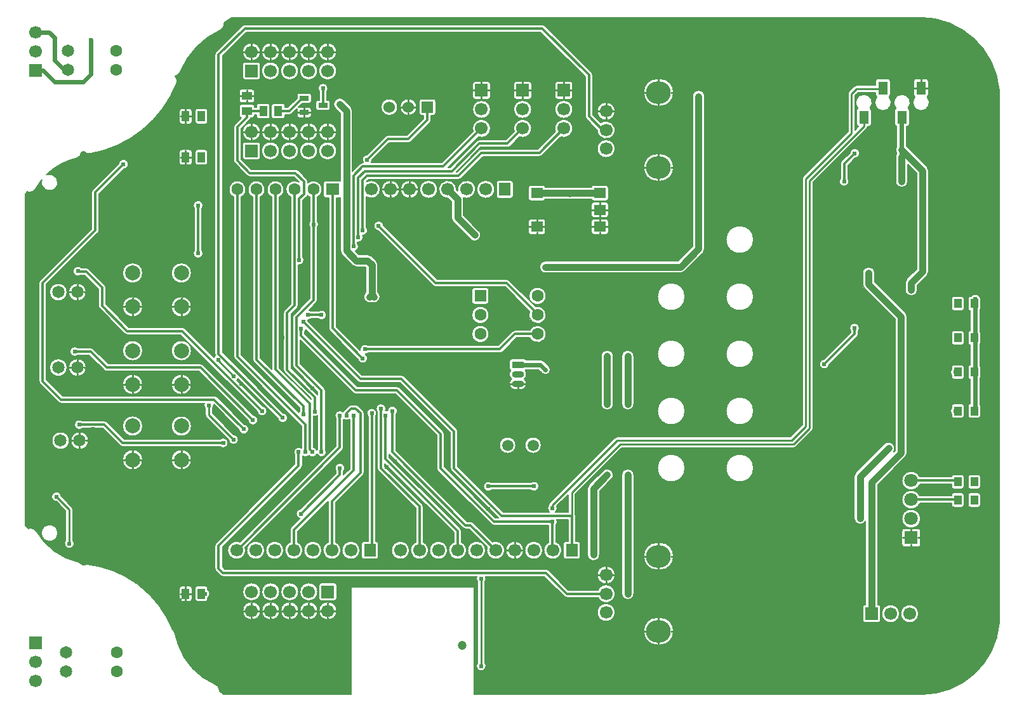
<source format=gtl>
G04 Layer: TopLayer*
G04 EasyEDA Pro v2.2.40.8, 2025-09-21 19:41:23*
G04 Gerber Generator version 0.3*
G04 Scale: 100 percent, Rotated: No, Reflected: No*
G04 Dimensions in millimeters*
G04 Leading zeros omitted, absolute positions, 4 integers and 5 decimals*
G04 Generated by one-click*
%FSLAX45Y45*%
%MOMM*%
%ADD10C,0.2032*%
%ADD11C,0.254*%
%ADD12C,5.0*%
%ADD13C,1.7*%
%ADD14R,1.5748X1.7*%
%ADD15C,1.6*%
%ADD16R,1.8X1.6*%
%ADD17R,1.7035X1.7*%
%ADD18R,1.7X1.7*%
%ADD19C,2.0*%
%ADD20C,1.651*%
%ADD21R,1.0X1.39954*%
%ADD22O,1.6X0.9*%
%ADD23R,1.6X0.9*%
%ADD24O,3.29999X2.99999*%
%ADD25C,1.8*%
%ADD26R,1.8X1.8*%
%ADD27R,1.0X1.25001*%
%ADD28R,1.6X1.524*%
%ADD29C,1.5*%
%ADD30R,1.524X1.524*%
%ADD31C,1.524*%
%ADD32R,1.6X1.4*%
%ADD33R,1.25001X0.7*%
%ADD34R,1.13254X1.37701*%
%ADD35R,1.37701X1.13254*%
%ADD36R,1.27X1.8*%
%ADD37C,1.2*%
%ADD38C,0.61*%
%ADD39C,0.6096*%
%ADD40C,0.3048*%
%ADD41C,0.9144*%
G75*


G04 Copper Start*
G36*
G01X40105Y6706343D02*
G01X65076Y6734627D01*
G01X76807Y6730126D01*
G01X89069Y6727386D01*
G01X101600Y6726466D01*
G01X119628Y6728381D01*
G01X136851Y6734041D01*
G01X152501Y6743192D01*
G01X165879Y6755427D01*
G01X176389Y6770200D01*
G01X202095Y6812913D01*
G01X230256Y6854050D01*
G01X260775Y6893468D01*
G01X256093Y6873904D01*
G01X255025Y6853815D01*
G01X257606Y6833864D01*
G01X263752Y6814708D01*
G01X273260Y6796980D01*
G01X285816Y6781262D01*
G01X301007Y6768073D01*
G01X318332Y6757848D01*
G01X337220Y6750924D01*
G01X357048Y6747529D01*
G01X377164Y6747774D01*
G01X396904Y6751652D01*
G01X415618Y6759035D01*
G01X432688Y6769680D01*
G01X447552Y6783235D01*
G01X459721Y6799255D01*
G01X468794Y6817210D01*
G01X474470Y6836510D01*
G01X476564Y6856518D01*
G01X475006Y6876575D01*
G01X469848Y6896019D01*
G01X461259Y6914211D01*
G01X449523Y6930550D01*
G01X435026Y6944498D01*
G01X418247Y6955595D01*
G01X399738Y6963476D01*
G01X380109Y6967881D01*
G01X360007Y6968665D01*
G01X340094Y6965801D01*
G01X321028Y6959384D01*
G01X364093Y6998982D01*
G01X409775Y7035530D01*
G01X457857Y7068856D01*
G01X508113Y7098804D01*
G01X560307Y7125231D01*
G01X614191Y7148014D01*
G01X669512Y7167045D01*
G01X726008Y7182234D01*
G01X743321Y7188267D01*
G01X758957Y7197839D01*
G01X772202Y7210515D01*
G01X782453Y7225715D01*
G01X789241Y7242746D01*
G01X792256Y7260830D01*
G01X822227Y7271458D01*
G01X832847Y7260468D01*
G01X845249Y7251537D01*
G01X859038Y7244947D01*
G01X873778Y7240907D01*
G01X889000Y7239546D01*
G01X903552Y7240789D01*
G01X980047Y7255980D01*
G01X1008867Y7263257D01*
G01X2095157Y7263257D01*
G01X2095157Y7123303D01*
G01X2096910Y7112236D01*
G01X2101997Y7102252D01*
G01X2109920Y7094329D01*
G01X2119904Y7089242D01*
G01X2130971Y7087489D01*
G01X2230971Y7087489D01*
G01X2242038Y7089242D01*
G01X2252022Y7094329D01*
G01X2259945Y7102252D01*
G01X2265032Y7112236D01*
G01X2266785Y7123303D01*
G01X2266785Y7263257D01*
G01X2266785Y7263257D01*
G01X2305215Y7263257D01*
G01X2305215Y7123303D01*
G01X2306968Y7112236D01*
G01X2312055Y7102252D01*
G01X2319978Y7094329D01*
G01X2329962Y7089242D01*
G01X2341029Y7087489D01*
G01X2441029Y7087489D01*
G01X2452096Y7089242D01*
G01X2462080Y7094329D01*
G01X2470003Y7102252D01*
G01X2475090Y7112236D01*
G01X2476843Y7123303D01*
G01X2476843Y7263257D01*
G01X2476843Y7263257D01*
G01X2475090Y7274324D01*
G01X2470003Y7284308D01*
G01X2462080Y7292231D01*
G01X2452096Y7297318D01*
G01X2441029Y7299071D01*
G01X2341029Y7299071D01*
G01X2329962Y7297318D01*
G01X2319978Y7292231D01*
G01X2312055Y7284308D01*
G01X2306968Y7274324D01*
G01X2305215Y7263257D01*
G01X2266785Y7263257D01*
G01X2265032Y7274324D01*
G01X2259945Y7284308D01*
G01X2252022Y7292231D01*
G01X2242038Y7297318D01*
G01X2230971Y7299071D01*
G01X2130971Y7299071D01*
G01X2119904Y7297318D01*
G01X2109920Y7292231D01*
G01X2101997Y7284308D01*
G01X2096910Y7274324D01*
G01X2095157Y7263257D01*
G01X1008867Y7263257D01*
G01X1055663Y7275073D01*
G01X1130200Y7298015D01*
G01X1203464Y7324749D01*
G01X1275261Y7355202D01*
G01X1345403Y7389295D01*
G01X1413705Y7426939D01*
G01X1479987Y7468034D01*
G01X1544077Y7512473D01*
G01X1605804Y7560138D01*
G01X1665007Y7610905D01*
G01X1721530Y7664639D01*
G01X1775224Y7721200D01*
G01X1825949Y7780438D01*
G01X1850206Y7811897D01*
G01X2095157Y7811897D01*
G01X2095157Y7671943D01*
G01X2096910Y7660876D01*
G01X2101997Y7650892D01*
G01X2109920Y7642969D01*
G01X2119904Y7637882D01*
G01X2130971Y7636129D01*
G01X2230971Y7636129D01*
G01X2242038Y7637882D01*
G01X2252022Y7642969D01*
G01X2259945Y7650892D01*
G01X2265032Y7660876D01*
G01X2266785Y7671943D01*
G01X2266785Y7811897D01*
G01X2266785Y7811897D01*
G01X2305215Y7811897D01*
G01X2305215Y7671943D01*
G01X2306968Y7660876D01*
G01X2312055Y7650892D01*
G01X2319978Y7642969D01*
G01X2329962Y7637882D01*
G01X2341029Y7636129D01*
G01X2441029Y7636129D01*
G01X2452096Y7637882D01*
G01X2462080Y7642969D01*
G01X2470003Y7650892D01*
G01X2475090Y7660876D01*
G01X2476843Y7671943D01*
G01X2476843Y7811897D01*
G01X2476843Y7811897D01*
G01X2475090Y7822964D01*
G01X2470003Y7832948D01*
G01X2462080Y7840871D01*
G01X2452096Y7845958D01*
G01X2441029Y7847711D01*
G01X2341029Y7847711D01*
G01X2329962Y7845958D01*
G01X2319978Y7840871D01*
G01X2312055Y7832948D01*
G01X2306968Y7822964D01*
G01X2305215Y7811897D01*
G01X2266785Y7811897D01*
G01X2265032Y7822964D01*
G01X2259945Y7832948D01*
G01X2252022Y7840871D01*
G01X2242038Y7845958D01*
G01X2230971Y7847711D01*
G01X2130971Y7847711D01*
G01X2119904Y7845958D01*
G01X2109920Y7840871D01*
G01X2101997Y7832948D01*
G01X2096910Y7822964D01*
G01X2095157Y7811897D01*
G01X1850206Y7811897D01*
G01X1873571Y7842199D01*
G01X1917965Y7906319D01*
G01X1959013Y7972631D01*
G01X1996609Y8040959D01*
G01X2030653Y8111125D01*
G01X2061056Y8182944D01*
G01X2061056Y8182944D01*
G01X2065511Y8198372D01*
G01X2067014Y8214360D01*
G01X2065234Y8231745D01*
G01X2059970Y8248409D01*
G01X2051439Y8263661D01*
G01X2039994Y8276868D01*
G01X2057082Y8281341D01*
G01X2072891Y8289218D01*
G01X2086753Y8300165D01*
G01X2098080Y8313718D01*
G01X2106392Y8329303D01*
G01X2131249Y8385584D01*
G01X2159329Y8440329D01*
G01X2190537Y8493353D01*
G01X2224768Y8544477D01*
G01X2261907Y8593530D01*
G01X2301829Y8640345D01*
G01X2344400Y8684767D01*
G01X2389475Y8726644D01*
G01X2436904Y8765836D01*
G01X2486526Y8802211D01*
G01X2538174Y8835646D01*
G01X2591675Y8866029D01*
G01X2646848Y8893257D01*
G01X2660957Y8901420D01*
G01X2673267Y8912104D01*
G01X2683335Y8924922D01*
G01X2690798Y8939413D01*
G01X2695386Y8955054D01*
G01X2696934Y8971280D01*
G01X2695440Y8987222D01*
G01X2796750Y9059264D01*
G01X11969771Y9059265D01*
G01X12032881Y9057592D01*
G01X12095780Y9052166D01*
G01X12158244Y9043005D01*
G01X12220052Y9030142D01*
G01X12280985Y9013622D01*
G01X12340827Y8993505D01*
G01X12399364Y8969861D01*
G01X12456391Y8942774D01*
G01X12511704Y8912341D01*
G01X12565107Y8878669D01*
G01X12616411Y8841878D01*
G01X12665434Y8802098D01*
G01X12712002Y8759471D01*
G01X12755950Y8714147D01*
G01X12797122Y8666287D01*
G01X12835373Y8616061D01*
G01X12870565Y8563648D01*
G01X12902575Y8509232D01*
G01X12931289Y8453008D01*
G01X12956605Y8395174D01*
G01X12978434Y8335935D01*
G01X12996698Y8275502D01*
G01X13011331Y8214089D01*
G01X13022283Y8151914D01*
G01X13029515Y8089197D01*
G01X13029515Y975857D01*
G01X13021967Y912253D01*
G01X13010504Y849237D01*
G01X12995170Y787050D01*
G01X12976024Y725928D01*
G01X12953139Y666106D01*
G01X12926601Y607812D01*
G01X12896513Y551269D01*
G01X12862990Y496693D01*
G01X12826159Y444292D01*
G01X12786161Y394266D01*
G01X12743149Y346807D01*
G01X12697287Y302095D01*
G01X12648751Y260302D01*
G01X12597726Y221587D01*
G01X12544407Y186099D01*
G01X12488997Y153972D01*
G01X12431708Y125329D01*
G01X12372759Y100281D01*
G01X12312375Y78921D01*
G01X12250787Y61333D01*
G01X12188230Y47584D01*
G01X12124944Y37725D01*
G01X12061169Y31794D01*
G01X11997149Y29815D01*
G01X11974435Y30064D01*
G01X11973688Y30072D01*
G01X6030214Y31902D01*
G01X6030214Y1447800D01*
G01X6028819Y1453007D01*
G01X6025007Y1456819D01*
G01X6019800Y1458214D01*
G01X4394200Y1458214D01*
G01X4388993Y1456819D01*
G01X4385181Y1453007D01*
G01X4383786Y1447800D01*
G01X4383786Y32409D01*
G01X2688582Y32931D01*
G01X2631535Y72180D01*
G01X2632164Y82550D01*
G01X2630526Y99238D01*
G01X2625674Y115288D01*
G01X2617793Y130088D01*
G01X2607185Y143074D01*
G01X2594254Y153749D01*
G01X2579495Y161705D01*
G01X2526937Y185748D01*
G01X2476053Y213155D01*
G01X2427056Y243810D01*
G01X2380155Y277583D01*
G01X2335546Y314331D01*
G01X2293419Y353899D01*
G01X2253951Y396121D01*
G01X2217309Y440817D01*
G01X2183649Y487799D01*
G01X2153111Y536868D01*
G01X2125825Y587818D01*
G01X2101907Y640432D01*
G01X2081457Y694489D01*
G01X2077480Y704161D01*
G01X2072355Y713278D01*
G01X2034655Y855940D01*
G01X2032935Y859474D01*
G01X2004613Y896912D01*
G01X1975062Y965313D01*
G01X1941910Y1032043D01*
G01X1905249Y1096911D01*
G01X1875858Y1143000D01*
G01X2939886Y1143000D01*
G01X2941722Y1122021D01*
G01X2947172Y1101679D01*
G01X2956072Y1082593D01*
G01X2968151Y1065342D01*
G01X2983042Y1050451D01*
G01X3000293Y1038372D01*
G01X3019379Y1029472D01*
G01X3039721Y1024022D01*
G01X3060700Y1022186D01*
G01X3081679Y1024022D01*
G01X3102021Y1029472D01*
G01X3121107Y1038372D01*
G01X3138358Y1050451D01*
G01X3153249Y1065342D01*
G01X3165328Y1082593D01*
G01X3174228Y1101679D01*
G01X3179678Y1122021D01*
G01X3181514Y1143000D01*
G01X3181514Y1143000D01*
G01X3193886Y1143000D01*
G01X3195722Y1122021D01*
G01X3201172Y1101679D01*
G01X3210072Y1082593D01*
G01X3222151Y1065342D01*
G01X3237042Y1050451D01*
G01X3254293Y1038372D01*
G01X3273379Y1029472D01*
G01X3293721Y1024022D01*
G01X3314700Y1022186D01*
G01X3335679Y1024022D01*
G01X3356021Y1029472D01*
G01X3375107Y1038372D01*
G01X3392358Y1050451D01*
G01X3407249Y1065342D01*
G01X3419328Y1082593D01*
G01X3428228Y1101679D01*
G01X3433678Y1122021D01*
G01X3435514Y1143000D01*
G01X3435514Y1143000D01*
G01X3447886Y1143000D01*
G01X3449722Y1122021D01*
G01X3455172Y1101679D01*
G01X3464072Y1082593D01*
G01X3476151Y1065342D01*
G01X3491042Y1050451D01*
G01X3508293Y1038372D01*
G01X3527379Y1029472D01*
G01X3547721Y1024022D01*
G01X3568700Y1022186D01*
G01X3589679Y1024022D01*
G01X3610021Y1029472D01*
G01X3629107Y1038372D01*
G01X3646358Y1050451D01*
G01X3661249Y1065342D01*
G01X3673328Y1082593D01*
G01X3682228Y1101679D01*
G01X3687678Y1122021D01*
G01X3689514Y1143000D01*
G01X3689514Y1143000D01*
G01X3689514Y1143000D01*
G01X3701886Y1143000D01*
G01X3703722Y1122021D01*
G01X3709172Y1101679D01*
G01X3718072Y1082593D01*
G01X3730151Y1065342D01*
G01X3745042Y1050451D01*
G01X3762293Y1038372D01*
G01X3781379Y1029472D01*
G01X3801721Y1024022D01*
G01X3822700Y1022186D01*
G01X3843679Y1024022D01*
G01X3864021Y1029472D01*
G01X3883107Y1038372D01*
G01X3900358Y1050451D01*
G01X3915249Y1065342D01*
G01X3927328Y1082593D01*
G01X3936228Y1101679D01*
G01X3941678Y1122021D01*
G01X3943514Y1143000D01*
G01X3943514Y1143000D01*
G01X3955886Y1143000D01*
G01X3957722Y1122021D01*
G01X3963172Y1101679D01*
G01X3972072Y1082593D01*
G01X3984151Y1065342D01*
G01X3999042Y1050451D01*
G01X4016293Y1038372D01*
G01X4035379Y1029472D01*
G01X4055721Y1024022D01*
G01X4076700Y1022186D01*
G01X4097679Y1024022D01*
G01X4118021Y1029472D01*
G01X4137107Y1038372D01*
G01X4154358Y1050451D01*
G01X4169249Y1065342D01*
G01X4181328Y1082593D01*
G01X4190228Y1101679D01*
G01X4195678Y1122021D01*
G01X4197514Y1143000D01*
G01X4197514Y1143000D01*
G01X4195678Y1163979D01*
G01X4190228Y1184321D01*
G01X4181328Y1203407D01*
G01X4169249Y1220658D01*
G01X4154358Y1235549D01*
G01X4137107Y1247628D01*
G01X4118021Y1256528D01*
G01X4097679Y1261978D01*
G01X4076700Y1263814D01*
G01X4055721Y1261978D01*
G01X4035379Y1256528D01*
G01X4016293Y1247628D01*
G01X3999042Y1235549D01*
G01X3984151Y1220658D01*
G01X3972072Y1203407D01*
G01X3963172Y1184321D01*
G01X3957722Y1163979D01*
G01X3955886Y1143000D01*
G01X3943514Y1143000D01*
G01X3941678Y1163979D01*
G01X3936228Y1184321D01*
G01X3927328Y1203407D01*
G01X3915249Y1220658D01*
G01X3900358Y1235549D01*
G01X3883107Y1247628D01*
G01X3864021Y1256528D01*
G01X3843679Y1261978D01*
G01X3822700Y1263814D01*
G01X3801721Y1261978D01*
G01X3781379Y1256528D01*
G01X3762293Y1247628D01*
G01X3745042Y1235549D01*
G01X3730151Y1220658D01*
G01X3718072Y1203407D01*
G01X3709172Y1184321D01*
G01X3703722Y1163979D01*
G01X3701886Y1143000D01*
G01X3689514Y1143000D01*
G01X3687678Y1163979D01*
G01X3682228Y1184321D01*
G01X3673328Y1203407D01*
G01X3661249Y1220658D01*
G01X3646358Y1235549D01*
G01X3629107Y1247628D01*
G01X3610021Y1256528D01*
G01X3589679Y1261978D01*
G01X3568700Y1263814D01*
G01X3547721Y1261978D01*
G01X3527379Y1256528D01*
G01X3508293Y1247628D01*
G01X3491042Y1235549D01*
G01X3476151Y1220658D01*
G01X3464072Y1203407D01*
G01X3455172Y1184321D01*
G01X3449722Y1163979D01*
G01X3447886Y1143000D01*
G01X3435514Y1143000D01*
G01X3433678Y1163979D01*
G01X3428228Y1184321D01*
G01X3419328Y1203407D01*
G01X3407249Y1220658D01*
G01X3392358Y1235549D01*
G01X3375107Y1247628D01*
G01X3356021Y1256528D01*
G01X3335679Y1261978D01*
G01X3314700Y1263814D01*
G01X3293721Y1261978D01*
G01X3273379Y1256528D01*
G01X3254293Y1247628D01*
G01X3237042Y1235549D01*
G01X3222151Y1220658D01*
G01X3210072Y1203407D01*
G01X3201172Y1184321D01*
G01X3195722Y1163979D01*
G01X3193886Y1143000D01*
G01X3181514Y1143000D01*
G01X3179678Y1163979D01*
G01X3174228Y1184321D01*
G01X3165328Y1203407D01*
G01X3153249Y1220658D01*
G01X3138358Y1235549D01*
G01X3121107Y1247628D01*
G01X3102021Y1256528D01*
G01X3081679Y1261978D01*
G01X3060700Y1263814D01*
G01X3039721Y1261978D01*
G01X3019379Y1256528D01*
G01X3000293Y1247628D01*
G01X2983042Y1235549D01*
G01X2968151Y1220658D01*
G01X2956072Y1203407D01*
G01X2947172Y1184321D01*
G01X2941722Y1163979D01*
G01X2939886Y1143000D01*
G01X1875858Y1143000D01*
G01X1865185Y1159735D01*
G01X1821831Y1220335D01*
G01X1775311Y1278539D01*
G01X1725755Y1334183D01*
G01X1673306Y1387107D01*
G01X1618112Y1437162D01*
G01X1612689Y1441577D01*
G01X2095157Y1441577D01*
G01X2095157Y1301623D01*
G01X2096910Y1290556D01*
G01X2101997Y1280572D01*
G01X2109920Y1272649D01*
G01X2119904Y1267562D01*
G01X2130971Y1265809D01*
G01X2230971Y1265809D01*
G01X2242038Y1267562D01*
G01X2252022Y1272649D01*
G01X2259945Y1280572D01*
G01X2265032Y1290556D01*
G01X2266785Y1301623D01*
G01X2266785Y1441577D01*
G01X2266785Y1441577D01*
G01X2305215Y1441577D01*
G01X2305215Y1301623D01*
G01X2306968Y1290556D01*
G01X2312055Y1280572D01*
G01X2319978Y1272649D01*
G01X2329962Y1267562D01*
G01X2341029Y1265809D01*
G01X2441029Y1265809D01*
G01X2452096Y1267562D01*
G01X2462080Y1272649D01*
G01X2470003Y1280572D01*
G01X2475090Y1290556D01*
G01X2476843Y1301623D01*
G01X2476843Y1317590D01*
G01X2488495Y1328179D01*
G01X2497321Y1341216D01*
G01X2502824Y1355967D01*
G01X2504694Y1371600D01*
G01X2502824Y1387233D01*
G01X2499181Y1397000D01*
G01X2939886Y1397000D01*
G01X2941722Y1376021D01*
G01X2947172Y1355679D01*
G01X2956072Y1336593D01*
G01X2968151Y1319342D01*
G01X2983042Y1304451D01*
G01X3000293Y1292372D01*
G01X3019379Y1283472D01*
G01X3039721Y1278022D01*
G01X3060700Y1276186D01*
G01X3081679Y1278022D01*
G01X3102021Y1283472D01*
G01X3121107Y1292372D01*
G01X3138358Y1304451D01*
G01X3153249Y1319342D01*
G01X3165328Y1336593D01*
G01X3174228Y1355679D01*
G01X3179678Y1376021D01*
G01X3181514Y1397000D01*
G01X3181514Y1397000D01*
G01X3193886Y1397000D01*
G01X3195722Y1376021D01*
G01X3201172Y1355679D01*
G01X3210072Y1336593D01*
G01X3222151Y1319342D01*
G01X3237042Y1304451D01*
G01X3254293Y1292372D01*
G01X3273379Y1283472D01*
G01X3293721Y1278022D01*
G01X3314700Y1276186D01*
G01X3335679Y1278022D01*
G01X3356021Y1283472D01*
G01X3375107Y1292372D01*
G01X3392358Y1304451D01*
G01X3407249Y1319342D01*
G01X3419328Y1336593D01*
G01X3428228Y1355679D01*
G01X3433678Y1376021D01*
G01X3435514Y1397000D01*
G01X3435514Y1397000D01*
G01X3447886Y1397000D01*
G01X3449722Y1376021D01*
G01X3455172Y1355679D01*
G01X3464072Y1336593D01*
G01X3476151Y1319342D01*
G01X3491042Y1304451D01*
G01X3508293Y1292372D01*
G01X3527379Y1283472D01*
G01X3547721Y1278022D01*
G01X3568700Y1276186D01*
G01X3589679Y1278022D01*
G01X3610021Y1283472D01*
G01X3629107Y1292372D01*
G01X3646358Y1304451D01*
G01X3661249Y1319342D01*
G01X3673328Y1336593D01*
G01X3682228Y1355679D01*
G01X3687678Y1376021D01*
G01X3689514Y1397000D01*
G01X3689514Y1397000D01*
G01X3689514Y1397000D01*
G01X3701886Y1397000D01*
G01X3703722Y1376021D01*
G01X3709172Y1355679D01*
G01X3718072Y1336593D01*
G01X3730151Y1319342D01*
G01X3745042Y1304451D01*
G01X3762293Y1292372D01*
G01X3781379Y1283472D01*
G01X3801721Y1278022D01*
G01X3822700Y1276186D01*
G01X3843679Y1278022D01*
G01X3864021Y1283472D01*
G01X3883107Y1292372D01*
G01X3900358Y1304451D01*
G01X3915249Y1319342D01*
G01X3927328Y1336593D01*
G01X3936228Y1355679D01*
G01X3941678Y1376021D01*
G01X3943514Y1397000D01*
G01X3943514Y1397000D01*
G01X3941678Y1417979D01*
G01X3936228Y1438321D01*
G01X3927328Y1457407D01*
G01X3915249Y1474658D01*
G01X3907907Y1482000D01*
G01X3955886Y1482000D01*
G01X3955886Y1312000D01*
G01X3957639Y1300933D01*
G01X3962726Y1290949D01*
G01X3970649Y1283026D01*
G01X3980633Y1277939D01*
G01X3991700Y1276186D01*
G01X4161700Y1276186D01*
G01X4172767Y1277939D01*
G01X4182751Y1283026D01*
G01X4190674Y1290949D01*
G01X4195761Y1300933D01*
G01X4197514Y1312000D01*
G01X4197514Y1482000D01*
G01X4195761Y1493067D01*
G01X4190674Y1503051D01*
G01X4182751Y1510974D01*
G01X4172767Y1516061D01*
G01X4161700Y1517814D01*
G01X3991700Y1517814D01*
G01X3991700Y1517814D01*
G01X3980633Y1516061D01*
G01X3970649Y1510974D01*
G01X3962726Y1503051D01*
G01X3957639Y1493067D01*
G01X3955886Y1482000D01*
G01X3907907Y1482000D01*
G01X3900358Y1489549D01*
G01X3883107Y1501628D01*
G01X3864021Y1510528D01*
G01X3843679Y1515978D01*
G01X3822700Y1517814D01*
G01X3801721Y1515978D01*
G01X3781379Y1510528D01*
G01X3762293Y1501628D01*
G01X3745042Y1489549D01*
G01X3730151Y1474658D01*
G01X3718072Y1457407D01*
G01X3709172Y1438321D01*
G01X3703722Y1417979D01*
G01X3701886Y1397000D01*
G01X3689514Y1397000D01*
G01X3687678Y1417979D01*
G01X3682228Y1438321D01*
G01X3673328Y1457407D01*
G01X3661249Y1474658D01*
G01X3646358Y1489549D01*
G01X3629107Y1501628D01*
G01X3610021Y1510528D01*
G01X3589679Y1515978D01*
G01X3568700Y1517814D01*
G01X3547721Y1515978D01*
G01X3527379Y1510528D01*
G01X3508293Y1501628D01*
G01X3491042Y1489549D01*
G01X3476151Y1474658D01*
G01X3464072Y1457407D01*
G01X3455172Y1438321D01*
G01X3449722Y1417979D01*
G01X3447886Y1397000D01*
G01X3435514Y1397000D01*
G01X3433678Y1417979D01*
G01X3428228Y1438321D01*
G01X3419328Y1457407D01*
G01X3407249Y1474658D01*
G01X3392358Y1489549D01*
G01X3375107Y1501628D01*
G01X3356021Y1510528D01*
G01X3335679Y1515978D01*
G01X3314700Y1517814D01*
G01X3293721Y1515978D01*
G01X3273379Y1510528D01*
G01X3254293Y1501628D01*
G01X3237042Y1489549D01*
G01X3222151Y1474658D01*
G01X3210072Y1457407D01*
G01X3201172Y1438321D01*
G01X3195722Y1417979D01*
G01X3193886Y1397000D01*
G01X3181514Y1397000D01*
G01X3179678Y1417979D01*
G01X3174228Y1438321D01*
G01X3165328Y1457407D01*
G01X3153249Y1474658D01*
G01X3138358Y1489549D01*
G01X3121107Y1501628D01*
G01X3102021Y1510528D01*
G01X3081679Y1515978D01*
G01X3060700Y1517814D01*
G01X3039721Y1515978D01*
G01X3019379Y1510528D01*
G01X3000293Y1501628D01*
G01X2983042Y1489549D01*
G01X2968151Y1474658D01*
G01X2956072Y1457407D01*
G01X2947172Y1438321D01*
G01X2941722Y1417979D01*
G01X2939886Y1397000D01*
G01X2499181Y1397000D01*
G01X2497321Y1401984D01*
G01X2488495Y1415021D01*
G01X2476843Y1425610D01*
G01X2476843Y1441577D01*
G01X2476843Y1441577D01*
G01X2475090Y1452644D01*
G01X2470003Y1462628D01*
G01X2462080Y1470551D01*
G01X2452096Y1475638D01*
G01X2441029Y1477391D01*
G01X2341029Y1477391D01*
G01X2329962Y1475638D01*
G01X2319978Y1470551D01*
G01X2312055Y1462628D01*
G01X2306968Y1452644D01*
G01X2305215Y1441577D01*
G01X2266785Y1441577D01*
G01X2265032Y1452644D01*
G01X2259945Y1462628D01*
G01X2252022Y1470551D01*
G01X2242038Y1475638D01*
G01X2230971Y1477391D01*
G01X2130971Y1477391D01*
G01X2119904Y1475638D01*
G01X2109920Y1470551D01*
G01X2101997Y1462628D01*
G01X2096910Y1452644D01*
G01X2095157Y1441577D01*
G01X1612689Y1441577D01*
G01X1560329Y1484206D01*
G01X1544803Y1504730D01*
G01X1539981Y1508216D01*
G01X1517630Y1515841D01*
G01X1459478Y1555078D01*
G01X1399430Y1591349D01*
G01X1337639Y1624562D01*
G01X1274259Y1654634D01*
G01X1209451Y1681490D01*
G01X1143377Y1705060D01*
G01X1076205Y1725287D01*
G01X1008102Y1742120D01*
G01X939241Y1755515D01*
G01X869794Y1765439D01*
G01X859790Y1766024D01*
G01X845051Y1764749D01*
G01X830750Y1760961D01*
G01X817312Y1754773D01*
G01X802629Y1759783D01*
G01X792500Y1771352D01*
G01X780470Y1780928D01*
G01X766923Y1788203D01*
G01X752296Y1792944D01*
G01X698873Y1806883D01*
G01X646434Y1824159D01*
G01X595187Y1844703D01*
G01X545335Y1868434D01*
G01X497078Y1895257D01*
G01X450605Y1925066D01*
G01X406102Y1957743D01*
G01X363745Y1993158D01*
G01X323702Y2031170D01*
G01X286133Y2071628D01*
G01X251187Y2114372D01*
G01X219002Y2159232D01*
G01X205414Y2180937D01*
G01X254946Y2180937D01*
G01X256833Y2160575D01*
G01X262429Y2140907D01*
G01X271544Y2122601D01*
G01X283867Y2106282D01*
G01X298980Y2092506D01*
G01X316366Y2081741D01*
G01X335434Y2074354D01*
G01X355535Y2070596D01*
G01X375985Y2070596D01*
G01X396086Y2074354D01*
G01X415154Y2081741D01*
G01X432540Y2092506D01*
G01X447653Y2106282D01*
G01X459976Y2122601D01*
G01X469091Y2140907D01*
G01X474687Y2160575D01*
G01X476574Y2180937D01*
G01X474687Y2201300D01*
G01X469091Y2220968D01*
G01X459976Y2239274D01*
G01X447653Y2255592D01*
G01X432540Y2269369D01*
G01X415154Y2280134D01*
G01X396086Y2287521D01*
G01X375985Y2291279D01*
G01X355535Y2291279D01*
G01X335434Y2287521D01*
G01X316366Y2280134D01*
G01X298980Y2269369D01*
G01X283867Y2255592D01*
G01X271544Y2239274D01*
G01X262429Y2220968D01*
G01X256833Y2201300D01*
G01X254946Y2180937D01*
G01X254946Y2180937D01*
G01X205414Y2180937D01*
G01X189706Y2206030D01*
G01X179148Y2220446D01*
G01X165834Y2232362D01*
G01X150342Y2241264D01*
G01X133341Y2246764D01*
G01X115570Y2248624D01*
G01X100219Y2247240D01*
G01X85363Y2243132D01*
G01X41158Y2286174D01*
G01X41158Y2286174D01*
G01X41158Y2286174D01*
G01X40962Y2672336D01*
G01X391168Y2672336D01*
G01X391580Y2656992D01*
G01X395510Y2642153D01*
G01X402747Y2628616D01*
G01X412903Y2617107D01*
G01X425434Y2608241D01*
G01X439668Y2602496D01*
G01X454842Y2600178D01*
G01X580564Y2474455D01*
G01X580564Y2086024D01*
G01X571474Y2073656D01*
G01X565471Y2059528D01*
G01X562879Y2044398D01*
G01X563836Y2029078D01*
G01X568291Y2014389D01*
G01X576005Y2001118D01*
G01X586564Y1989977D01*
G01X599402Y1981563D01*
G01X613831Y1976327D01*
G01X629078Y1974550D01*
G01X629078Y1974550D01*
G01X644325Y1976327D01*
G01X658754Y1981563D01*
G01X671592Y1989977D01*
G01X682151Y2001118D01*
G01X688290Y2011680D01*
G01X2570226Y2011680D01*
G01X2570226Y1706880D01*
G01X2571966Y1693666D01*
G01X2577066Y1681353D01*
G01X2585179Y1670779D01*
G01X2641059Y1614899D01*
G01X2651633Y1606786D01*
G01X2663946Y1601686D01*
G01X2677160Y1599946D01*
G01X6060060Y1599946D01*
G01X6055966Y1585445D01*
G01X6055253Y1570394D01*
G01X6057956Y1555571D01*
G01X6063937Y1541741D01*
G01X6072886Y1529619D01*
G01X6072886Y451581D01*
G01X6063796Y439212D01*
G01X6057793Y425084D01*
G01X6055201Y409955D01*
G01X6056158Y394635D01*
G01X6060613Y379945D01*
G01X6068327Y366674D01*
G01X6078886Y355533D01*
G01X6091724Y347119D01*
G01X6106153Y341883D01*
G01X6121400Y340106D01*
G01X6136647Y341883D01*
G01X6151076Y347119D01*
G01X6163914Y355533D01*
G01X6174473Y366674D01*
G01X6182187Y379945D01*
G01X6186642Y394635D01*
G01X6187599Y409955D01*
G01X6185007Y425084D01*
G01X6179004Y439212D01*
G01X6169914Y451581D01*
G01X6169914Y871601D01*
G01X8287346Y871601D01*
G01X8289237Y845157D01*
G01X8294872Y819251D01*
G01X8304137Y794411D01*
G01X8316843Y771143D01*
G01X8332731Y749919D01*
G01X8351477Y731172D01*
G01X8372701Y715285D01*
G01X8395970Y702579D01*
G01X8420810Y693314D01*
G01X8446715Y687679D01*
G01X8473159Y685787D01*
G01X8503159Y685787D01*
G01X8529603Y687679D01*
G01X8555509Y693314D01*
G01X8580349Y702579D01*
G01X8603618Y715285D01*
G01X8624841Y731172D01*
G01X8643588Y749919D01*
G01X8659476Y771143D01*
G01X8672181Y794411D01*
G01X8681446Y819251D01*
G01X8687082Y845157D01*
G01X8688973Y871601D01*
G01X8687082Y898045D01*
G01X8681446Y923951D01*
G01X8672181Y948791D01*
G01X8659476Y972059D01*
G01X8643588Y993283D01*
G01X8624841Y1012030D01*
G01X8603618Y1027917D01*
G01X8580349Y1040623D01*
G01X8555509Y1049888D01*
G01X8529603Y1055523D01*
G01X8503159Y1057415D01*
G01X8503159Y1057415D01*
G01X8473159Y1057415D01*
G01X8446715Y1055523D01*
G01X8420810Y1049888D01*
G01X8395970Y1040623D01*
G01X8372701Y1027917D01*
G01X8351477Y1012030D01*
G01X8332731Y993283D01*
G01X8316843Y972059D01*
G01X8304137Y948791D01*
G01X8294872Y923951D01*
G01X8289237Y898045D01*
G01X8287346Y871601D01*
G01X6169914Y871601D01*
G01X6169914Y1121588D01*
G01X7667347Y1121588D01*
G01X7669182Y1100609D01*
G01X7674633Y1080267D01*
G01X7683533Y1061181D01*
G01X7695612Y1043930D01*
G01X7710503Y1029039D01*
G01X7727754Y1016960D01*
G01X7746840Y1008060D01*
G01X7767182Y1002609D01*
G01X7788161Y1000774D01*
G01X7809140Y1002609D01*
G01X7829481Y1008060D01*
G01X7848568Y1016960D01*
G01X7865818Y1029039D01*
G01X7880709Y1043930D01*
G01X7892789Y1061181D01*
G01X7901689Y1080267D01*
G01X7907139Y1100609D01*
G01X7908975Y1121588D01*
G01X7907139Y1142567D01*
G01X7901689Y1162909D01*
G01X7892789Y1181995D01*
G01X7880709Y1199245D01*
G01X7865818Y1214137D01*
G01X7848568Y1226216D01*
G01X7829481Y1235116D01*
G01X7809140Y1240566D01*
G01X7788161Y1242402D01*
G01X7788161Y1242402D01*
G01X7767182Y1240566D01*
G01X7746840Y1235116D01*
G01X7727754Y1226216D01*
G01X7710503Y1214137D01*
G01X7695612Y1199245D01*
G01X7683533Y1181995D01*
G01X7674633Y1162909D01*
G01X7669182Y1142567D01*
G01X7667347Y1121588D01*
G01X6169914Y1121588D01*
G01X6169914Y1529619D01*
G01X6178863Y1541741D01*
G01X6184844Y1555571D01*
G01X6187547Y1570394D01*
G01X6186834Y1585445D01*
G01X6182740Y1599946D01*
G01X6963853Y1599946D01*
G01X7228299Y1335499D01*
G01X7238873Y1327386D01*
G01X7251186Y1322286D01*
G01X7264400Y1320546D01*
G01X7678664Y1320546D01*
G01X7689598Y1301733D01*
G01X7703729Y1285186D01*
G01X7720599Y1271443D01*
G01X7739661Y1260948D01*
G01X7760296Y1254043D01*
G01X7781835Y1250952D01*
G01X7803579Y1251774D01*
G01X7824823Y1256483D01*
G01X7844878Y1264927D01*
G01X7863093Y1276831D01*
G01X7878877Y1291809D01*
G01X7891718Y1309375D01*
G01X7901200Y1328961D01*
G01X7907015Y1349929D01*
G01X7908975Y1371600D01*
G01X7907015Y1393271D01*
G01X7901200Y1414239D01*
G01X7891718Y1433825D01*
G01X7878877Y1451391D01*
G01X7863093Y1466369D01*
G01X7844878Y1478273D01*
G01X7824823Y1486717D01*
G01X7803579Y1491426D01*
G01X7781835Y1492248D01*
G01X7760296Y1489157D01*
G01X7739661Y1482252D01*
G01X7720599Y1471757D01*
G01X7703729Y1458014D01*
G01X7689598Y1441467D01*
G01X7678664Y1422654D01*
G01X7285547Y1422654D01*
G01X7086614Y1621587D01*
G01X7667347Y1621587D01*
G01X7669182Y1600608D01*
G01X7674633Y1580266D01*
G01X7683533Y1561180D01*
G01X7695612Y1543929D01*
G01X7710503Y1529038D01*
G01X7727754Y1516959D01*
G01X7746840Y1508059D01*
G01X7767182Y1502608D01*
G01X7788161Y1500773D01*
G01X7809140Y1502608D01*
G01X7829481Y1508059D01*
G01X7848568Y1516959D01*
G01X7865818Y1529038D01*
G01X7880709Y1543929D01*
G01X7892789Y1561180D01*
G01X7901689Y1580266D01*
G01X7907139Y1600608D01*
G01X7908975Y1621587D01*
G01X7907139Y1642566D01*
G01X7901689Y1662908D01*
G01X7892789Y1681994D01*
G01X7880709Y1699244D01*
G01X7865818Y1714136D01*
G01X7848568Y1726215D01*
G01X7829481Y1735115D01*
G01X7809140Y1740565D01*
G01X7788161Y1742401D01*
G01X7788161Y1742401D01*
G01X7767182Y1740565D01*
G01X7746840Y1735115D01*
G01X7727754Y1726215D01*
G01X7710503Y1714136D01*
G01X7695612Y1699244D01*
G01X7683533Y1681994D01*
G01X7674633Y1662908D01*
G01X7669182Y1642566D01*
G01X7667347Y1621587D01*
G01X7086614Y1621587D01*
G01X7021101Y1687101D01*
G01X7010527Y1695214D01*
G01X6998214Y1700314D01*
G01X6985000Y1702054D01*
G01X2698307Y1702054D01*
G01X2672334Y1728027D01*
G01X2672334Y1946947D01*
G01X2739285Y1946947D01*
G01X2741920Y1925349D01*
G01X2748386Y1904575D01*
G01X2758473Y1885297D01*
G01X2771855Y1868141D01*
G01X2771855Y1868141D01*
G01X2788096Y1853663D01*
G01X2806671Y1842333D01*
G01X2826977Y1834518D01*
G01X2848355Y1830473D01*
G01X2870112Y1830327D01*
G01X2891543Y1834086D01*
G01X2911952Y1841628D01*
G01X2930677Y1852708D01*
G01X2947111Y1866966D01*
G01X2960721Y1883942D01*
G01X2971066Y1903083D01*
G01X2977809Y1923769D01*
G01X2980733Y1945329D01*
G01X2980488Y1950720D01*
G01X2993226Y1950720D01*
G01X2995062Y1929741D01*
G01X3000512Y1909399D01*
G01X3009412Y1890313D01*
G01X3021491Y1873062D01*
G01X3036382Y1858171D01*
G01X3053633Y1846092D01*
G01X3072719Y1837192D01*
G01X3093061Y1831742D01*
G01X3114040Y1829906D01*
G01X3135019Y1831742D01*
G01X3155361Y1837192D01*
G01X3174447Y1846092D01*
G01X3191698Y1858171D01*
G01X3206589Y1873062D01*
G01X3218668Y1890313D01*
G01X3227568Y1909399D01*
G01X3233018Y1929741D01*
G01X3234854Y1950720D01*
G01X3234854Y1950720D01*
G01X3247226Y1950720D01*
G01X3249062Y1929741D01*
G01X3254512Y1909399D01*
G01X3263412Y1890313D01*
G01X3275491Y1873062D01*
G01X3290382Y1858171D01*
G01X3307633Y1846092D01*
G01X3326719Y1837192D01*
G01X3347061Y1831742D01*
G01X3368040Y1829906D01*
G01X3389019Y1831742D01*
G01X3409361Y1837192D01*
G01X3428447Y1846092D01*
G01X3445698Y1858171D01*
G01X3460589Y1873062D01*
G01X3472668Y1890313D01*
G01X3481568Y1909399D01*
G01X3487018Y1929741D01*
G01X3488854Y1950720D01*
G01X3488854Y1950720D01*
G01X3487018Y1971699D01*
G01X3481568Y1992041D01*
G01X3472668Y2011127D01*
G01X3460589Y2028378D01*
G01X3445698Y2043269D01*
G01X3428447Y2055348D01*
G01X3409361Y2064248D01*
G01X3389019Y2069698D01*
G01X3368040Y2071534D01*
G01X3347061Y2069698D01*
G01X3326719Y2064248D01*
G01X3307633Y2055348D01*
G01X3290382Y2043269D01*
G01X3275491Y2028378D01*
G01X3263412Y2011127D01*
G01X3254512Y1992041D01*
G01X3249062Y1971699D01*
G01X3247226Y1950720D01*
G01X3234854Y1950720D01*
G01X3233018Y1971699D01*
G01X3227568Y1992041D01*
G01X3218668Y2011127D01*
G01X3206589Y2028378D01*
G01X3191698Y2043269D01*
G01X3174447Y2055348D01*
G01X3155361Y2064248D01*
G01X3135019Y2069698D01*
G01X3114040Y2071534D01*
G01X3093061Y2069698D01*
G01X3072719Y2064248D01*
G01X3053633Y2055348D01*
G01X3036382Y2043269D01*
G01X3021491Y2028378D01*
G01X3009412Y2011127D01*
G01X3000512Y1992041D01*
G01X2995062Y1971699D01*
G01X2993226Y1950720D01*
G01X2980488Y1950720D01*
G01X2979743Y1967064D01*
G01X2974870Y1988269D01*
G01X4272821Y3286219D01*
G01X4280934Y3296793D01*
G01X4286034Y3309106D01*
G01X4287774Y3322320D01*
G01X4287774Y3696442D01*
G01X4300122Y3688945D01*
G01X4313800Y3684299D01*
G01X4328160Y3682726D01*
G01X4342520Y3684299D01*
G01X4356198Y3688945D01*
G01X4368546Y3696442D01*
G01X4368546Y3038667D01*
G01X4287937Y2958058D01*
G01X4287774Y3005679D01*
G01X4295968Y3018213D01*
G01X4301140Y3032266D01*
G01X4303028Y3047121D01*
G01X4301535Y3062021D01*
G01X4296737Y3076205D01*
G01X4288878Y3088952D01*
G01X4278360Y3099611D01*
G01X4265719Y3107637D01*
G01X4251599Y3112623D01*
G01X4236720Y3114314D01*
G01X4221841Y3112623D01*
G01X4207721Y3107637D01*
G01X4195080Y3099611D01*
G01X4184562Y3088952D01*
G01X4176703Y3076205D01*
G01X4171905Y3062021D01*
G01X4170412Y3047121D01*
G01X4172300Y3032266D01*
G01X4177472Y3018213D01*
G01X4185666Y3005679D01*
G01X4185666Y2977707D01*
G01X3712385Y2504426D01*
G01X3697172Y2501170D01*
G01X3683136Y2494460D01*
G01X3671050Y2484664D01*
G01X3661579Y2472322D01*
G01X3655244Y2458113D01*
G01X3652393Y2442819D01*
G01X3653185Y2427281D01*
G01X3657574Y2412356D01*
G01X3665320Y2398864D01*
G01X3675996Y2387548D01*
G01X3689015Y2379031D01*
G01X3703660Y2373781D01*
G01X3585939Y2256061D01*
G01X3577826Y2245487D01*
G01X3572726Y2233174D01*
G01X3570986Y2219960D01*
G01X3570986Y2060216D01*
G01X3552173Y2049283D01*
G01X3535626Y2035151D01*
G01X3521883Y2018281D01*
G01X3511388Y1999220D01*
G01X3504483Y1978585D01*
G01X3501392Y1957046D01*
G01X3502214Y1935302D01*
G01X3506923Y1914058D01*
G01X3515367Y1894003D01*
G01X3527271Y1875788D01*
G01X3542249Y1860004D01*
G01X3559815Y1847163D01*
G01X3579401Y1837681D01*
G01X3600369Y1831866D01*
G01X3622040Y1829906D01*
G01X3643711Y1831866D01*
G01X3664679Y1837681D01*
G01X3684265Y1847163D01*
G01X3701831Y1860004D01*
G01X3716809Y1875788D01*
G01X3728713Y1894003D01*
G01X3737157Y1914058D01*
G01X3741866Y1935302D01*
G01X3742449Y1950720D01*
G01X3755226Y1950720D01*
G01X3757062Y1929741D01*
G01X3762512Y1909399D01*
G01X3771412Y1890313D01*
G01X3783491Y1873062D01*
G01X3798382Y1858171D01*
G01X3815633Y1846092D01*
G01X3834719Y1837192D01*
G01X3855061Y1831742D01*
G01X3876040Y1829906D01*
G01X3897019Y1831742D01*
G01X3917361Y1837192D01*
G01X3936447Y1846092D01*
G01X3953698Y1858171D01*
G01X3968589Y1873062D01*
G01X3980668Y1890313D01*
G01X3989568Y1909399D01*
G01X3995018Y1929741D01*
G01X3996854Y1950720D01*
G01X3996854Y1950720D01*
G01X3995018Y1971699D01*
G01X3989568Y1992041D01*
G01X3980668Y2011127D01*
G01X3968589Y2028378D01*
G01X3953698Y2043269D01*
G01X3936447Y2055348D01*
G01X3917361Y2064248D01*
G01X3897019Y2069698D01*
G01X3876040Y2071534D01*
G01X3855061Y2069698D01*
G01X3834719Y2064248D01*
G01X3815633Y2055348D01*
G01X3798382Y2043269D01*
G01X3783491Y2028378D01*
G01X3771412Y2011127D01*
G01X3762512Y1992041D01*
G01X3757062Y1971699D01*
G01X3755226Y1950720D01*
G01X3742449Y1950720D01*
G01X3742688Y1957046D01*
G01X3739597Y1978585D01*
G01X3732692Y1999220D01*
G01X3722197Y2018281D01*
G01X3708454Y2035151D01*
G01X3691907Y2049283D01*
G01X3673094Y2060216D01*
G01X3673094Y2198813D01*
G01X4078986Y2604705D01*
G01X4078986Y2060216D01*
G01X4060173Y2049283D01*
G01X4043626Y2035151D01*
G01X4029883Y2018281D01*
G01X4019388Y1999220D01*
G01X4012483Y1978585D01*
G01X4009392Y1957046D01*
G01X4010214Y1935302D01*
G01X4014923Y1914058D01*
G01X4023367Y1894003D01*
G01X4035271Y1875788D01*
G01X4050249Y1860004D01*
G01X4067815Y1847163D01*
G01X4087401Y1837681D01*
G01X4108369Y1831866D01*
G01X4130040Y1829906D01*
G01X4151711Y1831866D01*
G01X4172679Y1837681D01*
G01X4192265Y1847163D01*
G01X4209831Y1860004D01*
G01X4224809Y1875788D01*
G01X4236713Y1894003D01*
G01X4245157Y1914058D01*
G01X4249866Y1935302D01*
G01X4250449Y1950720D01*
G01X4263226Y1950720D01*
G01X4265062Y1929741D01*
G01X4270512Y1909399D01*
G01X4279412Y1890313D01*
G01X4291491Y1873062D01*
G01X4306382Y1858171D01*
G01X4323633Y1846092D01*
G01X4342719Y1837192D01*
G01X4363061Y1831742D01*
G01X4384040Y1829906D01*
G01X4405019Y1831742D01*
G01X4425361Y1837192D01*
G01X4444447Y1846092D01*
G01X4461698Y1858171D01*
G01X4476589Y1873062D01*
G01X4488668Y1890313D01*
G01X4497568Y1909399D01*
G01X4503018Y1929741D01*
G01X4504854Y1950720D01*
G01X4504854Y1950720D01*
G01X4503018Y1971699D01*
G01X4497568Y1992041D01*
G01X4488668Y2011127D01*
G01X4476589Y2028378D01*
G01X4469247Y2035720D01*
G01X4523486Y2035720D01*
G01X4523486Y1865720D01*
G01X4525239Y1854653D01*
G01X4530326Y1844669D01*
G01X4538249Y1836746D01*
G01X4548233Y1831659D01*
G01X4559300Y1829906D01*
G01X4716780Y1829906D01*
G01X4727847Y1831659D01*
G01X4737831Y1836746D01*
G01X4745754Y1844669D01*
G01X4750841Y1854653D01*
G01X4752594Y1865720D01*
G01X4752594Y1950720D01*
G01X4923626Y1950720D01*
G01X4925462Y1929741D01*
G01X4930912Y1909399D01*
G01X4939812Y1890313D01*
G01X4951891Y1873062D01*
G01X4966782Y1858171D01*
G01X4984033Y1846092D01*
G01X5003119Y1837192D01*
G01X5023461Y1831742D01*
G01X5044440Y1829906D01*
G01X5065419Y1831742D01*
G01X5085761Y1837192D01*
G01X5104847Y1846092D01*
G01X5122098Y1858171D01*
G01X5136989Y1873062D01*
G01X5149068Y1890313D01*
G01X5157968Y1909399D01*
G01X5163418Y1929741D01*
G01X5165254Y1950720D01*
G01X5165254Y1950720D01*
G01X5163418Y1971699D01*
G01X5157968Y1992041D01*
G01X5149068Y2011127D01*
G01X5136989Y2028378D01*
G01X5122098Y2043269D01*
G01X5104847Y2055348D01*
G01X5085761Y2064248D01*
G01X5065419Y2069698D01*
G01X5044440Y2071534D01*
G01X5023461Y2069698D01*
G01X5003119Y2064248D01*
G01X4984033Y2055348D01*
G01X4966782Y2043269D01*
G01X4951891Y2028378D01*
G01X4939812Y2011127D01*
G01X4930912Y1992041D01*
G01X4925462Y1971699D01*
G01X4923626Y1950720D01*
G01X4752594Y1950720D01*
G01X4752594Y2035720D01*
G01X4750841Y2046787D01*
G01X4745754Y2056771D01*
G01X4737831Y2064694D01*
G01X4727847Y2069781D01*
G01X4716780Y2071534D01*
G01X4714494Y2071534D01*
G01X4714494Y3737199D01*
G01X4722688Y3749733D01*
G01X4727860Y3763786D01*
G01X4729748Y3778641D01*
G01X4728255Y3793541D01*
G01X4723457Y3807725D01*
G01X4715598Y3820472D01*
G01X4705080Y3831131D01*
G01X4692439Y3839157D01*
G01X4686518Y3841248D01*
G01X4719050Y3841248D01*
G01X4720688Y3825815D01*
G01X4725868Y3811185D01*
G01X4734306Y3798159D01*
G01X4734306Y3048000D01*
G01X4736046Y3034786D01*
G01X4741146Y3022473D01*
G01X4749259Y3011899D01*
G01X5247386Y2513773D01*
G01X5247386Y2060216D01*
G01X5247386Y2060216D01*
G01X5228573Y2049283D01*
G01X5212026Y2035151D01*
G01X5198283Y2018281D01*
G01X5187788Y1999220D01*
G01X5180883Y1978585D01*
G01X5177792Y1957046D01*
G01X5178614Y1935302D01*
G01X5183323Y1914058D01*
G01X5191767Y1894003D01*
G01X5203671Y1875788D01*
G01X5218649Y1860004D01*
G01X5236215Y1847163D01*
G01X5255801Y1837681D01*
G01X5276769Y1831866D01*
G01X5298440Y1829906D01*
G01X5320111Y1831866D01*
G01X5341079Y1837681D01*
G01X5360665Y1847163D01*
G01X5378231Y1860004D01*
G01X5393209Y1875788D01*
G01X5405113Y1894003D01*
G01X5413557Y1914058D01*
G01X5418266Y1935302D01*
G01X5418849Y1950720D01*
G01X5431626Y1950720D01*
G01X5433462Y1929741D01*
G01X5438912Y1909399D01*
G01X5447812Y1890313D01*
G01X5459891Y1873062D01*
G01X5474782Y1858171D01*
G01X5492033Y1846092D01*
G01X5511119Y1837192D01*
G01X5531461Y1831742D01*
G01X5552440Y1829906D01*
G01X5573419Y1831742D01*
G01X5593761Y1837192D01*
G01X5612847Y1846092D01*
G01X5630098Y1858171D01*
G01X5644989Y1873062D01*
G01X5657068Y1890313D01*
G01X5665968Y1909399D01*
G01X5671418Y1929741D01*
G01X5673254Y1950720D01*
G01X5673254Y1950720D01*
G01X5671418Y1971699D01*
G01X5665968Y1992041D01*
G01X5657068Y2011127D01*
G01X5644989Y2028378D01*
G01X5630098Y2043269D01*
G01X5612847Y2055348D01*
G01X5593761Y2064248D01*
G01X5573419Y2069698D01*
G01X5552440Y2071534D01*
G01X5531461Y2069698D01*
G01X5511119Y2064248D01*
G01X5492033Y2055348D01*
G01X5474782Y2043269D01*
G01X5459891Y2028378D01*
G01X5447812Y2011127D01*
G01X5438912Y1992041D01*
G01X5433462Y1971699D01*
G01X5431626Y1950720D01*
G01X5418849Y1950720D01*
G01X5419088Y1957046D01*
G01X5415997Y1978585D01*
G01X5409092Y1999220D01*
G01X5398597Y2018281D01*
G01X5384854Y2035151D01*
G01X5368307Y2049283D01*
G01X5349494Y2060216D01*
G01X5349494Y2534920D01*
G01X5347754Y2548134D01*
G01X5342654Y2560447D01*
G01X5334541Y2571021D01*
G01X4836414Y3069147D01*
G01X4836414Y3107625D01*
G01X5755386Y2188653D01*
G01X5755386Y2060216D01*
G01X5736573Y2049283D01*
G01X5720026Y2035151D01*
G01X5706283Y2018281D01*
G01X5695788Y1999220D01*
G01X5688883Y1978585D01*
G01X5685792Y1957046D01*
G01X5686614Y1935302D01*
G01X5691323Y1914058D01*
G01X5699767Y1894003D01*
G01X5711671Y1875788D01*
G01X5726649Y1860004D01*
G01X5744215Y1847163D01*
G01X5763801Y1837681D01*
G01X5784769Y1831866D01*
G01X5806440Y1829906D01*
G01X5828111Y1831866D01*
G01X5849079Y1837681D01*
G01X5868665Y1847163D01*
G01X5886231Y1860004D01*
G01X5901209Y1875788D01*
G01X5913113Y1894003D01*
G01X5921557Y1914058D01*
G01X5926266Y1935302D01*
G01X5926849Y1950720D01*
G01X5939626Y1950720D01*
G01X5941462Y1929741D01*
G01X5946912Y1909399D01*
G01X5955812Y1890313D01*
G01X5967891Y1873062D01*
G01X5982782Y1858171D01*
G01X6000033Y1846092D01*
G01X6019119Y1837192D01*
G01X6039461Y1831742D01*
G01X6060440Y1829906D01*
G01X6081419Y1831742D01*
G01X6101761Y1837192D01*
G01X6120847Y1846092D01*
G01X6138098Y1858171D01*
G01X6152989Y1873062D01*
G01X6165068Y1890313D01*
G01X6173968Y1909399D01*
G01X6179418Y1929741D01*
G01X6181254Y1950720D01*
G01X6181254Y1950720D01*
G01X6179418Y1971699D01*
G01X6173968Y1992041D01*
G01X6165068Y2011127D01*
G01X6152989Y2028378D01*
G01X6138098Y2043269D01*
G01X6120847Y2055348D01*
G01X6101761Y2064248D01*
G01X6081419Y2069698D01*
G01X6060440Y2071534D01*
G01X6039461Y2069698D01*
G01X6019119Y2064248D01*
G01X6000033Y2055348D01*
G01X5982782Y2043269D01*
G01X5967891Y2028378D01*
G01X5955812Y2011127D01*
G01X5946912Y1992041D01*
G01X5941462Y1971699D01*
G01X5939626Y1950720D01*
G01X5926849Y1950720D01*
G01X5927088Y1957046D01*
G01X5923997Y1978585D01*
G01X5917092Y1999220D01*
G01X5906597Y2018281D01*
G01X5892854Y2035151D01*
G01X5876307Y2049283D01*
G01X5857494Y2060216D01*
G01X5857494Y2209800D01*
G01X5855754Y2223014D01*
G01X5850654Y2235327D01*
G01X5842541Y2245901D01*
G01X4897374Y3191067D01*
G01X4897374Y3230127D01*
G01X4901659Y3225259D01*
G01X5877019Y2249899D01*
G01X5887593Y2241786D01*
G01X5899906Y2236686D01*
G01X5913120Y2234946D01*
G01X5958013Y2234946D01*
G01X6200914Y1992045D01*
G01X6195342Y1971011D01*
G01X6193634Y1949318D01*
G01X6195845Y1927671D01*
G01X6201903Y1906772D01*
G01X6211612Y1887298D01*
G01X6224656Y1869882D01*
G01X6240613Y1855088D01*
G01X6258964Y1843396D01*
G01X6279116Y1835186D01*
G01X6300413Y1830723D01*
G01X6322165Y1830153D01*
G01X6343667Y1833495D01*
G01X6364220Y1840639D01*
G01X6383159Y1851353D01*
G01X6399868Y1865292D01*
G01X6413807Y1882001D01*
G01X6424521Y1900940D01*
G01X6431665Y1921493D01*
G01X6435007Y1942995D01*
G01X6434804Y1950720D01*
G01X6447626Y1950720D01*
G01X6449462Y1929741D01*
G01X6454912Y1909399D01*
G01X6463812Y1890313D01*
G01X6475891Y1873062D01*
G01X6490782Y1858171D01*
G01X6508033Y1846092D01*
G01X6527119Y1837192D01*
G01X6547461Y1831742D01*
G01X6568440Y1829906D01*
G01X6589419Y1831742D01*
G01X6609761Y1837192D01*
G01X6628847Y1846092D01*
G01X6646098Y1858171D01*
G01X6660989Y1873062D01*
G01X6673068Y1890313D01*
G01X6681968Y1909399D01*
G01X6687418Y1929741D01*
G01X6689254Y1950720D01*
G01X6689254Y1950720D01*
G01X6701626Y1950720D01*
G01X6703462Y1929741D01*
G01X6708912Y1909399D01*
G01X6717812Y1890313D01*
G01X6729891Y1873062D01*
G01X6744782Y1858171D01*
G01X6762033Y1846092D01*
G01X6781119Y1837192D01*
G01X6801461Y1831742D01*
G01X6822440Y1829906D01*
G01X6843419Y1831742D01*
G01X6863761Y1837192D01*
G01X6882847Y1846092D01*
G01X6900098Y1858171D01*
G01X6914989Y1873062D01*
G01X6927068Y1890313D01*
G01X6935968Y1909399D01*
G01X6941418Y1929741D01*
G01X6943254Y1950720D01*
G01X6943254Y1950720D01*
G01X6941418Y1971699D01*
G01X6935968Y1992041D01*
G01X6927068Y2011127D01*
G01X6914989Y2028378D01*
G01X6900098Y2043269D01*
G01X6882847Y2055348D01*
G01X6863761Y2064248D01*
G01X6843419Y2069698D01*
G01X6822440Y2071534D01*
G01X6801461Y2069698D01*
G01X6781119Y2064248D01*
G01X6762033Y2055348D01*
G01X6744782Y2043269D01*
G01X6729891Y2028378D01*
G01X6717812Y2011127D01*
G01X6708912Y1992041D01*
G01X6703462Y1971699D01*
G01X6701626Y1950720D01*
G01X6689254Y1950720D01*
G01X6687418Y1971699D01*
G01X6681968Y1992041D01*
G01X6673068Y2011127D01*
G01X6660989Y2028378D01*
G01X6646098Y2043269D01*
G01X6628847Y2055348D01*
G01X6609761Y2064248D01*
G01X6589419Y2069698D01*
G01X6568440Y2071534D01*
G01X6547461Y2069698D01*
G01X6527119Y2064248D01*
G01X6508033Y2055348D01*
G01X6490782Y2043269D01*
G01X6475891Y2028378D01*
G01X6463812Y2011127D01*
G01X6454912Y1992041D01*
G01X6449462Y1971699D01*
G01X6447626Y1950720D01*
G01X6434804Y1950720D01*
G01X6434437Y1964747D01*
G01X6429974Y1986044D01*
G01X6421764Y2006196D01*
G01X6410072Y2024547D01*
G01X6395278Y2040504D01*
G01X6377862Y2053548D01*
G01X6358388Y2063257D01*
G01X6337489Y2069315D01*
G01X6315842Y2071526D01*
G01X6294149Y2069818D01*
G01X6273115Y2064246D01*
G01X6015261Y2322101D01*
G01X6004687Y2330214D01*
G01X5992374Y2335314D01*
G01X5979160Y2337054D01*
G01X5934267Y2337054D01*
G01X4988814Y3282507D01*
G01X4988814Y3767679D01*
G01X4997388Y3780982D01*
G01X5002566Y3795937D01*
G01X5004052Y3811693D01*
G01X5001764Y3827352D01*
G01X4995829Y3842024D01*
G01X4986588Y3854871D01*
G01X4974565Y3865163D01*
G01X4960446Y3872313D01*
G01X4945035Y3875914D01*
G01X4929210Y3875761D01*
G01X4913872Y3871862D01*
G01X4899894Y3864440D01*
G01X4888073Y3853918D01*
G01X4879082Y3840894D01*
G01X4873433Y3826110D01*
G01X4871447Y3810409D01*
G01X4859325Y3814066D01*
G01X4846729Y3815353D01*
G01X4850889Y3830305D01*
G01X4851459Y3845815D01*
G01X4848409Y3861032D01*
G01X4841905Y3875123D01*
G01X4832305Y3887318D01*
G01X4820133Y3896946D01*
G01X4806056Y3903482D01*
G01X4790846Y3906567D01*
G01X4775335Y3906032D01*
G01X4760373Y3901906D01*
G01X4746780Y3894416D01*
G01X4735300Y3883972D01*
G01X4726562Y3871146D01*
G01X4721045Y3856640D01*
G01X4719050Y3841248D01*
G01X4686518Y3841248D01*
G01X4678319Y3844143D01*
G01X4663440Y3845834D01*
G01X4648561Y3844143D01*
G01X4634441Y3839157D01*
G01X4621800Y3831131D01*
G01X4611282Y3820472D01*
G01X4603423Y3807725D01*
G01X4598625Y3793541D01*
G01X4597132Y3778641D01*
G01X4599020Y3763786D01*
G01X4604192Y3749733D01*
G01X4612386Y3737199D01*
G01X4612386Y2071534D01*
G01X4559300Y2071534D01*
G01X4559300Y2071534D01*
G01X4548233Y2069781D01*
G01X4538249Y2064694D01*
G01X4530326Y2056771D01*
G01X4525239Y2046787D01*
G01X4523486Y2035720D01*
G01X4469247Y2035720D01*
G01X4461698Y2043269D01*
G01X4444447Y2055348D01*
G01X4425361Y2064248D01*
G01X4405019Y2069698D01*
G01X4384040Y2071534D01*
G01X4363061Y2069698D01*
G01X4342719Y2064248D01*
G01X4323633Y2055348D01*
G01X4306382Y2043269D01*
G01X4291491Y2028378D01*
G01X4279412Y2011127D01*
G01X4270512Y1992041D01*
G01X4265062Y1971699D01*
G01X4263226Y1950720D01*
G01X4250449Y1950720D01*
G01X4250688Y1957046D01*
G01X4247597Y1978585D01*
G01X4240692Y1999220D01*
G01X4230197Y2018281D01*
G01X4216454Y2035151D01*
G01X4199907Y2049283D01*
G01X4181094Y2060216D01*
G01X4181094Y2584893D01*
G01X4547141Y2950939D01*
G01X4555254Y2961513D01*
G01X4560354Y2973826D01*
G01X4562094Y2987040D01*
G01X4562094Y3779520D01*
G01X4560354Y3792734D01*
G01X4555254Y3805047D01*
G01X4547141Y3815621D01*
G01X4486181Y3876581D01*
G01X4475607Y3884694D01*
G01X4463294Y3889794D01*
G01X4450080Y3891534D01*
G01X4389120Y3891534D01*
G01X4375906Y3889794D01*
G01X4363593Y3884694D01*
G01X4353019Y3876581D01*
G01X4292059Y3815621D01*
G01X4285569Y3807671D01*
G01X4280799Y3798584D01*
G01X4269296Y3806801D01*
G01X4256314Y3812393D01*
G01X4242440Y3815107D01*
G01X4228307Y3814818D01*
G01X4214557Y3811541D01*
G01X4201813Y3805423D01*
G01X4190655Y3796743D01*
G01X4181591Y3785896D01*
G01X4175032Y3773374D01*
G01X4171276Y3759746D01*
G01X4170494Y3745632D01*
G01X4172721Y3731672D01*
G01X4177856Y3718502D01*
G01X4185666Y3706719D01*
G01X4185666Y3343467D01*
G01X2905039Y2062841D01*
G01X2884200Y2069094D01*
G01X2862576Y2071507D01*
G01X2840871Y2070003D01*
G01X2819787Y2064631D01*
G01X2800008Y2055564D01*
G01X2782177Y2043096D01*
G01X2766871Y2027633D01*
G01X2754587Y2009675D01*
G01X2745723Y1989804D01*
G01X2740567Y1968667D01*
G01X2739285Y1946947D01*
G01X2672334Y1946947D01*
G01X2672334Y1990533D01*
G01X3724181Y3042379D01*
G01X3732294Y3052953D01*
G01X3737394Y3065266D01*
G01X3739134Y3078480D01*
G01X3739134Y3208762D01*
G01X3752547Y3200779D01*
G01X3767454Y3196153D01*
G01X3783030Y3195139D01*
G01X3798411Y3197794D01*
G01X3812746Y3203970D01*
G01X3825240Y3213326D01*
G01X3838018Y3203807D01*
G01X3852698Y3197610D01*
G01X3868432Y3195094D01*
G01X3884313Y3196404D01*
G01X3899422Y3201464D01*
G01X3912888Y3209983D01*
G01X3923933Y3221468D01*
G01X3931920Y3235256D01*
G01X3940070Y3221252D01*
G01X3951372Y3209643D01*
G01X3965152Y3201121D01*
G01X3980587Y3196195D01*
G01X3996757Y3195159D01*
G01X4012694Y3198075D01*
G01X4027449Y3204769D01*
G01X4040140Y3214841D01*
G01X4050011Y3227690D01*
G01X4056470Y3242549D01*
G01X4059134Y3258531D01*
G01X4057842Y3274682D01*
G01X4052673Y3290037D01*
G01X4043934Y3303681D01*
G01X4043934Y4084320D01*
G01X4042194Y4097534D01*
G01X4037094Y4109847D01*
G01X4028981Y4120421D01*
G01X3708654Y4440747D01*
G01X3708654Y4753545D01*
G01X4413979Y4048219D01*
G01X4424553Y4040106D01*
G01X4436866Y4035006D01*
G01X4450080Y4033266D01*
G01X4977573Y4033266D01*
G01X5526786Y3484053D01*
G01X5526786Y3048000D01*
G01X5528526Y3034786D01*
G01X5533626Y3022473D01*
G01X5541739Y3011899D01*
G01X6255479Y2298159D01*
G01X6266053Y2290046D01*
G01X6278366Y2284946D01*
G01X6291580Y2283206D01*
G01X7020062Y2283206D01*
G01X7020062Y2057573D01*
G01X7001813Y2045730D01*
G01X6985984Y2030806D01*
G01X6973088Y2013285D01*
G01X6963543Y1993735D01*
G01X6957659Y1972791D01*
G01X6955627Y1951131D01*
G01X6957512Y1929457D01*
G01X6963253Y1908473D01*
G01X6972665Y1888859D01*
G01X6985442Y1871251D01*
G01X7001169Y1856220D01*
G01X7019337Y1844253D01*
G01X7039357Y1835738D01*
G01X7060579Y1830952D01*
G01X7082316Y1830049D01*
G01X7103862Y1833059D01*
G01X7124518Y1839885D01*
G01X7143616Y1850304D01*
G01X7160536Y1863980D01*
G01X7174728Y1880468D01*
G01X7185734Y1899234D01*
G01X7193195Y1919669D01*
G01X7196871Y1941112D01*
G01X7196642Y1962866D01*
G01X7192515Y1984226D01*
G01X7184624Y2004500D01*
G01X7173225Y2023030D01*
G01X7158688Y2039215D01*
G01X7141483Y2052530D01*
G01X7122170Y2062545D01*
G01X7122170Y2291971D01*
G01X7130304Y2304399D01*
G01X7135466Y2318326D01*
G01X7137399Y2333053D01*
G01X7136004Y2347840D01*
G01X7131352Y2361946D01*
G01X7279386Y2361946D01*
G01X7279386Y2071534D01*
G01X7251700Y2071534D01*
G01X7240633Y2069781D01*
G01X7230649Y2064694D01*
G01X7222726Y2056771D01*
G01X7217639Y2046787D01*
G01X7215886Y2035720D01*
G01X7215886Y1865720D01*
G01X7217639Y1854653D01*
G01X7222726Y1844669D01*
G01X7230649Y1836746D01*
G01X7240633Y1831659D01*
G01X7251700Y1829906D01*
G01X7409180Y1829906D01*
G01X7420247Y1831659D01*
G01X7430231Y1836746D01*
G01X7438154Y1844669D01*
G01X7443241Y1854653D01*
G01X7444994Y1865720D01*
G01X7444994Y1889760D01*
G01X7538466Y1889760D01*
G01X7540248Y1872808D01*
G01X7545515Y1856597D01*
G01X7554038Y1841836D01*
G01X7565443Y1829168D01*
G01X7579233Y1819149D01*
G01X7594805Y1812217D01*
G01X7611477Y1808673D01*
G01X7628523Y1808673D01*
G01X7645195Y1812217D01*
G01X7660767Y1819149D01*
G01X7674557Y1829168D01*
G01X7685962Y1841836D01*
G01X7694485Y1856597D01*
G01X7699752Y1872808D01*
G01X7701534Y1889760D01*
G01X7701534Y2739908D01*
G01X7860533Y2898907D01*
G01X7871260Y2912153D01*
G01X7878999Y2927341D01*
G01X7883410Y2943805D01*
G01X7884079Y2956560D01*
G01X7995666Y2956560D01*
G01X7995666Y1371600D01*
G01X7997448Y1354648D01*
G01X8002715Y1338437D01*
G01X8011238Y1323676D01*
G01X8022643Y1311008D01*
G01X8036433Y1300989D01*
G01X8052005Y1294057D01*
G01X8068677Y1290513D01*
G01X8085723Y1290513D01*
G01X8102395Y1294057D01*
G01X8117967Y1300989D01*
G01X8131757Y1311008D01*
G01X8143162Y1323676D01*
G01X8151685Y1338437D01*
G01X8156952Y1354648D01*
G01X8158734Y1371600D01*
G01X8158734Y1871599D01*
G01X8287346Y1871599D01*
G01X8289237Y1845155D01*
G01X8294872Y1819249D01*
G01X8304137Y1794409D01*
G01X8316843Y1771141D01*
G01X8332731Y1749917D01*
G01X8351477Y1731170D01*
G01X8372701Y1715283D01*
G01X8395970Y1702577D01*
G01X8420810Y1693312D01*
G01X8446715Y1687677D01*
G01X8473159Y1685785D01*
G01X8503159Y1685785D01*
G01X8529603Y1687677D01*
G01X8555509Y1693312D01*
G01X8580349Y1702577D01*
G01X8603618Y1715283D01*
G01X8624841Y1731170D01*
G01X8643588Y1749917D01*
G01X8659476Y1771141D01*
G01X8672181Y1794409D01*
G01X8681446Y1819249D01*
G01X8687082Y1845155D01*
G01X8688973Y1871599D01*
G01X8687082Y1898043D01*
G01X8681446Y1923949D01*
G01X8672181Y1948789D01*
G01X8659476Y1972057D01*
G01X8643588Y1993281D01*
G01X8624841Y2012028D01*
G01X8603618Y2027915D01*
G01X8580349Y2040621D01*
G01X8555509Y2049886D01*
G01X8529603Y2055521D01*
G01X8503159Y2057413D01*
G01X8503159Y2057413D01*
G01X8473159Y2057413D01*
G01X8446715Y2055521D01*
G01X8420810Y2049886D01*
G01X8395970Y2040621D01*
G01X8372701Y2027915D01*
G01X8351477Y2012028D01*
G01X8332731Y1993281D01*
G01X8316843Y1972057D01*
G01X8304137Y1948789D01*
G01X8294872Y1923949D01*
G01X8289237Y1898043D01*
G01X8287346Y1871599D01*
G01X8158734Y1871599D01*
G01X8158734Y2956560D01*
G01X8156952Y2973512D01*
G01X8151685Y2989723D01*
G01X8143162Y3004484D01*
G01X8131757Y3017152D01*
G01X8117967Y3027171D01*
G01X8102395Y3034103D01*
G01X8085723Y3037647D01*
G01X8068677Y3037647D01*
G01X8052005Y3034103D01*
G01X8036433Y3027171D01*
G01X8022643Y3017152D01*
G01X8011238Y3004484D01*
G01X8002715Y2989723D01*
G01X7997448Y2973512D01*
G01X7995666Y2956560D01*
G01X7995666Y2956560D01*
G01X7884079Y2956560D01*
G01X7884302Y2960827D01*
G01X7881636Y2977663D01*
G01X7875527Y2993576D01*
G01X7866244Y3007871D01*
G01X7854191Y3019924D01*
G01X7839896Y3029207D01*
G01X7823983Y3035316D01*
G01X7807147Y3037982D01*
G01X7790125Y3037090D01*
G01X7773661Y3032679D01*
G01X7758473Y3024940D01*
G01X7745227Y3014213D01*
G01X7562347Y2831333D01*
G01X7552207Y2818978D01*
G01X7544672Y2804882D01*
G01X7540033Y2789586D01*
G01X7538466Y2773680D01*
G01X7538466Y1889760D01*
G01X7538466Y1889760D01*
G01X7444994Y1889760D01*
G01X7444994Y2035720D01*
G01X7443241Y2046787D01*
G01X7438154Y2056771D01*
G01X7430231Y2064694D01*
G01X7420247Y2069781D01*
G01X7409180Y2071534D01*
G01X7381494Y2071534D01*
G01X7381494Y2413000D01*
G01X7380855Y2421052D01*
G01X7378954Y2428903D01*
G01X7378954Y2700245D01*
G01X7726709Y3048000D01*
G01X8470506Y3048000D01*
G01X8472397Y3021556D01*
G01X8478033Y2995650D01*
G01X8487298Y2970810D01*
G01X8500003Y2947541D01*
G01X8515891Y2926318D01*
G01X8534638Y2907571D01*
G01X8555861Y2891683D01*
G01X8579130Y2878978D01*
G01X8603970Y2869713D01*
G01X8629876Y2864077D01*
G01X8656320Y2862186D01*
G01X8682764Y2864077D01*
G01X8708670Y2869713D01*
G01X8733510Y2878978D01*
G01X8756779Y2891683D01*
G01X8778002Y2907571D01*
G01X8796749Y2926318D01*
G01X8812637Y2947541D01*
G01X8825342Y2970810D01*
G01X8834607Y2995650D01*
G01X8840243Y3021556D01*
G01X8842134Y3048000D01*
G01X9384906Y3048000D01*
G01X9386797Y3021556D01*
G01X9392433Y2995650D01*
G01X9401698Y2970810D01*
G01X9414403Y2947541D01*
G01X9430291Y2926318D01*
G01X9449038Y2907571D01*
G01X9470261Y2891683D01*
G01X9493530Y2878978D01*
G01X9518370Y2869713D01*
G01X9544276Y2864077D01*
G01X9570720Y2862186D01*
G01X9597164Y2864077D01*
G01X9623070Y2869713D01*
G01X9647910Y2878978D01*
G01X9671179Y2891683D01*
G01X9692402Y2907571D01*
G01X9711149Y2926318D01*
G01X9716675Y2933700D01*
G01X11094466Y2933700D01*
G01X11094466Y2377440D01*
G01X11096408Y2359751D01*
G01X11102141Y2342905D01*
G01X11111393Y2327703D01*
G01X11123722Y2314871D01*
G01X11138542Y2305020D01*
G01X11155146Y2298618D01*
G01X11172743Y2295971D01*
G01X11190495Y2297205D01*
G01X11207557Y2302261D01*
G01X11223116Y2310898D01*
G01X11236430Y2322705D01*
G01X11246866Y2337119D01*
G01X11246866Y1225714D01*
G01X11243400Y1225714D01*
G01X11232333Y1223961D01*
G01X11222349Y1218874D01*
G01X11214426Y1210951D01*
G01X11209339Y1200967D01*
G01X11207586Y1189900D01*
G01X11207586Y1019900D01*
G01X11209339Y1008833D01*
G01X11214426Y998849D01*
G01X11222349Y990926D01*
G01X11232333Y985839D01*
G01X11243400Y984086D01*
G01X11413400Y984086D01*
G01X11424467Y985839D01*
G01X11434451Y990926D01*
G01X11442374Y998849D01*
G01X11447461Y1008833D01*
G01X11449214Y1019900D01*
G01X11449214Y1104900D01*
G01X11461586Y1104900D01*
G01X11463422Y1083921D01*
G01X11468872Y1063579D01*
G01X11477772Y1044493D01*
G01X11489851Y1027242D01*
G01X11504742Y1012351D01*
G01X11521993Y1000272D01*
G01X11541079Y991372D01*
G01X11561421Y985922D01*
G01X11582400Y984086D01*
G01X11603379Y985922D01*
G01X11623721Y991372D01*
G01X11642807Y1000272D01*
G01X11660058Y1012351D01*
G01X11674949Y1027242D01*
G01X11687028Y1044493D01*
G01X11695928Y1063579D01*
G01X11701378Y1083921D01*
G01X11703214Y1104900D01*
G01X11715586Y1104900D01*
G01X11717422Y1083921D01*
G01X11722872Y1063579D01*
G01X11731772Y1044493D01*
G01X11743851Y1027242D01*
G01X11758742Y1012351D01*
G01X11775993Y1000272D01*
G01X11795079Y991372D01*
G01X11815421Y985922D01*
G01X11836400Y984086D01*
G01X11857379Y985922D01*
G01X11877721Y991372D01*
G01X11896807Y1000272D01*
G01X11914058Y1012351D01*
G01X11928949Y1027242D01*
G01X11941028Y1044493D01*
G01X11949928Y1063579D01*
G01X11955378Y1083921D01*
G01X11957214Y1104900D01*
G01X11955378Y1125879D01*
G01X11949928Y1146221D01*
G01X11941028Y1165307D01*
G01X11928949Y1182558D01*
G01X11914058Y1197449D01*
G01X11896807Y1209528D01*
G01X11877721Y1218428D01*
G01X11857379Y1223878D01*
G01X11836400Y1225714D01*
G01X11815421Y1223878D01*
G01X11795079Y1218428D01*
G01X11775993Y1209528D01*
G01X11758742Y1197449D01*
G01X11743851Y1182558D01*
G01X11731772Y1165307D01*
G01X11722872Y1146221D01*
G01X11717422Y1125879D01*
G01X11715586Y1104900D01*
G01X11715586Y1104900D01*
G01X11703214Y1104900D01*
G01X11701378Y1125879D01*
G01X11695928Y1146221D01*
G01X11687028Y1165307D01*
G01X11674949Y1182558D01*
G01X11660058Y1197449D01*
G01X11642807Y1209528D01*
G01X11623721Y1218428D01*
G01X11603379Y1223878D01*
G01X11582400Y1225714D01*
G01X11561421Y1223878D01*
G01X11541079Y1218428D01*
G01X11521993Y1209528D01*
G01X11504742Y1197449D01*
G01X11489851Y1182558D01*
G01X11477772Y1165307D01*
G01X11468872Y1146221D01*
G01X11463422Y1125879D01*
G01X11461586Y1104900D01*
G01X11461586Y1104900D01*
G01X11449214Y1104900D01*
G01X11449214Y1189900D01*
G01X11447461Y1200967D01*
G01X11442374Y1210951D01*
G01X11434451Y1218874D01*
G01X11424467Y1223961D01*
G01X11413400Y1225714D01*
G01X11409934Y1225714D01*
G01X11409934Y2208360D01*
G01X11730906Y2208360D01*
G01X11730906Y2028360D01*
G01X11732659Y2017293D01*
G01X11737746Y2007309D01*
G01X11745669Y1999386D01*
G01X11755653Y1994299D01*
G01X11766720Y1992546D01*
G01X11946720Y1992546D01*
G01X11957787Y1994299D01*
G01X11967771Y1999386D01*
G01X11975694Y2007309D01*
G01X11980781Y2017293D01*
G01X11982534Y2028360D01*
G01X11982534Y2208360D01*
G01X11982534Y2208360D01*
G01X11980781Y2219427D01*
G01X11975694Y2229411D01*
G01X11967771Y2237334D01*
G01X11957787Y2242421D01*
G01X11946720Y2244174D01*
G01X11766720Y2244174D01*
G01X11755653Y2242421D01*
G01X11745669Y2237334D01*
G01X11737746Y2229411D01*
G01X11732659Y2219427D01*
G01X11730906Y2208360D01*
G01X11409934Y2208360D01*
G01X11409934Y2372360D01*
G01X11730906Y2372360D01*
G01X11732818Y2350513D01*
G01X11738494Y2329329D01*
G01X11747762Y2309453D01*
G01X11760341Y2291488D01*
G01X11775848Y2275981D01*
G01X11793813Y2263402D01*
G01X11813689Y2254134D01*
G01X11834873Y2248458D01*
G01X11856720Y2246546D01*
G01X11856720Y2246546D01*
G01X11878567Y2248458D01*
G01X11899751Y2254134D01*
G01X11919627Y2263402D01*
G01X11937592Y2275981D01*
G01X11953099Y2291488D01*
G01X11965678Y2309453D01*
G01X11974946Y2329329D01*
G01X11980622Y2350513D01*
G01X11982534Y2372360D01*
G01X11980622Y2394207D01*
G01X11974946Y2415391D01*
G01X11965678Y2435267D01*
G01X11953099Y2453232D01*
G01X11937592Y2468739D01*
G01X11919627Y2481318D01*
G01X11899751Y2490586D01*
G01X11878567Y2496262D01*
G01X11856720Y2498174D01*
G01X11834873Y2496262D01*
G01X11813689Y2490586D01*
G01X11793813Y2481318D01*
G01X11775848Y2468739D01*
G01X11760341Y2453232D01*
G01X11747762Y2435267D01*
G01X11738494Y2415391D01*
G01X11732818Y2394207D01*
G01X11730906Y2372360D01*
G01X11409934Y2372360D01*
G01X11409934Y2626360D01*
G01X11730906Y2626360D01*
G01X11732725Y2605045D01*
G01X11738128Y2584347D01*
G01X11746960Y2564863D01*
G01X11758965Y2547157D01*
G01X11773796Y2531741D01*
G01X11791024Y2519061D01*
G01X11810152Y2509482D01*
G01X11830626Y2503282D01*
G01X11851854Y2500640D01*
G01X11873223Y2501633D01*
G01X11894115Y2506232D01*
G01X11913925Y2514303D01*
G01X11932082Y2525615D01*
G01X11948061Y2539838D01*
G01X11961398Y2556563D01*
G01X11971710Y2575306D01*
G01X12392414Y2575306D01*
G01X12392414Y2575306D01*
G01X12392414Y2558790D01*
G01X12394166Y2547723D01*
G01X12399253Y2537739D01*
G01X12407177Y2529816D01*
G01X12417160Y2524729D01*
G01X12428228Y2522976D01*
G01X12528227Y2522976D01*
G01X12539295Y2524729D01*
G01X12549278Y2529816D01*
G01X12557202Y2537739D01*
G01X12562289Y2547723D01*
G01X12564041Y2558790D01*
G01X12612428Y2558790D01*
G01X12614181Y2547723D01*
G01X12619268Y2537739D01*
G01X12627191Y2529816D01*
G01X12637175Y2524729D01*
G01X12648242Y2522976D01*
G01X12748242Y2522976D01*
G01X12759309Y2524729D01*
G01X12769293Y2529816D01*
G01X12777216Y2537739D01*
G01X12782303Y2547723D01*
G01X12784056Y2558790D01*
G01X12784056Y2683791D01*
G01X12784056Y2683791D01*
G01X12782303Y2694858D01*
G01X12777216Y2704842D01*
G01X12769293Y2712765D01*
G01X12759309Y2717852D01*
G01X12748242Y2719605D01*
G01X12648242Y2719605D01*
G01X12637175Y2717852D01*
G01X12627191Y2712765D01*
G01X12619268Y2704842D01*
G01X12614181Y2694858D01*
G01X12612428Y2683791D01*
G01X12612428Y2558790D01*
G01X12564041Y2558790D01*
G01X12564041Y2683791D01*
G01X12562289Y2694858D01*
G01X12557202Y2704842D01*
G01X12549278Y2712765D01*
G01X12539295Y2717852D01*
G01X12528227Y2719605D01*
G01X12428228Y2719605D01*
G01X12417160Y2717852D01*
G01X12407177Y2712765D01*
G01X12399253Y2704842D01*
G01X12394166Y2694858D01*
G01X12392414Y2683791D01*
G01X12392414Y2677414D01*
G01X11971710Y2677414D01*
G01X11961398Y2696157D01*
G01X11948061Y2712882D01*
G01X11932082Y2727105D01*
G01X11913925Y2738417D01*
G01X11894115Y2746488D01*
G01X11873223Y2751087D01*
G01X11851854Y2752080D01*
G01X11830626Y2749438D01*
G01X11810152Y2743238D01*
G01X11791024Y2733659D01*
G01X11773796Y2720979D01*
G01X11758965Y2705563D01*
G01X11746960Y2687857D01*
G01X11738128Y2668373D01*
G01X11732725Y2647675D01*
G01X11730906Y2626360D01*
G01X11409934Y2626360D01*
G01X11409934Y2823728D01*
G01X11466566Y2880360D01*
G01X11730906Y2880360D01*
G01X11732725Y2859045D01*
G01X11738128Y2838347D01*
G01X11746960Y2818863D01*
G01X11758965Y2801157D01*
G01X11773796Y2785741D01*
G01X11791024Y2773061D01*
G01X11810152Y2763482D01*
G01X11830626Y2757282D01*
G01X11851854Y2754640D01*
G01X11873223Y2755633D01*
G01X11894115Y2760232D01*
G01X11913925Y2768303D01*
G01X11932082Y2779615D01*
G01X11948061Y2793838D01*
G01X11961398Y2810563D01*
G01X11971710Y2829306D01*
G01X12392414Y2829306D01*
G01X12392414Y2829306D01*
G01X12392414Y2802630D01*
G01X12394166Y2791563D01*
G01X12399253Y2781579D01*
G01X12407177Y2773656D01*
G01X12417160Y2768569D01*
G01X12428228Y2766816D01*
G01X12528227Y2766816D01*
G01X12539295Y2768569D01*
G01X12549278Y2773656D01*
G01X12557202Y2781579D01*
G01X12562289Y2791563D01*
G01X12564041Y2802630D01*
G01X12612428Y2802630D01*
G01X12614181Y2791563D01*
G01X12619268Y2781579D01*
G01X12627191Y2773656D01*
G01X12637175Y2768569D01*
G01X12648242Y2766816D01*
G01X12748242Y2766816D01*
G01X12759309Y2768569D01*
G01X12769293Y2773656D01*
G01X12777216Y2781579D01*
G01X12782303Y2791563D01*
G01X12784056Y2802630D01*
G01X12784056Y2927631D01*
G01X12784056Y2927631D01*
G01X12782303Y2938698D01*
G01X12777216Y2948682D01*
G01X12769293Y2956605D01*
G01X12759309Y2961692D01*
G01X12748242Y2963445D01*
G01X12648242Y2963445D01*
G01X12637175Y2961692D01*
G01X12627191Y2956605D01*
G01X12619268Y2948682D01*
G01X12614181Y2938698D01*
G01X12612428Y2927631D01*
G01X12612428Y2802630D01*
G01X12564041Y2802630D01*
G01X12564041Y2927631D01*
G01X12562289Y2938698D01*
G01X12557202Y2948682D01*
G01X12549278Y2956605D01*
G01X12539295Y2961692D01*
G01X12528227Y2963445D01*
G01X12428228Y2963445D01*
G01X12417884Y2961918D01*
G01X12408422Y2957470D01*
G01X12400648Y2950478D01*
G01X12395224Y2941539D01*
G01X12392614Y2931414D01*
G01X11971710Y2931414D01*
G01X11961398Y2950157D01*
G01X11948061Y2966882D01*
G01X11932082Y2981105D01*
G01X11913925Y2992417D01*
G01X11894115Y3000488D01*
G01X11873223Y3005087D01*
G01X11851854Y3006080D01*
G01X11830626Y3003438D01*
G01X11810152Y2997238D01*
G01X11791024Y2987659D01*
G01X11773796Y2974979D01*
G01X11758965Y2959563D01*
G01X11746960Y2941857D01*
G01X11738128Y2922373D01*
G01X11732725Y2901675D01*
G01X11730906Y2880360D01*
G01X11466566Y2880360D01*
G01X11779753Y3193547D01*
G01X11789893Y3205902D01*
G01X11797428Y3219998D01*
G01X11802067Y3235294D01*
G01X11803634Y3251200D01*
G01X11803634Y3810000D01*
G01X12379686Y3810000D01*
G01X12381142Y3796178D01*
G01X12385448Y3782963D01*
G01X12392414Y3770935D01*
G01X12392414Y3747510D01*
G01X12394166Y3736443D01*
G01X12399253Y3726459D01*
G01X12407177Y3718536D01*
G01X12417160Y3713449D01*
G01X12428228Y3711696D01*
G01X12528227Y3711696D01*
G01X12539295Y3713449D01*
G01X12549278Y3718536D01*
G01X12557202Y3726459D01*
G01X12562289Y3736443D01*
G01X12564041Y3747510D01*
G01X12612428Y3747510D01*
G01X12614181Y3736443D01*
G01X12619268Y3726459D01*
G01X12627191Y3718536D01*
G01X12637175Y3713449D01*
G01X12648242Y3711696D01*
G01X12748242Y3711696D01*
G01X12759309Y3713449D01*
G01X12769293Y3718536D01*
G01X12777216Y3726459D01*
G01X12782303Y3736443D01*
G01X12784056Y3747510D01*
G01X12784056Y3872511D01*
G01X12782102Y3884178D01*
G01X12776454Y3894573D01*
G01X12776454Y4243608D01*
G01X12782102Y4254002D01*
G01X12784056Y4265670D01*
G01X12784056Y4390671D01*
G01X12782102Y4402338D01*
G01X12776454Y4412733D01*
G01X12776454Y4700808D01*
G01X12782102Y4711202D01*
G01X12784056Y4722870D01*
G01X12784056Y4847871D01*
G01X12782102Y4859538D01*
G01X12776454Y4869933D01*
G01X12776454Y5158008D01*
G01X12782102Y5168402D01*
G01X12784056Y5180070D01*
G01X12784056Y5305071D01*
G01X12782250Y5316301D01*
G01X12777013Y5326398D01*
G01X12768875Y5334344D01*
G01X12760351Y5346860D01*
G01X12749211Y5357116D01*
G01X12736035Y5364578D01*
G01X12721509Y5368856D01*
G01X12706391Y5369727D01*
G01X12691470Y5367146D01*
G01X12677524Y5361247D01*
G01X12665279Y5352339D01*
G01X12655375Y5340885D01*
G01X12648242Y5340885D01*
G01X12637175Y5339132D01*
G01X12627191Y5334045D01*
G01X12619268Y5326122D01*
G01X12614181Y5316138D01*
G01X12612428Y5305071D01*
G01X12612428Y5180070D01*
G01X12613920Y5169840D01*
G01X12618272Y5160463D01*
G01X12625121Y5152720D01*
G01X12633896Y5147255D01*
G01X12643866Y5144524D01*
G01X12643866Y4883416D01*
G01X12633896Y4880685D01*
G01X12625121Y4875221D01*
G01X12618272Y4867477D01*
G01X12613920Y4858100D01*
G01X12612428Y4847871D01*
G01X12612428Y4722870D01*
G01X12613920Y4712640D01*
G01X12618272Y4703263D01*
G01X12625121Y4695520D01*
G01X12633896Y4690055D01*
G01X12643866Y4687324D01*
G01X12643866Y4426216D01*
G01X12633896Y4423485D01*
G01X12625121Y4418021D01*
G01X12618272Y4410277D01*
G01X12613920Y4400900D01*
G01X12612428Y4390671D01*
G01X12612428Y4265670D01*
G01X12613920Y4255440D01*
G01X12618272Y4246063D01*
G01X12625121Y4238320D01*
G01X12633896Y4232855D01*
G01X12643866Y4230124D01*
G01X12643866Y3908056D01*
G01X12643866Y3908056D01*
G01X12633896Y3905325D01*
G01X12625121Y3899861D01*
G01X12618272Y3892117D01*
G01X12613920Y3882740D01*
G01X12612428Y3872511D01*
G01X12612428Y3747510D01*
G01X12564041Y3747510D01*
G01X12564041Y3872511D01*
G01X12562289Y3883578D01*
G01X12557202Y3893562D01*
G01X12549278Y3901485D01*
G01X12539295Y3906572D01*
G01X12528227Y3908325D01*
G01X12428228Y3908325D01*
G01X12417160Y3906572D01*
G01X12407177Y3901485D01*
G01X12399253Y3893562D01*
G01X12394166Y3883578D01*
G01X12392414Y3872511D01*
G01X12392414Y3849065D01*
G01X12385448Y3837037D01*
G01X12381142Y3823822D01*
G01X12379686Y3810000D01*
G01X12379686Y3810000D01*
G01X11803634Y3810000D01*
G01X11803634Y4328160D01*
G01X12379686Y4328160D01*
G01X12381142Y4314338D01*
G01X12385448Y4301123D01*
G01X12392414Y4289095D01*
G01X12392414Y4265670D01*
G01X12394166Y4254603D01*
G01X12399253Y4244619D01*
G01X12407177Y4236696D01*
G01X12417160Y4231609D01*
G01X12428228Y4229856D01*
G01X12528227Y4229856D01*
G01X12539295Y4231609D01*
G01X12549278Y4236696D01*
G01X12557202Y4244619D01*
G01X12562289Y4254603D01*
G01X12564041Y4265670D01*
G01X12564041Y4390671D01*
G01X12562289Y4401738D01*
G01X12557202Y4411722D01*
G01X12549278Y4419645D01*
G01X12539295Y4424732D01*
G01X12528227Y4426485D01*
G01X12428228Y4426485D01*
G01X12417160Y4424732D01*
G01X12407177Y4419645D01*
G01X12399253Y4411722D01*
G01X12394166Y4401738D01*
G01X12392414Y4390671D01*
G01X12392414Y4367225D01*
G01X12385448Y4355197D01*
G01X12381142Y4341982D01*
G01X12379686Y4328160D01*
G01X12379686Y4328160D01*
G01X11803634Y4328160D01*
G01X11803634Y4785360D01*
G01X12392386Y4785360D01*
G01X12392414Y4783444D01*
G01X12392414Y4722870D01*
G01X12394166Y4711803D01*
G01X12399253Y4701819D01*
G01X12407177Y4693896D01*
G01X12417160Y4688809D01*
G01X12428228Y4687056D01*
G01X12528227Y4687056D01*
G01X12539295Y4688809D01*
G01X12549278Y4693896D01*
G01X12557202Y4701819D01*
G01X12562289Y4711803D01*
G01X12564041Y4722870D01*
G01X12564041Y4847871D01*
G01X12562289Y4858938D01*
G01X12557202Y4868922D01*
G01X12549278Y4876845D01*
G01X12539295Y4881932D01*
G01X12528227Y4883685D01*
G01X12428228Y4883685D01*
G01X12417160Y4881932D01*
G01X12407177Y4876845D01*
G01X12399253Y4868922D01*
G01X12394166Y4858938D01*
G01X12392414Y4847871D01*
G01X12392414Y4787276D01*
G01X12392386Y4785360D01*
G01X12392386Y4785360D01*
G01X11803634Y4785360D01*
G01X11803634Y5067300D01*
G01X11802067Y5083206D01*
G01X11797428Y5098502D01*
G01X11789893Y5112598D01*
G01X11779753Y5124953D01*
G01X11662146Y5242560D01*
G01X12392386Y5242560D01*
G01X12392414Y5240644D01*
G01X12392414Y5180070D01*
G01X12394166Y5169003D01*
G01X12399253Y5159019D01*
G01X12407177Y5151096D01*
G01X12417160Y5146009D01*
G01X12428228Y5144256D01*
G01X12528227Y5144256D01*
G01X12539295Y5146009D01*
G01X12549278Y5151096D01*
G01X12557202Y5159019D01*
G01X12562289Y5169003D01*
G01X12564041Y5180070D01*
G01X12564041Y5305071D01*
G01X12562289Y5316138D01*
G01X12557202Y5326122D01*
G01X12549278Y5334045D01*
G01X12539295Y5339132D01*
G01X12528227Y5340885D01*
G01X12428228Y5340885D01*
G01X12417160Y5339132D01*
G01X12407177Y5334045D01*
G01X12399253Y5326122D01*
G01X12394166Y5316138D01*
G01X12392414Y5305071D01*
G01X12392414Y5244476D01*
G01X12392386Y5242560D01*
G01X12392386Y5242560D01*
G01X11662146Y5242560D01*
G01X11371834Y5532872D01*
G01X11371834Y5651500D01*
G01X11370052Y5668452D01*
G01X11364785Y5684663D01*
G01X11356262Y5699424D01*
G01X11344857Y5712092D01*
G01X11331067Y5722111D01*
G01X11315495Y5729043D01*
G01X11298823Y5732587D01*
G01X11281777Y5732587D01*
G01X11265105Y5729043D01*
G01X11249533Y5722111D01*
G01X11235743Y5712092D01*
G01X11224338Y5699424D01*
G01X11215815Y5684663D01*
G01X11210548Y5668452D01*
G01X11208766Y5651500D01*
G01X11208766Y5499100D01*
G01X11210333Y5483194D01*
G01X11214972Y5467898D01*
G01X11222507Y5453802D01*
G01X11232647Y5441447D01*
G01X11640566Y5033528D01*
G01X11640566Y3284972D01*
G01X11640566Y3284972D01*
G01X11624373Y3268779D01*
G01X11632497Y3283910D01*
G01X11637272Y3300408D01*
G01X11638485Y3317539D01*
G01X11636082Y3334545D01*
G01X11630171Y3350670D01*
G01X11621013Y3365199D01*
G01X11609015Y3377488D01*
G01X11594709Y3386990D01*
G01X11578729Y3393285D01*
G01X11561786Y3396093D01*
G01X11544630Y3395290D01*
G01X11528024Y3390911D01*
G01X11512702Y3383151D01*
G01X11499347Y3372353D01*
G01X11118347Y2991353D01*
G01X11108207Y2978998D01*
G01X11100672Y2964902D01*
G01X11096033Y2949606D01*
G01X11094466Y2933700D01*
G01X9716675Y2933700D01*
G01X9727037Y2947541D01*
G01X9739742Y2970810D01*
G01X9749007Y2995650D01*
G01X9754643Y3021556D01*
G01X9756534Y3048000D01*
G01X9754643Y3074444D01*
G01X9749007Y3100350D01*
G01X9739742Y3125190D01*
G01X9727037Y3148459D01*
G01X9711149Y3169682D01*
G01X9692402Y3188429D01*
G01X9671179Y3204317D01*
G01X9647910Y3217022D01*
G01X9623070Y3226287D01*
G01X9597164Y3231923D01*
G01X9570720Y3233814D01*
G01X9544276Y3231923D01*
G01X9518370Y3226287D01*
G01X9493530Y3217022D01*
G01X9470261Y3204317D01*
G01X9449038Y3188429D01*
G01X9430291Y3169682D01*
G01X9414403Y3148459D01*
G01X9401698Y3125190D01*
G01X9392433Y3100350D01*
G01X9386797Y3074444D01*
G01X9384906Y3048000D01*
G01X9384906Y3048000D01*
G01X8842134Y3048000D01*
G01X8842134Y3048000D01*
G01X8840243Y3074444D01*
G01X8834607Y3100350D01*
G01X8825342Y3125190D01*
G01X8812637Y3148459D01*
G01X8796749Y3169682D01*
G01X8778002Y3188429D01*
G01X8756779Y3204317D01*
G01X8733510Y3217022D01*
G01X8708670Y3226287D01*
G01X8682764Y3231923D01*
G01X8656320Y3233814D01*
G01X8629876Y3231923D01*
G01X8603970Y3226287D01*
G01X8579130Y3217022D01*
G01X8555861Y3204317D01*
G01X8534638Y3188429D01*
G01X8515891Y3169682D01*
G01X8500003Y3148459D01*
G01X8487298Y3125190D01*
G01X8478033Y3100350D01*
G01X8472397Y3074444D01*
G01X8470506Y3048000D01*
G01X8470506Y3048000D01*
G01X7726709Y3048000D01*
G01X7995695Y3316986D01*
G01X10287000Y3316986D01*
G01X10299556Y3318639D01*
G01X10311257Y3323486D01*
G01X10321305Y3331195D01*
G01X10537205Y3547095D01*
G01X10544914Y3557143D01*
G01X10549761Y3568844D01*
G01X10551414Y3581400D01*
G01X10551414Y4427045D01*
G01X10632543Y4427045D01*
G01X10635806Y4412430D01*
G01X10642265Y4398920D01*
G01X10651590Y4387204D01*
G01X10651590Y4387204D01*
G01X10663306Y4377879D01*
G01X10676816Y4371420D01*
G01X10691431Y4368157D01*
G01X10706405Y4368256D01*
G01X10720975Y4371713D01*
G01X10734398Y4378350D01*
G01X10745990Y4387830D01*
G01X10755159Y4399669D01*
G01X10761438Y4413263D01*
G01X10764507Y4427920D01*
G01X11137162Y4800574D01*
G01X11145275Y4811148D01*
G01X11150375Y4823461D01*
G01X11152115Y4836675D01*
G01X11152115Y4874177D01*
G01X11160309Y4886711D01*
G01X11165482Y4900763D01*
G01X11167369Y4915618D01*
G01X11165876Y4930518D01*
G01X11161078Y4944703D01*
G01X11153219Y4957450D01*
G01X11142701Y4968108D01*
G01X11130060Y4976135D01*
G01X11115940Y4981121D01*
G01X11101061Y4982812D01*
G01X11086182Y4981121D01*
G01X11072062Y4976135D01*
G01X11059421Y4968108D01*
G01X11048903Y4957450D01*
G01X11041044Y4944703D01*
G01X11036246Y4930518D01*
G01X11034753Y4915618D01*
G01X11036641Y4900763D01*
G01X11041813Y4886711D01*
G01X11050007Y4874177D01*
G01X11050007Y4857822D01*
G01X10692306Y4500121D01*
G01X10677649Y4497052D01*
G01X10664055Y4490773D01*
G01X10652216Y4481604D01*
G01X10642736Y4470012D01*
G01X10636099Y4456589D01*
G01X10632642Y4442019D01*
G01X10632543Y4427045D01*
G01X10551414Y4427045D01*
G01X10551414Y6863305D01*
G01X10562211Y6874102D01*
G01X10896352Y6874102D01*
G01X10897848Y6859209D01*
G01X10902647Y6845032D01*
G01X10910504Y6832293D01*
G01X10921018Y6821640D01*
G01X10933654Y6813618D01*
G01X10947768Y6808636D01*
G01X10962640Y6806946D01*
G01X10977512Y6808636D01*
G01X10991626Y6813618D01*
G01X11004262Y6821640D01*
G01X11014776Y6832293D01*
G01X11022633Y6845032D01*
G01X11027432Y6859209D01*
G01X11028928Y6874102D01*
G01X11027046Y6888951D01*
G01X11021880Y6902998D01*
G01X11013694Y6915529D01*
G01X11013694Y7084026D01*
G01X11110284Y7180616D01*
G01X11124933Y7183689D01*
G01X11138519Y7189969D01*
G01X11150350Y7199137D01*
G01X11159823Y7210726D01*
G01X11166454Y7224144D01*
G01X11169907Y7238708D01*
G01X11170004Y7253675D01*
G01X11166741Y7268283D01*
G01X11160285Y7281786D01*
G01X11150963Y7293497D01*
G01X11139253Y7302818D01*
G01X11125749Y7309275D01*
G01X11111142Y7312537D01*
G01X11096175Y7312440D01*
G01X11081611Y7308988D01*
G01X11068193Y7302356D01*
G01X11056604Y7292883D01*
G01X11047436Y7281052D01*
G01X11041155Y7267466D01*
G01X11038083Y7252818D01*
G01X10926539Y7141274D01*
G01X10926539Y7141274D01*
G01X10918426Y7130700D01*
G01X10913326Y7118387D01*
G01X10911586Y7105173D01*
G01X10911586Y6915529D01*
G01X10903400Y6902998D01*
G01X10898234Y6888951D01*
G01X10896352Y6874102D01*
G01X10562211Y6874102D01*
G01X11261102Y7572993D01*
G01X11268180Y7581978D01*
G01X11272958Y7592371D01*
G01X11275170Y7603594D01*
G01X11290297Y7603594D01*
G01X11301365Y7605347D01*
G01X11311348Y7610434D01*
G01X11319272Y7618357D01*
G01X11324359Y7628341D01*
G01X11326111Y7639408D01*
G01X11326111Y7819408D01*
G01X11324927Y7828542D01*
G01X11321452Y7837072D01*
G01X11315917Y7844433D01*
G01X11308688Y7850140D01*
G01X11320595Y7865790D01*
G01X11329549Y7883299D01*
G01X11335267Y7902114D01*
G01X11337569Y7921644D01*
G01X11336383Y7941274D01*
G01X11331745Y7960385D01*
G01X11323803Y7978375D01*
G01X11312805Y7994678D01*
G01X11299099Y8008780D01*
G01X11283116Y8020237D01*
G01X11265360Y8028689D01*
G01X11246389Y8033869D01*
G01X11226801Y8035614D01*
G01X11207214Y8033869D01*
G01X11188243Y8028690D01*
G01X11170486Y8020238D01*
G01X11154503Y8008781D01*
G01X11140796Y7994680D01*
G01X11129799Y7978377D01*
G01X11121856Y7960387D01*
G01X11117218Y7941277D01*
G01X11116031Y7921647D01*
G01X11118332Y7902117D01*
G01X11124050Y7883301D01*
G01X11133003Y7865792D01*
G01X11144910Y7850142D01*
G01X11137680Y7844435D01*
G01X11132143Y7837073D01*
G01X11128668Y7828543D01*
G01X11127483Y7819408D01*
G01X11127483Y7639408D01*
G01X11129497Y7627569D01*
G01X11135311Y7617060D01*
G01X11144272Y7609065D01*
G01X11155373Y7604482D01*
G01X11110214Y7559323D01*
G01X11110214Y8019005D01*
G01X11150208Y8058998D01*
G01X11381483Y8058998D01*
G01X11381483Y8030212D01*
G01X11382669Y8021074D01*
G01X11386147Y8012541D01*
G01X11391687Y8005178D01*
G01X11398922Y7999472D01*
G01X11387012Y7983822D01*
G01X11378055Y7966313D01*
G01X11372335Y7947496D01*
G01X11370031Y7927965D01*
G01X11371216Y7908334D01*
G01X11375853Y7889222D01*
G01X11383795Y7871230D01*
G01X11394792Y7854926D01*
G01X11408499Y7840822D01*
G01X11424482Y7829364D01*
G01X11442240Y7820911D01*
G01X11461212Y7815731D01*
G01X11480801Y7813986D01*
G01X11500390Y7815731D01*
G01X11519362Y7820912D01*
G01X11537120Y7829365D01*
G01X11553103Y7840824D01*
G01X11566810Y7854928D01*
G01X11577807Y7871232D01*
G01X11585748Y7889224D01*
G01X11590384Y7908337D01*
G01X11591187Y7921647D01*
G01X11624031Y7921647D01*
G01X11626332Y7902117D01*
G01X11632050Y7883301D01*
G01X11641003Y7865792D01*
G01X11652910Y7850142D01*
G01X11645680Y7844435D01*
G01X11640143Y7837073D01*
G01X11636668Y7828543D01*
G01X11635483Y7819408D01*
G01X11635483Y7639408D01*
G01X11636779Y7629861D01*
G01X11640574Y7621005D01*
G01X11646591Y7613480D01*
G01X11654397Y7607832D01*
G01X11663426Y7604470D01*
G01X11663426Y7342345D01*
G01X11655308Y7328206D01*
G01X11650165Y7312735D01*
G01X11648203Y7296550D01*
G01X11649501Y7280298D01*
G01X11654006Y7264629D01*
G01X11661538Y7250170D01*
G01X11654214Y7236227D01*
G01X11649707Y7221136D01*
G01X11648186Y7205460D01*
G01X11648186Y6873240D01*
G01X11649968Y6856288D01*
G01X11655235Y6840077D01*
G01X11663758Y6825316D01*
G01X11675163Y6812648D01*
G01X11688953Y6802629D01*
G01X11704525Y6795697D01*
G01X11721197Y6792153D01*
G01X11738243Y6792153D01*
G01X11754915Y6795697D01*
G01X11770487Y6802629D01*
G01X11784277Y6812648D01*
G01X11795682Y6825316D01*
G01X11804205Y6840077D01*
G01X11809472Y6856288D01*
G01X11811254Y6873240D01*
G01X11811254Y7098040D01*
G01X11927586Y6981708D01*
G01X11927586Y5703052D01*
G01X11799067Y5574533D01*
G01X11788927Y5562178D01*
G01X11781392Y5548082D01*
G01X11776753Y5532786D01*
G01X11775186Y5516880D01*
G01X11775186Y5425440D01*
G01X11776968Y5408488D01*
G01X11782235Y5392277D01*
G01X11790758Y5377516D01*
G01X11802163Y5364848D01*
G01X11815953Y5354829D01*
G01X11831525Y5347897D01*
G01X11848197Y5344353D01*
G01X11865243Y5344353D01*
G01X11881915Y5347897D01*
G01X11897487Y5354829D01*
G01X11911277Y5364848D01*
G01X11922682Y5377516D01*
G01X11931205Y5392277D01*
G01X11936472Y5408488D01*
G01X11938254Y5425440D01*
G01X11938254Y5483108D01*
G01X12066773Y5611627D01*
G01X12076913Y5623982D01*
G01X12084448Y5638078D01*
G01X12089087Y5653374D01*
G01X12090654Y5669280D01*
G01X12090654Y7015480D01*
G01X12089087Y7031386D01*
G01X12084448Y7046682D01*
G01X12076913Y7060778D01*
G01X12066773Y7073133D01*
G01X11796014Y7343892D01*
G01X11796014Y7343892D01*
G01X11796014Y7603594D01*
G01X11798297Y7603594D01*
G01X11809365Y7605347D01*
G01X11819348Y7610434D01*
G01X11827272Y7618357D01*
G01X11832359Y7628341D01*
G01X11834111Y7639408D01*
G01X11834111Y7819408D01*
G01X11832927Y7828542D01*
G01X11829452Y7837072D01*
G01X11823917Y7844433D01*
G01X11816688Y7850140D01*
G01X11828595Y7865790D01*
G01X11837549Y7883299D01*
G01X11843267Y7902114D01*
G01X11845569Y7921644D01*
G01X11845187Y7927965D01*
G01X11878031Y7927965D01*
G01X11879216Y7908334D01*
G01X11883853Y7889222D01*
G01X11891795Y7871230D01*
G01X11902792Y7854926D01*
G01X11916499Y7840822D01*
G01X11932482Y7829364D01*
G01X11950240Y7820911D01*
G01X11969212Y7815731D01*
G01X11988801Y7813986D01*
G01X12008390Y7815731D01*
G01X12027362Y7820912D01*
G01X12045120Y7829365D01*
G01X12061103Y7840824D01*
G01X12074810Y7854928D01*
G01X12085807Y7871232D01*
G01X12093748Y7889224D01*
G01X12098384Y7908337D01*
G01X12099569Y7927968D01*
G01X12097264Y7947499D01*
G01X12091544Y7966315D01*
G01X12082587Y7983824D01*
G01X12070676Y7999473D01*
G01X12077910Y8005180D01*
G01X12083449Y8012543D01*
G01X12086926Y8021075D01*
G01X12088111Y8030212D01*
G01X12088111Y8030212D01*
G01X12088111Y8210212D01*
G01X12086359Y8221279D01*
G01X12081272Y8231263D01*
G01X12073348Y8239186D01*
G01X12063365Y8244273D01*
G01X12052297Y8246026D01*
G01X11925297Y8246026D01*
G01X11914230Y8244273D01*
G01X11904247Y8239186D01*
G01X11896323Y8231263D01*
G01X11891236Y8221279D01*
G01X11889483Y8210212D01*
G01X11889483Y8030212D01*
G01X11890669Y8021074D01*
G01X11894147Y8012541D01*
G01X11899687Y8005178D01*
G01X11906922Y7999472D01*
G01X11895012Y7983822D01*
G01X11886055Y7966313D01*
G01X11880335Y7947496D01*
G01X11878031Y7927965D01*
G01X11845187Y7927965D01*
G01X11844383Y7941274D01*
G01X11839745Y7960385D01*
G01X11831803Y7978375D01*
G01X11820805Y7994678D01*
G01X11807099Y8008780D01*
G01X11791116Y8020237D01*
G01X11773360Y8028689D01*
G01X11754389Y8033869D01*
G01X11734801Y8035614D01*
G01X11715214Y8033869D01*
G01X11696243Y8028690D01*
G01X11678486Y8020238D01*
G01X11662503Y8008781D01*
G01X11648796Y7994680D01*
G01X11637799Y7978377D01*
G01X11629856Y7960387D01*
G01X11625218Y7941277D01*
G01X11624031Y7921647D01*
G01X11591187Y7921647D01*
G01X11591569Y7927968D01*
G01X11589264Y7947499D01*
G01X11583544Y7966315D01*
G01X11574587Y7983824D01*
G01X11562676Y7999473D01*
G01X11569910Y8005180D01*
G01X11575449Y8012543D01*
G01X11578926Y8021075D01*
G01X11580111Y8030212D01*
G01X11580111Y8210212D01*
G01X11578359Y8221279D01*
G01X11573272Y8231263D01*
G01X11565348Y8239186D01*
G01X11555365Y8244273D01*
G01X11544297Y8246026D01*
G01X11417297Y8246026D01*
G01X11406230Y8244273D01*
G01X11396247Y8239186D01*
G01X11388323Y8231263D01*
G01X11383236Y8221279D01*
G01X11381483Y8210212D01*
G01X11381483Y8156026D01*
G01X11130112Y8156026D01*
G01X11117556Y8154373D01*
G01X11105855Y8149527D01*
G01X11095808Y8141817D01*
G01X11027395Y8073405D01*
G01X11019686Y8063357D01*
G01X11014839Y8051656D01*
G01X11013186Y8039100D01*
G01X11013186Y7538495D01*
G01X10417795Y6943105D01*
G01X10410086Y6933057D01*
G01X10405239Y6921356D01*
G01X10403586Y6908800D01*
G01X10403586Y3626895D01*
G01X10241505Y3464814D01*
G01X7937500Y3464814D01*
G01X7924944Y3463161D01*
G01X7913243Y3458314D01*
G01X7903195Y3450605D01*
G01X7036812Y2584220D01*
G01X7028767Y2573584D01*
G01X7023923Y2561159D01*
G01X7014376Y2548885D01*
G01X7007950Y2534724D01*
G01X7005000Y2519457D01*
G01X7005687Y2503922D01*
G01X7009975Y2488974D01*
G01X7017626Y2475437D01*
G01X7028220Y2464054D01*
G01X6416867Y2464054D01*
G01X6076761Y2804160D01*
G01X6151606Y2804160D01*
G01X6153297Y2789281D01*
G01X6158283Y2775161D01*
G01X6166309Y2762520D01*
G01X6176968Y2752002D01*
G01X6189715Y2744143D01*
G01X6203899Y2739345D01*
G01X6218799Y2737852D01*
G01X6233654Y2739740D01*
G01X6247707Y2744912D01*
G01X6260241Y2753106D01*
G01X6785199Y2753106D01*
G01X6797733Y2744912D01*
G01X6811786Y2739740D01*
G01X6826641Y2737852D01*
G01X6841541Y2739345D01*
G01X6855725Y2744143D01*
G01X6868472Y2752002D01*
G01X6879131Y2762520D01*
G01X6887157Y2775161D01*
G01X6892143Y2789281D01*
G01X6893834Y2804160D01*
G01X6892143Y2819039D01*
G01X6887157Y2833159D01*
G01X6879131Y2845800D01*
G01X6868472Y2856318D01*
G01X6855725Y2864177D01*
G01X6841541Y2868975D01*
G01X6826641Y2870468D01*
G01X6811786Y2868580D01*
G01X6797733Y2863408D01*
G01X6785199Y2855214D01*
G01X6260241Y2855214D01*
G01X6247707Y2863408D01*
G01X6233654Y2868580D01*
G01X6218799Y2870468D01*
G01X6203899Y2868975D01*
G01X6189715Y2864177D01*
G01X6176968Y2856318D01*
G01X6166309Y2845800D01*
G01X6158283Y2833159D01*
G01X6153297Y2819039D01*
G01X6151606Y2804160D01*
G01X6151606Y2804160D01*
G01X6076761Y2804160D01*
G01X5811774Y3069147D01*
G01X5811774Y3352800D01*
G01X6363824Y3352800D01*
G01X6365711Y3332438D01*
G01X6371307Y3312769D01*
G01X6380422Y3294464D01*
G01X6392745Y3278145D01*
G01X6407858Y3264369D01*
G01X6425244Y3253604D01*
G01X6444312Y3246216D01*
G01X6464413Y3242459D01*
G01X6484862Y3242459D01*
G01X6504963Y3246216D01*
G01X6524032Y3253604D01*
G01X6541418Y3264369D01*
G01X6556530Y3278145D01*
G01X6568854Y3294464D01*
G01X6577969Y3312769D01*
G01X6583565Y3332438D01*
G01X6585452Y3352800D01*
G01X6585452Y3352800D01*
G01X6703828Y3352800D01*
G01X6705715Y3332438D01*
G01X6711311Y3312769D01*
G01X6720426Y3294464D01*
G01X6732750Y3278145D01*
G01X6747862Y3264369D01*
G01X6765248Y3253604D01*
G01X6784317Y3246216D01*
G01X6804418Y3242459D01*
G01X6824867Y3242459D01*
G01X6844968Y3246216D01*
G01X6864036Y3253604D01*
G01X6881422Y3264369D01*
G01X6896535Y3278145D01*
G01X6908858Y3294464D01*
G01X6917973Y3312769D01*
G01X6923569Y3332438D01*
G01X6925456Y3352800D01*
G01X6925456Y3352800D01*
G01X6923569Y3373162D01*
G01X6917973Y3392831D01*
G01X6908858Y3411136D01*
G01X6896535Y3427455D01*
G01X6881422Y3441231D01*
G01X6864036Y3451996D01*
G01X6844968Y3459384D01*
G01X6824867Y3463141D01*
G01X6804418Y3463141D01*
G01X6784317Y3459384D01*
G01X6765248Y3451996D01*
G01X6747862Y3441231D01*
G01X6732750Y3427455D01*
G01X6720426Y3411136D01*
G01X6711311Y3392831D01*
G01X6705715Y3373162D01*
G01X6703828Y3352800D01*
G01X6585452Y3352800D01*
G01X6583565Y3373162D01*
G01X6577969Y3392831D01*
G01X6568854Y3411136D01*
G01X6556530Y3427455D01*
G01X6541418Y3441231D01*
G01X6524032Y3451996D01*
G01X6504963Y3459384D01*
G01X6484862Y3463141D01*
G01X6464413Y3463141D01*
G01X6444312Y3459384D01*
G01X6425244Y3451996D01*
G01X6407858Y3441231D01*
G01X6392745Y3427455D01*
G01X6380422Y3411136D01*
G01X6371307Y3392831D01*
G01X6365711Y3373162D01*
G01X6363824Y3352800D01*
G01X5811774Y3352800D01*
G01X5811774Y3535680D01*
G01X5810034Y3548894D01*
G01X5804934Y3561207D01*
G01X5796821Y3571781D01*
G01X5558601Y3810000D01*
G01X8470506Y3810000D01*
G01X8472397Y3783556D01*
G01X8478033Y3757650D01*
G01X8487298Y3732810D01*
G01X8500003Y3709541D01*
G01X8515891Y3688318D01*
G01X8534638Y3669571D01*
G01X8555861Y3653683D01*
G01X8579130Y3640978D01*
G01X8603970Y3631713D01*
G01X8629876Y3626077D01*
G01X8656320Y3624186D01*
G01X8682764Y3626077D01*
G01X8708670Y3631713D01*
G01X8733510Y3640978D01*
G01X8756779Y3653683D01*
G01X8778002Y3669571D01*
G01X8796749Y3688318D01*
G01X8812637Y3709541D01*
G01X8825342Y3732810D01*
G01X8834607Y3757650D01*
G01X8840243Y3783556D01*
G01X8842134Y3810000D01*
G01X9384906Y3810000D01*
G01X9386797Y3783556D01*
G01X9392433Y3757650D01*
G01X9401698Y3732810D01*
G01X9414403Y3709541D01*
G01X9430291Y3688318D01*
G01X9449038Y3669571D01*
G01X9470261Y3653683D01*
G01X9493530Y3640978D01*
G01X9518370Y3631713D01*
G01X9544276Y3626077D01*
G01X9570720Y3624186D01*
G01X9597164Y3626077D01*
G01X9623070Y3631713D01*
G01X9647910Y3640978D01*
G01X9671179Y3653683D01*
G01X9692402Y3669571D01*
G01X9711149Y3688318D01*
G01X9727037Y3709541D01*
G01X9739742Y3732810D01*
G01X9749007Y3757650D01*
G01X9754643Y3783556D01*
G01X9756534Y3810000D01*
G01X9754643Y3836444D01*
G01X9749007Y3862350D01*
G01X9739742Y3887190D01*
G01X9727037Y3910459D01*
G01X9711149Y3931682D01*
G01X9692402Y3950429D01*
G01X9671179Y3966317D01*
G01X9647910Y3979022D01*
G01X9623070Y3988287D01*
G01X9597164Y3993923D01*
G01X9570720Y3995814D01*
G01X9544276Y3993923D01*
G01X9518370Y3988287D01*
G01X9493530Y3979022D01*
G01X9470261Y3966317D01*
G01X9449038Y3950429D01*
G01X9430291Y3931682D01*
G01X9414403Y3910459D01*
G01X9401698Y3887190D01*
G01X9392433Y3862350D01*
G01X9386797Y3836444D01*
G01X9384906Y3810000D01*
G01X9384906Y3810000D01*
G01X8842134Y3810000D01*
G01X8842134Y3810000D01*
G01X8840243Y3836444D01*
G01X8834607Y3862350D01*
G01X8825342Y3887190D01*
G01X8812637Y3910459D01*
G01X8796749Y3931682D01*
G01X8778002Y3950429D01*
G01X8756779Y3966317D01*
G01X8733510Y3979022D01*
G01X8708670Y3988287D01*
G01X8682764Y3993923D01*
G01X8656320Y3995814D01*
G01X8629876Y3993923D01*
G01X8603970Y3988287D01*
G01X8579130Y3979022D01*
G01X8555861Y3966317D01*
G01X8534638Y3950429D01*
G01X8515891Y3931682D01*
G01X8500003Y3910459D01*
G01X8487298Y3887190D01*
G01X8478033Y3862350D01*
G01X8472397Y3836444D01*
G01X8470506Y3810000D01*
G01X8470506Y3810000D01*
G01X5558601Y3810000D01*
G01X5095781Y4272821D01*
G01X5085207Y4280934D01*
G01X5072894Y4286034D01*
G01X5059680Y4287774D01*
G01X4532187Y4287774D01*
G01X3815066Y5004895D01*
G01X3813439Y5014544D01*
G01X3810409Y5023847D01*
G01X3825430Y5025666D01*
G01X3839647Y5030842D01*
G01X3852321Y5039106D01*
G01X3950559Y5039106D01*
G01X3963093Y5030912D01*
G01X3977146Y5025740D01*
G01X3992001Y5023852D01*
G01X4006901Y5025345D01*
G01X4021085Y5030143D01*
G01X4033832Y5038002D01*
G01X4044491Y5048520D01*
G01X4052517Y5061161D01*
G01X4057503Y5075281D01*
G01X4059194Y5090160D01*
G01X4057503Y5105039D01*
G01X4052517Y5119159D01*
G01X4044491Y5131800D01*
G01X4033832Y5142318D01*
G01X4021085Y5150177D01*
G01X4006901Y5154975D01*
G01X3992001Y5156468D01*
G01X3977146Y5154580D01*
G01X3963093Y5149408D01*
G01X3950559Y5141214D01*
G01X3852321Y5141214D01*
G01X3839403Y5149599D01*
G01X3824900Y5154779D01*
G01X3922301Y5252179D01*
G01X3930414Y5262753D01*
G01X3935514Y5275066D01*
G01X3937254Y5288280D01*
G01X3937254Y6253990D01*
G01X3945760Y6265343D01*
G01X3951656Y6278246D01*
G01X3954674Y6292107D01*
G01X3954674Y6306293D01*
G01X3951656Y6320154D01*
G01X3945760Y6333057D01*
G01X3937254Y6344410D01*
G01X3937254Y6662606D01*
G01X3954106Y6672743D01*
G01X3969001Y6685585D01*
G01X3981507Y6700762D01*
G01X3991266Y6717836D01*
G01X3997995Y6736316D01*
G01X4001500Y6755667D01*
G01X4001681Y6775332D01*
G01X3998532Y6794744D01*
G01X3992144Y6813344D01*
G01X3982701Y6830595D01*
G01X3970475Y6845999D01*
G01X3969848Y6846560D01*
G01X4014386Y6846560D01*
G01X4014386Y6686560D01*
G01X4016139Y6675493D01*
G01X4021226Y6665509D01*
G01X4029149Y6657586D01*
G01X4039133Y6652499D01*
G01X4050200Y6650746D01*
G01X4089146Y6650746D01*
G01X4089146Y4912360D01*
G01X4090886Y4899146D01*
G01X4095986Y4886833D01*
G01X4104099Y4876259D01*
G01X4475494Y4504865D01*
G01X4478535Y4490294D01*
G01X4484749Y4476768D01*
G01X4493823Y4464969D01*
G01X4505301Y4455491D01*
G01X4518603Y4448812D01*
G01X4533060Y4445268D01*
G01X4547943Y4445038D01*
G01X4562503Y4448133D01*
G01X4576005Y4454398D01*
G01X4576005Y4454398D01*
G01X4587770Y4463517D01*
G01X4594057Y4471189D01*
G01X6496365Y4471189D01*
G01X6496365Y4381189D01*
G01X6497596Y4371881D01*
G01X6501204Y4363212D01*
G01X6506941Y4355779D01*
G01X6514412Y4350093D01*
G01X6505619Y4336739D01*
G01X6499627Y4321916D01*
G01X6496671Y4306204D01*
G01X6496865Y4290217D01*
G01X6500203Y4274580D01*
G01X6506554Y4259908D01*
G01X6515670Y4246772D01*
G01X6527193Y4235689D01*
G01X6527193Y4235689D01*
G01X6515249Y4224108D01*
G01X6505930Y4210326D01*
G01X6499631Y4194929D01*
G01X6496618Y4178567D01*
G01X6497019Y4161936D01*
G01X6500817Y4145739D01*
G01X6507851Y4130663D01*
G01X6517823Y4117346D01*
G01X6530311Y4106354D01*
G01X6544785Y4098152D01*
G01X6560631Y4093087D01*
G01X6577179Y4091375D01*
G01X6647179Y4091375D01*
G01X6663727Y4093087D01*
G01X6679574Y4098152D01*
G01X6694048Y4106354D01*
G01X6706536Y4117346D01*
G01X6716508Y4130663D01*
G01X6723542Y4145739D01*
G01X6727340Y4161936D01*
G01X6727741Y4178567D01*
G01X6724728Y4194929D01*
G01X6718428Y4210326D01*
G01X6709109Y4224108D01*
G01X6697166Y4235689D01*
G01X6708689Y4246772D01*
G01X6717804Y4259908D01*
G01X6724155Y4274580D01*
G01X6727494Y4290217D01*
G01X6727688Y4306204D01*
G01X6724731Y4321916D01*
G01X6718739Y4336739D01*
G01X6709946Y4350093D01*
G01X6715971Y4354420D01*
G01X6720975Y4359895D01*
G01X6884911Y4359895D01*
G01X6931890Y4312917D01*
G01X6943463Y4303247D01*
G01X6956921Y4296442D01*
G01X6971570Y4292854D01*
G01X6986650Y4292668D01*
G01X7001382Y4295895D01*
G01X7015004Y4302367D01*
G01X7026811Y4311749D01*
G01X7036193Y4323556D01*
G01X7042665Y4337178D01*
G01X7045892Y4351910D01*
G01X7045706Y4366990D01*
G01X7042118Y4381639D01*
G01X7035313Y4395097D01*
G01X7025643Y4406670D01*
G01X6959248Y4473066D01*
G01X6949202Y4481310D01*
G01X6937741Y4487436D01*
G01X6925305Y4491209D01*
G01X6912371Y4492483D01*
G01X6720975Y4492483D01*
G01X6713067Y4500280D01*
G01X6703151Y4505281D01*
G01X6692179Y4507003D01*
G01X6532179Y4507003D01*
G01X6521112Y4505250D01*
G01X6511129Y4500163D01*
G01X6503205Y4492240D01*
G01X6498118Y4482256D01*
G01X6496365Y4471189D01*
G01X4594057Y4471189D01*
G01X4597205Y4475030D01*
G01X4603834Y4488357D01*
G01X4607324Y4502827D01*
G01X4607498Y4517711D01*
G01X4604348Y4532259D01*
G01X4600008Y4541520D01*
G01X7721346Y4541520D01*
G01X7721346Y3901440D01*
G01X7723128Y3884488D01*
G01X7728395Y3868277D01*
G01X7736918Y3853516D01*
G01X7748323Y3840848D01*
G01X7762113Y3830829D01*
G01X7777685Y3823897D01*
G01X7794357Y3820353D01*
G01X7811403Y3820353D01*
G01X7828075Y3823897D01*
G01X7843647Y3830829D01*
G01X7857437Y3840848D01*
G01X7868842Y3853516D01*
G01X7877365Y3868277D01*
G01X7882632Y3884488D01*
G01X7884414Y3901440D01*
G01X7884414Y3901440D01*
G01X7884414Y4541520D01*
G01X7995666Y4541520D01*
G01X7995666Y3901440D01*
G01X7997448Y3884488D01*
G01X8002715Y3868277D01*
G01X8011238Y3853516D01*
G01X8022643Y3840848D01*
G01X8036433Y3830829D01*
G01X8052005Y3823897D01*
G01X8068677Y3820353D01*
G01X8085723Y3820353D01*
G01X8102395Y3823897D01*
G01X8117967Y3830829D01*
G01X8131757Y3840848D01*
G01X8143162Y3853516D01*
G01X8151685Y3868277D01*
G01X8156952Y3884488D01*
G01X8158734Y3901440D01*
G01X8158734Y3901440D01*
G01X8158734Y4541520D01*
G01X8156952Y4558472D01*
G01X8152557Y4572000D01*
G01X8470506Y4572000D01*
G01X8472397Y4545556D01*
G01X8478033Y4519650D01*
G01X8487298Y4494810D01*
G01X8500003Y4471541D01*
G01X8515891Y4450318D01*
G01X8534638Y4431571D01*
G01X8555861Y4415683D01*
G01X8579130Y4402978D01*
G01X8603970Y4393713D01*
G01X8629876Y4388077D01*
G01X8656320Y4386186D01*
G01X8682764Y4388077D01*
G01X8708670Y4393713D01*
G01X8733510Y4402978D01*
G01X8756779Y4415683D01*
G01X8778002Y4431571D01*
G01X8796749Y4450318D01*
G01X8812637Y4471541D01*
G01X8825342Y4494810D01*
G01X8834607Y4519650D01*
G01X8840243Y4545556D01*
G01X8842134Y4572000D01*
G01X9384906Y4572000D01*
G01X9386797Y4545556D01*
G01X9392433Y4519650D01*
G01X9401698Y4494810D01*
G01X9414403Y4471541D01*
G01X9430291Y4450318D01*
G01X9449038Y4431571D01*
G01X9470261Y4415683D01*
G01X9493530Y4402978D01*
G01X9518370Y4393713D01*
G01X9544276Y4388077D01*
G01X9570720Y4386186D01*
G01X9597164Y4388077D01*
G01X9623070Y4393713D01*
G01X9647910Y4402978D01*
G01X9671179Y4415683D01*
G01X9692402Y4431571D01*
G01X9711149Y4450318D01*
G01X9727037Y4471541D01*
G01X9739742Y4494810D01*
G01X9749007Y4519650D01*
G01X9754643Y4545556D01*
G01X9756534Y4572000D01*
G01X9754643Y4598444D01*
G01X9749007Y4624350D01*
G01X9739742Y4649190D01*
G01X9727037Y4672459D01*
G01X9711149Y4693682D01*
G01X9692402Y4712429D01*
G01X9671179Y4728317D01*
G01X9647910Y4741022D01*
G01X9623070Y4750287D01*
G01X9597164Y4755923D01*
G01X9570720Y4757814D01*
G01X9544276Y4755923D01*
G01X9518370Y4750287D01*
G01X9493530Y4741022D01*
G01X9470261Y4728317D01*
G01X9449038Y4712429D01*
G01X9430291Y4693682D01*
G01X9414403Y4672459D01*
G01X9401698Y4649190D01*
G01X9392433Y4624350D01*
G01X9386797Y4598444D01*
G01X9384906Y4572000D01*
G01X9384906Y4572000D01*
G01X8842134Y4572000D01*
G01X8842134Y4572000D01*
G01X8840243Y4598444D01*
G01X8834607Y4624350D01*
G01X8825342Y4649190D01*
G01X8812637Y4672459D01*
G01X8796749Y4693682D01*
G01X8778002Y4712429D01*
G01X8756779Y4728317D01*
G01X8733510Y4741022D01*
G01X8708670Y4750287D01*
G01X8682764Y4755923D01*
G01X8656320Y4757814D01*
G01X8629876Y4755923D01*
G01X8603970Y4750287D01*
G01X8579130Y4741022D01*
G01X8555861Y4728317D01*
G01X8534638Y4712429D01*
G01X8515891Y4693682D01*
G01X8500003Y4672459D01*
G01X8487298Y4649190D01*
G01X8478033Y4624350D01*
G01X8472397Y4598444D01*
G01X8470506Y4572000D01*
G01X8470506Y4572000D01*
G01X8152557Y4572000D01*
G01X8151685Y4574683D01*
G01X8143162Y4589444D01*
G01X8131757Y4602112D01*
G01X8117967Y4612131D01*
G01X8102395Y4619063D01*
G01X8085723Y4622607D01*
G01X8068677Y4622607D01*
G01X8052005Y4619063D01*
G01X8036433Y4612131D01*
G01X8022643Y4602112D01*
G01X8011238Y4589444D01*
G01X8002715Y4574683D01*
G01X7997448Y4558472D01*
G01X7995666Y4541520D01*
G01X7884414Y4541520D01*
G01X7882632Y4558472D01*
G01X7877365Y4574683D01*
G01X7868842Y4589444D01*
G01X7857437Y4602112D01*
G01X7843647Y4612131D01*
G01X7828075Y4619063D01*
G01X7811403Y4622607D01*
G01X7794357Y4622607D01*
G01X7777685Y4619063D01*
G01X7762113Y4612131D01*
G01X7748323Y4602112D01*
G01X7736918Y4589444D01*
G01X7728395Y4574683D01*
G01X7723128Y4558472D01*
G01X7721346Y4541520D01*
G01X4600008Y4541520D01*
G01X4598032Y4545738D01*
G01X4588869Y4557468D01*
G01X4577321Y4566860D01*
G01X4590598Y4569307D01*
G01X4603104Y4574393D01*
G01X4614321Y4581906D01*
G01X6370320Y4581906D01*
G01X6383534Y4583646D01*
G01X6395847Y4588746D01*
G01X6406421Y4596859D01*
G01X6594655Y4785093D01*
G01X6769286Y4785093D01*
G01X6780038Y4767400D01*
G01X6793767Y4751904D01*
G01X6810037Y4739100D01*
G01X6828326Y4729397D01*
G01X6848051Y4723106D01*
G01X6868580Y4720427D01*
G01X6889259Y4721447D01*
G01X6909425Y4726131D01*
G01X6928435Y4734332D01*
G01X6945682Y4745787D01*
G01X6960613Y4760129D01*
G01X6972752Y4776900D01*
G01X6981711Y4795565D01*
G01X6987203Y4815527D01*
G01X6989054Y4836147D01*
G01X6987203Y4856768D01*
G01X6981711Y4876730D01*
G01X6972752Y4895395D01*
G01X6960613Y4912166D01*
G01X6945682Y4926508D01*
G01X6928435Y4937962D01*
G01X6909425Y4946163D01*
G01X6889259Y4950848D01*
G01X6868580Y4951867D01*
G01X6848051Y4949189D01*
G01X6828326Y4942897D01*
G01X6810037Y4933195D01*
G01X6793767Y4920391D01*
G01X6780038Y4904894D01*
G01X6769286Y4887201D01*
G01X6573507Y4887201D01*
G01X6560294Y4885462D01*
G01X6547980Y4880361D01*
G01X6537407Y4872248D01*
G01X6349173Y4684014D01*
G01X4614321Y4684014D01*
G01X4601711Y4692246D01*
G01X4587568Y4697421D01*
G01X4572623Y4699271D01*
G01X4557646Y4697702D01*
G01X4543409Y4692794D01*
G01X4530646Y4684800D01*
G01X4520016Y4674133D01*
G01X4512067Y4661343D01*
G01X4507209Y4647089D01*
G01X4505691Y4632106D01*
G01X4507594Y4617167D01*
G01X4288614Y4836147D01*
G01X5995426Y4836147D01*
G01X5997398Y4814867D01*
G01X6003247Y4794311D01*
G01X6012773Y4775179D01*
G01X6025653Y4758124D01*
G01X6041447Y4743726D01*
G01X6059617Y4732475D01*
G01X6079546Y4724755D01*
G01X6100554Y4720828D01*
G01X6121926Y4720828D01*
G01X6142934Y4724755D01*
G01X6162863Y4732475D01*
G01X6181033Y4743726D01*
G01X6196827Y4758124D01*
G01X6209707Y4775179D01*
G01X6219233Y4794311D01*
G01X6225082Y4814867D01*
G01X6227054Y4836147D01*
G01X6225082Y4857428D01*
G01X6219233Y4877984D01*
G01X6209707Y4897115D01*
G01X6196827Y4914171D01*
G01X6181033Y4928569D01*
G01X6162863Y4939820D01*
G01X6142934Y4947540D01*
G01X6121926Y4951467D01*
G01X6100554Y4951467D01*
G01X6079546Y4947540D01*
G01X6059617Y4939820D01*
G01X6041447Y4928569D01*
G01X6025653Y4914171D01*
G01X6012773Y4897115D01*
G01X6003247Y4877984D01*
G01X5997398Y4857428D01*
G01X5995426Y4836147D01*
G01X5995426Y4836147D01*
G01X4288614Y4836147D01*
G01X4191254Y4933507D01*
G01X4191254Y5090147D01*
G01X5995426Y5090147D01*
G01X5997398Y5068867D01*
G01X6003247Y5048311D01*
G01X6012773Y5029179D01*
G01X6025653Y5012124D01*
G01X6041447Y4997726D01*
G01X6059617Y4986475D01*
G01X6079546Y4978755D01*
G01X6100554Y4974828D01*
G01X6121926Y4974828D01*
G01X6142934Y4978755D01*
G01X6162863Y4986475D01*
G01X6181033Y4997726D01*
G01X6196827Y5012124D01*
G01X6209707Y5029179D01*
G01X6219233Y5048311D01*
G01X6225082Y5068867D01*
G01X6227054Y5090147D01*
G01X6225082Y5111428D01*
G01X6219233Y5131984D01*
G01X6209707Y5151115D01*
G01X6196827Y5168171D01*
G01X6181033Y5182569D01*
G01X6162863Y5193820D01*
G01X6142934Y5201540D01*
G01X6121926Y5205467D01*
G01X6100554Y5205467D01*
G01X6079546Y5201540D01*
G01X6059617Y5193820D01*
G01X6041447Y5182569D01*
G01X6025653Y5168171D01*
G01X6012773Y5151115D01*
G01X6003247Y5131984D01*
G01X5997398Y5111428D01*
G01X5995426Y5090147D01*
G01X5995426Y5090147D01*
G01X4191254Y5090147D01*
G01X4191254Y6650746D01*
G01X4230200Y6650746D01*
G01X4237283Y6651454D01*
G01X4244086Y6653548D01*
G01X4244086Y5946140D01*
G01X4245653Y5930234D01*
G01X4250292Y5914938D01*
G01X4257827Y5900842D01*
G01X4267967Y5888487D01*
G01X4400137Y5756317D01*
G01X4412492Y5746177D01*
G01X4426588Y5738642D01*
G01X4441883Y5734003D01*
G01X4457790Y5732436D01*
G01X4576417Y5732436D01*
G01X4581906Y5726948D01*
G01X4581906Y5398252D01*
G01X4575307Y5391653D01*
G01X4564523Y5378319D01*
G01X4556767Y5363024D01*
G01X4552381Y5346446D01*
G01X4551561Y5329317D01*
G01X4554341Y5312395D01*
G01X4560599Y5296428D01*
G01X4570058Y5282124D01*
G01X4582300Y5270115D01*
G01X4596783Y5260932D01*
G01X4612866Y5254981D01*
G01X4629838Y5252526D01*
G01X4646948Y5253675D01*
G01X4663440Y5258377D01*
G01X4679932Y5253675D01*
G01X4697042Y5252526D01*
G01X4714014Y5254981D01*
G01X4730097Y5260932D01*
G01X4744580Y5270115D01*
G01X4756822Y5282124D01*
G01X4766281Y5296428D01*
G01X4772539Y5312395D01*
G01X4775319Y5329317D01*
G01X4774499Y5346446D01*
G01X4770113Y5363024D01*
G01X4762357Y5378319D01*
G01X4751573Y5391653D01*
G01X4744974Y5398252D01*
G01X4744974Y5420373D01*
G01X5995452Y5420373D01*
G01X5995452Y5267973D01*
G01X5997204Y5256906D01*
G01X6002291Y5246922D01*
G01X6010215Y5238999D01*
G01X6020198Y5233912D01*
G01X6031266Y5232159D01*
G01X6191265Y5232159D01*
G01X6191265Y5232159D01*
G01X6202332Y5233912D01*
G01X6212316Y5238999D01*
G01X6220239Y5246922D01*
G01X6225326Y5256906D01*
G01X6227079Y5267973D01*
G01X6227079Y5420373D01*
G01X6225326Y5431440D01*
G01X6220239Y5441424D01*
G01X6212316Y5449347D01*
G01X6202332Y5454434D01*
G01X6191265Y5456187D01*
G01X6031266Y5456187D01*
G01X6020198Y5454434D01*
G01X6010215Y5449347D01*
G01X6002291Y5441424D01*
G01X5997204Y5431440D01*
G01X5995452Y5420373D01*
G01X4744974Y5420373D01*
G01X4744974Y5760720D01*
G01X4743407Y5776626D01*
G01X4738768Y5791922D01*
G01X4731233Y5806018D01*
G01X4721093Y5818373D01*
G01X4667843Y5871623D01*
G01X4655488Y5881763D01*
G01X4641392Y5889298D01*
G01X4626096Y5893937D01*
G01X4610190Y5895504D01*
G01X4491562Y5895504D01*
G01X4444121Y5942946D01*
G01X4457821Y5950369D01*
G01X4469412Y5960784D01*
G01X4478252Y5973616D01*
G01X4483853Y5988157D01*
G01X4485907Y6003603D01*
G01X4484300Y6019103D01*
G01X4479120Y6033799D01*
G01X4470654Y6046881D01*
G01X4470654Y6060910D01*
G01X4486152Y6060402D01*
G01X4501345Y6063507D01*
G01X4515401Y6070056D01*
G01X4527552Y6079690D01*
G01X4537133Y6091882D01*
G01X4543621Y6105966D01*
G01X4546661Y6121172D01*
G01X4546087Y6136668D01*
G01X4541929Y6151607D01*
G01X4556757Y6153380D01*
G01X4570813Y6158426D01*
G01X4583383Y6166490D01*
G01X4593829Y6177161D01*
G01X4601623Y6189900D01*
G01X4606369Y6204059D01*
G01X4607826Y6218922D01*
G01X4605921Y6233734D01*
G01X4600749Y6247743D01*
G01X4592574Y6260241D01*
G01X4592574Y6285930D01*
G01X4688942Y6285930D01*
G01X4689041Y6270956D01*
G01X4692497Y6256386D01*
G01X4699135Y6242963D01*
G01X4708615Y6231371D01*
G01X4720454Y6222202D01*
G01X4734048Y6215923D01*
G01X4748705Y6212854D01*
G01X5480779Y5480779D01*
G01X5491353Y5472666D01*
G01X5503666Y5467566D01*
G01X5516880Y5465826D01*
G01X6440613Y5465826D01*
G01X6767983Y5138456D01*
G01X6767983Y5138456D01*
G01X6761068Y5118963D01*
G01X6757731Y5098551D01*
G01X6758079Y5077871D01*
G01X6762099Y5057582D01*
G01X6769664Y5038332D01*
G01X6780532Y5020735D01*
G01X6794357Y5005352D01*
G01X6810698Y4992672D01*
G01X6829034Y4983102D01*
G01X6848779Y4976946D01*
G01X6869305Y4974400D01*
G01X6889956Y4975546D01*
G01X6910074Y4980347D01*
G01X6929018Y4988650D01*
G01X6946182Y5000190D01*
G01X6961020Y5014599D01*
G01X6973058Y5031418D01*
G01X6981913Y5050109D01*
G01X6987302Y5070078D01*
G01X6989053Y5090687D01*
G01X6987110Y5111278D01*
G01X6981535Y5131196D01*
G01X6972507Y5149804D01*
G01X6960312Y5166510D01*
G01X6945341Y5180780D01*
G01X6928069Y5192160D01*
G01X6909050Y5200286D01*
G01X6888888Y5204899D01*
G01X6868227Y5205853D01*
G01X6847726Y5203116D01*
G01X6706694Y5344147D01*
G01X6757426Y5344147D01*
G01X6759398Y5322867D01*
G01X6765247Y5302311D01*
G01X6774773Y5283179D01*
G01X6787653Y5266124D01*
G01X6803447Y5251726D01*
G01X6821617Y5240475D01*
G01X6841546Y5232755D01*
G01X6862554Y5228828D01*
G01X6883926Y5228828D01*
G01X6904934Y5232755D01*
G01X6924863Y5240475D01*
G01X6943033Y5251726D01*
G01X6958827Y5266124D01*
G01X6971707Y5283179D01*
G01X6981233Y5302311D01*
G01X6987082Y5322867D01*
G01X6988114Y5334000D01*
G01X8470506Y5334000D01*
G01X8472397Y5307556D01*
G01X8478033Y5281650D01*
G01X8487298Y5256810D01*
G01X8500003Y5233541D01*
G01X8515891Y5212318D01*
G01X8534638Y5193571D01*
G01X8555861Y5177683D01*
G01X8579130Y5164978D01*
G01X8603970Y5155713D01*
G01X8629876Y5150077D01*
G01X8656320Y5148186D01*
G01X8682764Y5150077D01*
G01X8708670Y5155713D01*
G01X8733510Y5164978D01*
G01X8756779Y5177683D01*
G01X8778002Y5193571D01*
G01X8796749Y5212318D01*
G01X8812637Y5233541D01*
G01X8825342Y5256810D01*
G01X8834607Y5281650D01*
G01X8840243Y5307556D01*
G01X8842134Y5334000D01*
G01X9384906Y5334000D01*
G01X9386797Y5307556D01*
G01X9392433Y5281650D01*
G01X9401698Y5256810D01*
G01X9414403Y5233541D01*
G01X9430291Y5212318D01*
G01X9449038Y5193571D01*
G01X9470261Y5177683D01*
G01X9493530Y5164978D01*
G01X9518370Y5155713D01*
G01X9544276Y5150077D01*
G01X9570720Y5148186D01*
G01X9597164Y5150077D01*
G01X9623070Y5155713D01*
G01X9647910Y5164978D01*
G01X9671179Y5177683D01*
G01X9692402Y5193571D01*
G01X9711149Y5212318D01*
G01X9727037Y5233541D01*
G01X9739742Y5256810D01*
G01X9749007Y5281650D01*
G01X9754643Y5307556D01*
G01X9756534Y5334000D01*
G01X9754643Y5360444D01*
G01X9749007Y5386350D01*
G01X9739742Y5411190D01*
G01X9727037Y5434459D01*
G01X9711149Y5455682D01*
G01X9692402Y5474429D01*
G01X9671179Y5490317D01*
G01X9647910Y5503022D01*
G01X9623070Y5512287D01*
G01X9597164Y5517923D01*
G01X9570720Y5519814D01*
G01X9544276Y5517923D01*
G01X9518370Y5512287D01*
G01X9493530Y5503022D01*
G01X9470261Y5490317D01*
G01X9449038Y5474429D01*
G01X9430291Y5455682D01*
G01X9414403Y5434459D01*
G01X9401698Y5411190D01*
G01X9392433Y5386350D01*
G01X9386797Y5360444D01*
G01X9384906Y5334000D01*
G01X9384906Y5334000D01*
G01X8842134Y5334000D01*
G01X8842134Y5334000D01*
G01X8840243Y5360444D01*
G01X8834607Y5386350D01*
G01X8825342Y5411190D01*
G01X8812637Y5434459D01*
G01X8796749Y5455682D01*
G01X8778002Y5474429D01*
G01X8756779Y5490317D01*
G01X8733510Y5503022D01*
G01X8708670Y5512287D01*
G01X8682764Y5517923D01*
G01X8656320Y5519814D01*
G01X8629876Y5517923D01*
G01X8603970Y5512287D01*
G01X8579130Y5503022D01*
G01X8555861Y5490317D01*
G01X8534638Y5474429D01*
G01X8515891Y5455682D01*
G01X8500003Y5434459D01*
G01X8487298Y5411190D01*
G01X8478033Y5386350D01*
G01X8472397Y5360444D01*
G01X8470506Y5334000D01*
G01X8470506Y5334000D01*
G01X6988114Y5334000D01*
G01X6989054Y5344147D01*
G01X6987082Y5365428D01*
G01X6981233Y5385984D01*
G01X6971707Y5405115D01*
G01X6958827Y5422171D01*
G01X6943033Y5436569D01*
G01X6924863Y5447820D01*
G01X6904934Y5455540D01*
G01X6883926Y5459467D01*
G01X6862554Y5459467D01*
G01X6841546Y5455540D01*
G01X6821617Y5447820D01*
G01X6803447Y5436569D01*
G01X6787653Y5422171D01*
G01X6774773Y5405115D01*
G01X6765247Y5385984D01*
G01X6759398Y5365428D01*
G01X6757426Y5344147D01*
G01X6757426Y5344147D01*
G01X6706694Y5344147D01*
G01X6497861Y5552981D01*
G01X6487287Y5561094D01*
G01X6474974Y5566194D01*
G01X6461760Y5567934D01*
G01X5538027Y5567934D01*
G01X5367199Y5738763D01*
G01X6898833Y5738763D01*
G01X6898833Y5721717D01*
G01X6902377Y5705045D01*
G01X6909309Y5689473D01*
G01X6919328Y5675683D01*
G01X6931996Y5664278D01*
G01X6946757Y5655755D01*
G01X6962968Y5650488D01*
G01X6979920Y5648706D01*
G01X8778240Y5648706D01*
G01X8794146Y5650273D01*
G01X8809442Y5654912D01*
G01X8823538Y5662447D01*
G01X8835893Y5672587D01*
G01X9079733Y5916427D01*
G01X9089873Y5928782D01*
G01X9097408Y5942878D01*
G01X9102047Y5958174D01*
G01X9103614Y5974080D01*
G01X9103614Y6096000D01*
G01X9384906Y6096000D01*
G01X9386797Y6069556D01*
G01X9392433Y6043650D01*
G01X9401698Y6018810D01*
G01X9414403Y5995541D01*
G01X9430291Y5974318D01*
G01X9449038Y5955571D01*
G01X9470261Y5939683D01*
G01X9493530Y5926978D01*
G01X9518370Y5917713D01*
G01X9544276Y5912077D01*
G01X9570720Y5910186D01*
G01X9597164Y5912077D01*
G01X9623070Y5917713D01*
G01X9647910Y5926978D01*
G01X9671179Y5939683D01*
G01X9692402Y5955571D01*
G01X9711149Y5974318D01*
G01X9727037Y5995541D01*
G01X9739742Y6018810D01*
G01X9749007Y6043650D01*
G01X9754643Y6069556D01*
G01X9756534Y6096000D01*
G01X9754643Y6122444D01*
G01X9749007Y6148350D01*
G01X9739742Y6173190D01*
G01X9727037Y6196459D01*
G01X9711149Y6217682D01*
G01X9692402Y6236429D01*
G01X9671179Y6252317D01*
G01X9647910Y6265022D01*
G01X9623070Y6274287D01*
G01X9597164Y6279923D01*
G01X9570720Y6281814D01*
G01X9544276Y6279923D01*
G01X9518370Y6274287D01*
G01X9493530Y6265022D01*
G01X9470261Y6252317D01*
G01X9449038Y6236429D01*
G01X9430291Y6217682D01*
G01X9414403Y6196459D01*
G01X9401698Y6173190D01*
G01X9392433Y6148350D01*
G01X9386797Y6122444D01*
G01X9384906Y6096000D01*
G01X9384906Y6096000D01*
G01X9103614Y6096000D01*
G01X9103614Y8009152D01*
G01X9101832Y8026104D01*
G01X9096565Y8042315D01*
G01X9088042Y8057077D01*
G01X9076637Y8069744D01*
G01X9062847Y8079763D01*
G01X9047275Y8086696D01*
G01X9030603Y8090239D01*
G01X9013557Y8090239D01*
G01X8996885Y8086696D01*
G01X8981313Y8079763D01*
G01X8967523Y8069744D01*
G01X8956118Y8057077D01*
G01X8947595Y8042315D01*
G01X8942328Y8026104D01*
G01X8940546Y8009152D01*
G01X8940546Y6007852D01*
G01X8744468Y5811774D01*
G01X8744468Y5811774D01*
G01X6979920Y5811774D01*
G01X6962968Y5809992D01*
G01X6946757Y5804725D01*
G01X6931996Y5796202D01*
G01X6919328Y5784797D01*
G01X6909309Y5771007D01*
G01X6902377Y5755435D01*
G01X6898833Y5738763D01*
G01X5367199Y5738763D01*
G01X4820906Y6285055D01*
G01X4817837Y6299712D01*
G01X4811558Y6313306D01*
G01X4802389Y6325145D01*
G01X4790797Y6334625D01*
G01X4777374Y6341263D01*
G01X4762804Y6344719D01*
G01X4747830Y6344818D01*
G01X4733215Y6341555D01*
G01X4719705Y6335096D01*
G01X4707989Y6325771D01*
G01X4698664Y6314055D01*
G01X4692205Y6300545D01*
G01X4688942Y6285930D01*
G01X4592574Y6285930D01*
G01X4592574Y6665228D01*
G01X4611583Y6655169D01*
G01X4632075Y6648640D01*
G01X4653400Y6645848D01*
G01X4674882Y6646881D01*
G01X4695840Y6651707D01*
G01X4715611Y6660172D01*
G01X4733567Y6672009D01*
G01X4749140Y6686842D01*
G01X4761837Y6704202D01*
G01X4771254Y6723537D01*
G01X4777093Y6744236D01*
G01X4779170Y6765642D01*
G01X4779095Y6766560D01*
G01X4791546Y6766560D01*
G01X4793382Y6745581D01*
G01X4798832Y6725239D01*
G01X4807732Y6706153D01*
G01X4819811Y6688902D01*
G01X4834702Y6674011D01*
G01X4851953Y6661932D01*
G01X4871039Y6653032D01*
G01X4891381Y6647582D01*
G01X4912360Y6645746D01*
G01X4933339Y6647582D01*
G01X4953681Y6653032D01*
G01X4972767Y6661932D01*
G01X4990018Y6674011D01*
G01X5004909Y6688902D01*
G01X5016988Y6706153D01*
G01X5025888Y6725239D01*
G01X5031338Y6745581D01*
G01X5033174Y6766560D01*
G01X5033174Y6766560D01*
G01X5045546Y6766560D01*
G01X5047382Y6745581D01*
G01X5052832Y6725239D01*
G01X5061732Y6706153D01*
G01X5073811Y6688902D01*
G01X5088702Y6674011D01*
G01X5105953Y6661932D01*
G01X5125039Y6653032D01*
G01X5145381Y6647582D01*
G01X5166360Y6645746D01*
G01X5187339Y6647582D01*
G01X5207681Y6653032D01*
G01X5226767Y6661932D01*
G01X5244018Y6674011D01*
G01X5258909Y6688902D01*
G01X5270988Y6706153D01*
G01X5279888Y6725239D01*
G01X5285338Y6745581D01*
G01X5287174Y6766560D01*
G01X5287174Y6766560D01*
G01X5299546Y6766560D01*
G01X5301382Y6745581D01*
G01X5306832Y6725239D01*
G01X5315732Y6706153D01*
G01X5327811Y6688902D01*
G01X5342702Y6674011D01*
G01X5359953Y6661932D01*
G01X5379039Y6653032D01*
G01X5399381Y6647582D01*
G01X5420360Y6645746D01*
G01X5441339Y6647582D01*
G01X5461681Y6653032D01*
G01X5480767Y6661932D01*
G01X5498018Y6674011D01*
G01X5512909Y6688902D01*
G01X5524988Y6706153D01*
G01X5533888Y6725239D01*
G01X5539338Y6745581D01*
G01X5540413Y6757865D01*
G01X5553859Y6757865D01*
G01X5557111Y6737430D01*
G01X5563801Y6717849D01*
G01X5573735Y6699697D01*
G01X5586621Y6683506D01*
G01X5602081Y6669752D01*
G01X5619661Y6658838D01*
G01X5638846Y6651084D01*
G01X5659072Y6646717D01*
G01X5679747Y6645866D01*
G01X5723546Y6602068D01*
G01X5723546Y6386920D01*
G01X5723546Y6386920D01*
G01X5725112Y6371014D01*
G01X5729752Y6355718D01*
G01X5737287Y6341622D01*
G01X5747427Y6329267D01*
G01X5977387Y6099307D01*
G01X5990633Y6088580D01*
G01X6005821Y6080841D01*
G01X6022285Y6076430D01*
G01X6039307Y6075538D01*
G01X6056143Y6078204D01*
G01X6072056Y6084313D01*
G01X6086351Y6093596D01*
G01X6098404Y6105649D01*
G01X6107687Y6119944D01*
G01X6113796Y6135857D01*
G01X6116462Y6152693D01*
G01X6115570Y6169715D01*
G01X6111159Y6186179D01*
G01X6105522Y6197241D01*
G01X6748907Y6197241D01*
G01X6750660Y6186173D01*
G01X6755747Y6176190D01*
G01X6763670Y6168266D01*
G01X6773654Y6163179D01*
G01X6784721Y6161427D01*
G01X6944721Y6161427D01*
G01X6955788Y6163179D01*
G01X6965772Y6168266D01*
G01X6973695Y6176190D01*
G01X6978782Y6186173D01*
G01X6980535Y6197241D01*
G01X7588905Y6197241D01*
G01X7590658Y6186173D01*
G01X7595745Y6176190D01*
G01X7603668Y6168266D01*
G01X7613652Y6163179D01*
G01X7624719Y6161427D01*
G01X7784719Y6161427D01*
G01X7795786Y6163179D01*
G01X7805770Y6168266D01*
G01X7813693Y6176190D01*
G01X7818780Y6186173D01*
G01X7820533Y6197241D01*
G01X7820533Y6337240D01*
G01X7820533Y6337240D01*
G01X7818780Y6348307D01*
G01X7813693Y6358291D01*
G01X7805770Y6366214D01*
G01X7795786Y6371301D01*
G01X7784719Y6373054D01*
G01X7624719Y6373054D01*
G01X7613652Y6371301D01*
G01X7603668Y6366214D01*
G01X7595745Y6358291D01*
G01X7590658Y6348307D01*
G01X7588905Y6337240D01*
G01X7588905Y6197241D01*
G01X6980535Y6197241D01*
G01X6980535Y6337240D01*
G01X6980535Y6337240D01*
G01X6978782Y6348307D01*
G01X6973695Y6358291D01*
G01X6965772Y6366214D01*
G01X6955788Y6371301D01*
G01X6944721Y6373054D01*
G01X6784721Y6373054D01*
G01X6773654Y6371301D01*
G01X6763670Y6366214D01*
G01X6755747Y6358291D01*
G01X6750660Y6348307D01*
G01X6748907Y6337240D01*
G01X6748907Y6197241D01*
G01X6105522Y6197241D01*
G01X6103420Y6201367D01*
G01X6092693Y6214613D01*
G01X5886614Y6420693D01*
G01X5886614Y6422240D01*
G01X7588905Y6422240D01*
G01X7590658Y6411173D01*
G01X7595745Y6401189D01*
G01X7603668Y6393266D01*
G01X7613652Y6388179D01*
G01X7624719Y6386426D01*
G01X7784719Y6386426D01*
G01X7795786Y6388179D01*
G01X7805770Y6393266D01*
G01X7813693Y6401189D01*
G01X7818780Y6411173D01*
G01X7820533Y6422240D01*
G01X7820533Y6562240D01*
G01X7820533Y6562240D01*
G01X7818780Y6573307D01*
G01X7813693Y6583291D01*
G01X7805770Y6591214D01*
G01X7795786Y6596301D01*
G01X7784719Y6598054D01*
G01X7624719Y6598054D01*
G01X7613652Y6596301D01*
G01X7603668Y6591214D01*
G01X7595745Y6583291D01*
G01X7590658Y6573307D01*
G01X7588905Y6562240D01*
G01X7588905Y6422240D01*
G01X5886614Y6422240D01*
G01X5886614Y6635840D01*
G01X5886103Y6644957D01*
G01X5884575Y6653960D01*
G01X5904829Y6648060D01*
G01X5925800Y6645773D01*
G01X5946849Y6647169D01*
G01X5967334Y6652205D01*
G01X5986631Y6660728D01*
G01X6004152Y6672477D01*
G01X6019362Y6687095D01*
G01X6031797Y6704136D01*
G01X6041078Y6723080D01*
G01X6046923Y6743349D01*
G01X6049153Y6764326D01*
G01X6048999Y6766560D01*
G01X6061546Y6766560D01*
G01X6063382Y6745581D01*
G01X6068832Y6725239D01*
G01X6077732Y6706153D01*
G01X6089811Y6688902D01*
G01X6104702Y6674011D01*
G01X6121953Y6661932D01*
G01X6141039Y6653032D01*
G01X6161381Y6647582D01*
G01X6182360Y6645746D01*
G01X6203339Y6647582D01*
G01X6223681Y6653032D01*
G01X6242767Y6661932D01*
G01X6260018Y6674011D01*
G01X6274909Y6688902D01*
G01X6286988Y6706153D01*
G01X6295888Y6725239D01*
G01X6301338Y6745581D01*
G01X6303174Y6766560D01*
G01X6303174Y6766560D01*
G01X6301338Y6787539D01*
G01X6295888Y6807881D01*
G01X6286988Y6826967D01*
G01X6274909Y6844218D01*
G01X6267567Y6851560D01*
G01X6321806Y6851560D01*
G01X6321806Y6681560D01*
G01X6323559Y6670493D01*
G01X6328646Y6660509D01*
G01X6336569Y6652586D01*
G01X6346553Y6647499D01*
G01X6357620Y6645746D01*
G01X6515100Y6645746D01*
G01X6524530Y6647240D01*
G01X6748907Y6647240D01*
G01X6750660Y6636173D01*
G01X6755747Y6626189D01*
G01X6763670Y6618266D01*
G01X6773654Y6613179D01*
G01X6784721Y6611426D01*
G01X6944721Y6611426D01*
G01X6955671Y6613141D01*
G01X6965572Y6618122D01*
G01X6973476Y6625891D01*
G01X6978627Y6635706D01*
G01X7270459Y6635706D01*
G01X7286147Y6630803D01*
G01X7302500Y6629146D01*
G01X7318853Y6630803D01*
G01X7334541Y6635706D01*
G01X7334541Y6635706D01*
G01X7590813Y6635706D01*
G01X7595964Y6625891D01*
G01X7603868Y6618122D01*
G01X7613769Y6613141D01*
G01X7624719Y6611426D01*
G01X7784719Y6611426D01*
G01X7795786Y6613179D01*
G01X7805770Y6618266D01*
G01X7813693Y6626189D01*
G01X7818780Y6636173D01*
G01X7820533Y6647240D01*
G01X7820533Y6787239D01*
G01X7818780Y6798307D01*
G01X7813693Y6808290D01*
G01X7805770Y6816214D01*
G01X7795786Y6821301D01*
G01X7784719Y6823053D01*
G01X7624719Y6823053D01*
G01X7613769Y6821338D01*
G01X7603868Y6816357D01*
G01X7595964Y6808588D01*
G01X7590813Y6798774D01*
G01X7309060Y6798774D01*
G01X7302500Y6798509D01*
G01X7295940Y6798774D01*
G01X6978627Y6798774D01*
G01X6973476Y6808588D01*
G01X6965572Y6816357D01*
G01X6955671Y6821338D01*
G01X6944721Y6823053D01*
G01X6784721Y6823053D01*
G01X6773654Y6821301D01*
G01X6763670Y6816214D01*
G01X6755747Y6808290D01*
G01X6750660Y6798307D01*
G01X6748907Y6787239D01*
G01X6748907Y6647240D01*
G01X6524530Y6647240D01*
G01X6526167Y6647499D01*
G01X6536151Y6652586D01*
G01X6544074Y6660509D01*
G01X6549161Y6670493D01*
G01X6550914Y6681560D01*
G01X6550914Y6851560D01*
G01X6549161Y6862627D01*
G01X6544074Y6872611D01*
G01X6536151Y6880534D01*
G01X6526167Y6885621D01*
G01X6515100Y6887374D01*
G01X6357620Y6887374D01*
G01X6357620Y6887374D01*
G01X6346553Y6885621D01*
G01X6336569Y6880534D01*
G01X6328646Y6872611D01*
G01X6323559Y6862627D01*
G01X6321806Y6851560D01*
G01X6267567Y6851560D01*
G01X6260018Y6859109D01*
G01X6242767Y6871188D01*
G01X6223681Y6880088D01*
G01X6203339Y6885538D01*
G01X6182360Y6887374D01*
G01X6161381Y6885538D01*
G01X6141039Y6880088D01*
G01X6121953Y6871188D01*
G01X6104702Y6859109D01*
G01X6089811Y6844218D01*
G01X6077732Y6826967D01*
G01X6068832Y6807881D01*
G01X6063382Y6787539D01*
G01X6061546Y6766560D01*
G01X6048999Y6766560D01*
G01X6047700Y6785372D01*
G01X6042609Y6805843D01*
G01X6034034Y6825117D01*
G01X6022237Y6842606D01*
G01X6007579Y6857776D01*
G01X5990504Y6870165D01*
G01X5971535Y6879396D01*
G01X5951250Y6885186D01*
G01X5930267Y6887359D01*
G01X5909226Y6885849D01*
G01X5888768Y6880702D01*
G01X5869517Y6872075D01*
G01X5852060Y6860231D01*
G01X5836930Y6845532D01*
G01X5824587Y6828424D01*
G01X5815408Y6809430D01*
G01X5809673Y6789129D01*
G01X5807557Y6768140D01*
G01X5809123Y6747103D01*
G01X5795054Y6761173D01*
G01X5794203Y6781848D01*
G01X5789836Y6802074D01*
G01X5782082Y6821259D01*
G01X5771168Y6838839D01*
G01X5757414Y6854299D01*
G01X5741223Y6867185D01*
G01X5723071Y6877119D01*
G01X5703490Y6883809D01*
G01X5683055Y6887061D01*
G01X5662364Y6886777D01*
G01X5642026Y6882966D01*
G01X5622636Y6875741D01*
G01X5604763Y6865313D01*
G01X5588932Y6851988D01*
G01X5575607Y6836157D01*
G01X5565179Y6818284D01*
G01X5557954Y6798894D01*
G01X5554143Y6778556D01*
G01X5553859Y6757865D01*
G01X5540413Y6757865D01*
G01X5541174Y6766560D01*
G01X5541174Y6766560D01*
G01X5539338Y6787539D01*
G01X5533888Y6807881D01*
G01X5524988Y6826967D01*
G01X5512909Y6844218D01*
G01X5498018Y6859109D01*
G01X5480767Y6871188D01*
G01X5461681Y6880088D01*
G01X5441339Y6885538D01*
G01X5420360Y6887374D01*
G01X5399381Y6885538D01*
G01X5379039Y6880088D01*
G01X5359953Y6871188D01*
G01X5342702Y6859109D01*
G01X5327811Y6844218D01*
G01X5315732Y6826967D01*
G01X5306832Y6807881D01*
G01X5301382Y6787539D01*
G01X5299546Y6766560D01*
G01X5287174Y6766560D01*
G01X5285338Y6787539D01*
G01X5279888Y6807881D01*
G01X5270988Y6826967D01*
G01X5258909Y6844218D01*
G01X5244018Y6859109D01*
G01X5226767Y6871188D01*
G01X5207681Y6880088D01*
G01X5187339Y6885538D01*
G01X5166360Y6887374D01*
G01X5145381Y6885538D01*
G01X5125039Y6880088D01*
G01X5105953Y6871188D01*
G01X5088702Y6859109D01*
G01X5073811Y6844218D01*
G01X5061732Y6826967D01*
G01X5052832Y6807881D01*
G01X5047382Y6787539D01*
G01X5045546Y6766560D01*
G01X5033174Y6766560D01*
G01X5031338Y6787539D01*
G01X5025888Y6807881D01*
G01X5016988Y6826967D01*
G01X5004909Y6844218D01*
G01X4990018Y6859109D01*
G01X4972767Y6871188D01*
G01X4953681Y6880088D01*
G01X4933339Y6885538D01*
G01X4912360Y6887374D01*
G01X4891381Y6885538D01*
G01X4871039Y6880088D01*
G01X4851953Y6871188D01*
G01X4834702Y6859109D01*
G01X4819811Y6844218D01*
G01X4807732Y6826967D01*
G01X4798832Y6807881D01*
G01X4793382Y6787539D01*
G01X4791546Y6766560D01*
G01X4779095Y6766560D01*
G01X4777419Y6787078D01*
G01X4771894Y6807863D01*
G01X4762772Y6827339D01*
G01X4750341Y6844889D01*
G01X4734995Y6859957D01*
G01X4717221Y6872065D01*
G01X4697581Y6880830D01*
G01X4676698Y6885974D01*
G01X4655235Y6887333D01*
G01X4633870Y6884866D01*
G01X4613281Y6878649D01*
G01X4594121Y6868880D01*
G01X4623627Y6898386D01*
G01X5821680Y6898386D01*
G01X5834894Y6900126D01*
G01X5847207Y6905226D01*
G01X5857781Y6913339D01*
G01X6003482Y7059041D01*
G01X8287346Y7059041D01*
G01X8289237Y7032597D01*
G01X8294872Y7006691D01*
G01X8304137Y6981851D01*
G01X8316843Y6958583D01*
G01X8332731Y6937359D01*
G01X8351477Y6918612D01*
G01X8372701Y6902725D01*
G01X8395970Y6890019D01*
G01X8420810Y6880754D01*
G01X8446715Y6875119D01*
G01X8473159Y6873227D01*
G01X8503159Y6873227D01*
G01X8529603Y6875119D01*
G01X8555509Y6880754D01*
G01X8580349Y6890019D01*
G01X8603618Y6902725D01*
G01X8624841Y6918612D01*
G01X8643588Y6937359D01*
G01X8659476Y6958583D01*
G01X8672181Y6981851D01*
G01X8681446Y7006691D01*
G01X8687082Y7032597D01*
G01X8688973Y7059041D01*
G01X8687082Y7085485D01*
G01X8681446Y7111391D01*
G01X8672181Y7136231D01*
G01X8659476Y7159499D01*
G01X8643588Y7180723D01*
G01X8624841Y7199470D01*
G01X8603618Y7215357D01*
G01X8580349Y7228063D01*
G01X8555509Y7237328D01*
G01X8529603Y7242963D01*
G01X8503159Y7244855D01*
G01X8503159Y7244855D01*
G01X8473159Y7244855D01*
G01X8446715Y7242963D01*
G01X8420810Y7237328D01*
G01X8395970Y7228063D01*
G01X8372701Y7215357D01*
G01X8351477Y7199470D01*
G01X8332731Y7180723D01*
G01X8316843Y7159499D01*
G01X8304137Y7136231D01*
G01X8294872Y7111391D01*
G01X8289237Y7085485D01*
G01X8287346Y7059041D01*
G01X6003482Y7059041D01*
G01X6147627Y7203186D01*
G01X6898640Y7203186D01*
G01X6911854Y7204926D01*
G01X6924167Y7210026D01*
G01X6934741Y7218139D01*
G01X7025629Y7309028D01*
G01X7667347Y7309028D01*
G01X7669182Y7288049D01*
G01X7674633Y7267707D01*
G01X7683533Y7248621D01*
G01X7695612Y7231370D01*
G01X7710503Y7216479D01*
G01X7727754Y7204400D01*
G01X7746840Y7195500D01*
G01X7767182Y7190049D01*
G01X7788161Y7188214D01*
G01X7809140Y7190049D01*
G01X7829481Y7195500D01*
G01X7848568Y7204400D01*
G01X7865818Y7216479D01*
G01X7880709Y7231370D01*
G01X7892789Y7248621D01*
G01X7901689Y7267707D01*
G01X7907139Y7288049D01*
G01X7908975Y7309028D01*
G01X7907139Y7330007D01*
G01X7901689Y7350349D01*
G01X7892789Y7369435D01*
G01X7880709Y7386685D01*
G01X7865818Y7401577D01*
G01X7848568Y7413656D01*
G01X7829481Y7422556D01*
G01X7809140Y7428006D01*
G01X7788161Y7429842D01*
G01X7788161Y7429842D01*
G01X7767182Y7428006D01*
G01X7746840Y7422556D01*
G01X7727754Y7413656D01*
G01X7710503Y7401577D01*
G01X7695612Y7386685D01*
G01X7683533Y7369435D01*
G01X7674633Y7350349D01*
G01X7669182Y7330007D01*
G01X7667347Y7309028D01*
G01X7025629Y7309028D01*
G01X7182435Y7465834D01*
G01X7203469Y7460262D01*
G01X7225162Y7458554D01*
G01X7246809Y7460765D01*
G01X7267708Y7466823D01*
G01X7287182Y7476532D01*
G01X7304598Y7489576D01*
G01X7319392Y7505533D01*
G01X7331084Y7523884D01*
G01X7339294Y7544036D01*
G01X7343757Y7565333D01*
G01X7344327Y7587085D01*
G01X7340985Y7608587D01*
G01X7333841Y7629140D01*
G01X7323127Y7648079D01*
G01X7309188Y7664788D01*
G01X7292479Y7678727D01*
G01X7273540Y7689441D01*
G01X7252987Y7696585D01*
G01X7231485Y7699927D01*
G01X7209733Y7699357D01*
G01X7188436Y7694894D01*
G01X7168284Y7686684D01*
G01X7149933Y7674992D01*
G01X7133976Y7660198D01*
G01X7120932Y7642782D01*
G01X7111223Y7623308D01*
G01X7105165Y7602409D01*
G01X7102954Y7580762D01*
G01X7104662Y7559069D01*
G01X7110234Y7538035D01*
G01X6877493Y7305294D01*
G01X6126480Y7305294D01*
G01X6113266Y7303554D01*
G01X6100953Y7298454D01*
G01X6090379Y7290341D01*
G01X5800533Y7000494D01*
G01X5792535Y7000494D01*
G01X6117147Y7325106D01*
G01X6471920Y7325106D01*
G01X6485134Y7326846D01*
G01X6497447Y7331946D01*
G01X6508021Y7340059D01*
G01X6633795Y7465834D01*
G01X6654829Y7460262D01*
G01X6676522Y7458554D01*
G01X6698169Y7460765D01*
G01X6719068Y7466823D01*
G01X6738542Y7476532D01*
G01X6755958Y7489576D01*
G01X6770752Y7505533D01*
G01X6782444Y7523884D01*
G01X6790654Y7544036D01*
G01X6795117Y7565333D01*
G01X6795687Y7587085D01*
G01X6792345Y7608587D01*
G01X6785201Y7629140D01*
G01X6774487Y7648079D01*
G01X6760548Y7664788D01*
G01X6743839Y7678727D01*
G01X6724900Y7689441D01*
G01X6704347Y7696585D01*
G01X6682845Y7699927D01*
G01X6661093Y7699357D01*
G01X6639796Y7694894D01*
G01X6619644Y7686684D01*
G01X6601293Y7674992D01*
G01X6585336Y7660198D01*
G01X6572292Y7642782D01*
G01X6562583Y7623308D01*
G01X6556525Y7602409D01*
G01X6554314Y7580762D01*
G01X6556022Y7559069D01*
G01X6561594Y7538035D01*
G01X6450773Y7427214D01*
G01X6096000Y7427214D01*
G01X6082786Y7425474D01*
G01X6070473Y7420374D01*
G01X6059899Y7412261D01*
G01X5709093Y7061454D01*
G01X5680775Y7061454D01*
G01X6085155Y7465834D01*
G01X6106189Y7460262D01*
G01X6127882Y7458554D01*
G01X6149529Y7460765D01*
G01X6170428Y7466823D01*
G01X6189902Y7476532D01*
G01X6207318Y7489576D01*
G01X6222112Y7505533D01*
G01X6233804Y7523884D01*
G01X6242014Y7544036D01*
G01X6246477Y7565333D01*
G01X6247047Y7587085D01*
G01X6243705Y7608587D01*
G01X6236561Y7629140D01*
G01X6225847Y7648079D01*
G01X6211908Y7664788D01*
G01X6195199Y7678727D01*
G01X6176260Y7689441D01*
G01X6155707Y7696585D01*
G01X6134205Y7699927D01*
G01X6112453Y7699357D01*
G01X6091156Y7694894D01*
G01X6071004Y7686684D01*
G01X6052653Y7674992D01*
G01X6036696Y7660198D01*
G01X6023652Y7642782D01*
G01X6013943Y7623308D01*
G01X6007885Y7602409D01*
G01X6005674Y7580762D01*
G01X6007382Y7559069D01*
G01X6012954Y7538035D01*
G01X5597333Y7122414D01*
G01X4655052Y7122414D01*
G01X4661648Y7132900D01*
G01X4666178Y7144431D01*
G01X4668484Y7156602D01*
G01X4897947Y7386066D01*
G01X5151120Y7386066D01*
G01X5164334Y7387806D01*
G01X5176647Y7392906D01*
G01X5187221Y7401019D01*
G01X5441221Y7655019D01*
G01X5449334Y7665593D01*
G01X5454434Y7677906D01*
G01X5456174Y7691120D01*
G01X5456174Y7751826D01*
G01X5481320Y7751826D01*
G01X5492387Y7753579D01*
G01X5502371Y7758666D01*
G01X5510294Y7766589D01*
G01X5515381Y7776573D01*
G01X5517134Y7787640D01*
G01X5517134Y7833360D01*
G01X6005666Y7833360D01*
G01X6007502Y7812381D01*
G01X6012952Y7792039D01*
G01X6021852Y7772953D01*
G01X6033931Y7755702D01*
G01X6048822Y7740811D01*
G01X6066073Y7728732D01*
G01X6085159Y7719832D01*
G01X6105501Y7714382D01*
G01X6126480Y7712546D01*
G01X6147459Y7714382D01*
G01X6167801Y7719832D01*
G01X6186887Y7728732D01*
G01X6204138Y7740811D01*
G01X6219029Y7755702D01*
G01X6231108Y7772953D01*
G01X6240008Y7792039D01*
G01X6245458Y7812381D01*
G01X6247294Y7833360D01*
G01X6554306Y7833360D01*
G01X6556142Y7812381D01*
G01X6561592Y7792039D01*
G01X6570492Y7772953D01*
G01X6582571Y7755702D01*
G01X6597462Y7740811D01*
G01X6614713Y7728732D01*
G01X6633799Y7719832D01*
G01X6654141Y7714382D01*
G01X6675120Y7712546D01*
G01X6696099Y7714382D01*
G01X6716441Y7719832D01*
G01X6735527Y7728732D01*
G01X6752778Y7740811D01*
G01X6767669Y7755702D01*
G01X6779748Y7772953D01*
G01X6788648Y7792039D01*
G01X6794098Y7812381D01*
G01X6795934Y7833360D01*
G01X7102946Y7833360D01*
G01X7104782Y7812381D01*
G01X7110232Y7792039D01*
G01X7119132Y7772953D01*
G01X7131211Y7755702D01*
G01X7146102Y7740811D01*
G01X7163353Y7728732D01*
G01X7182439Y7719832D01*
G01X7202781Y7714382D01*
G01X7223760Y7712546D01*
G01X7244739Y7714382D01*
G01X7265081Y7719832D01*
G01X7284167Y7728732D01*
G01X7301418Y7740811D01*
G01X7316309Y7755702D01*
G01X7328388Y7772953D01*
G01X7337288Y7792039D01*
G01X7342738Y7812381D01*
G01X7344574Y7833360D01*
G01X7342738Y7854339D01*
G01X7337288Y7874681D01*
G01X7328388Y7893767D01*
G01X7316309Y7911018D01*
G01X7301418Y7925909D01*
G01X7284167Y7937988D01*
G01X7265081Y7946888D01*
G01X7244739Y7952338D01*
G01X7223760Y7954174D01*
G01X7223760Y7954174D01*
G01X7202781Y7952338D01*
G01X7182439Y7946888D01*
G01X7163353Y7937988D01*
G01X7146102Y7925909D01*
G01X7131211Y7911018D01*
G01X7119132Y7893767D01*
G01X7110232Y7874681D01*
G01X7104782Y7854339D01*
G01X7102946Y7833360D01*
G01X6795934Y7833360D01*
G01X6794098Y7854339D01*
G01X6788648Y7874681D01*
G01X6779748Y7893767D01*
G01X6767669Y7911018D01*
G01X6752778Y7925909D01*
G01X6735527Y7937988D01*
G01X6716441Y7946888D01*
G01X6696099Y7952338D01*
G01X6675120Y7954174D01*
G01X6675120Y7954174D01*
G01X6654141Y7952338D01*
G01X6633799Y7946888D01*
G01X6614713Y7937988D01*
G01X6597462Y7925909D01*
G01X6582571Y7911018D01*
G01X6570492Y7893767D01*
G01X6561592Y7874681D01*
G01X6556142Y7854339D01*
G01X6554306Y7833360D01*
G01X6247294Y7833360D01*
G01X6245458Y7854339D01*
G01X6240008Y7874681D01*
G01X6231108Y7893767D01*
G01X6219029Y7911018D01*
G01X6204138Y7925909D01*
G01X6186887Y7937988D01*
G01X6167801Y7946888D01*
G01X6147459Y7952338D01*
G01X6126480Y7954174D01*
G01X6126480Y7954174D01*
G01X6105501Y7952338D01*
G01X6085159Y7946888D01*
G01X6066073Y7937988D01*
G01X6048822Y7925909D01*
G01X6033931Y7911018D01*
G01X6021852Y7893767D01*
G01X6012952Y7874681D01*
G01X6007502Y7854339D01*
G01X6005666Y7833360D01*
G01X5517134Y7833360D01*
G01X5517134Y7940040D01*
G01X5515381Y7951107D01*
G01X5510294Y7961091D01*
G01X5502371Y7969014D01*
G01X5492387Y7974101D01*
G01X5481320Y7975854D01*
G01X5328920Y7975854D01*
G01X5317853Y7974101D01*
G01X5307869Y7969014D01*
G01X5299946Y7961091D01*
G01X5294859Y7951107D01*
G01X5293106Y7940040D01*
G01X5293106Y7787640D01*
G01X5294859Y7776573D01*
G01X5299946Y7766589D01*
G01X5307869Y7758666D01*
G01X5317853Y7753579D01*
G01X5328920Y7751826D01*
G01X5354066Y7751826D01*
G01X5354066Y7712267D01*
G01X5129973Y7488174D01*
G01X4876800Y7488174D01*
G01X4863586Y7486434D01*
G01X4851273Y7481334D01*
G01X4840699Y7473221D01*
G01X4596282Y7228804D01*
G01X4580964Y7225505D01*
G01X4566848Y7218704D01*
G01X4554723Y7208780D01*
G01X4545265Y7196286D01*
G01X4539004Y7181922D01*
G01X4536289Y7166490D01*
G01X4537272Y7150852D01*
G01X4541897Y7135881D01*
G01X4549908Y7122414D01*
G01X4541520Y7122414D01*
G01X4528306Y7120674D01*
G01X4515993Y7115574D01*
G01X4505419Y7107461D01*
G01X4407154Y7009195D01*
G01X4407154Y7813040D01*
G01X4405587Y7828946D01*
G01X4400948Y7844242D01*
G01X4393413Y7858338D01*
G01X4388898Y7863840D01*
G01X4785106Y7863840D01*
G01X4787013Y7843257D01*
G01X4792670Y7823376D01*
G01X4801884Y7804872D01*
G01X4814341Y7788377D01*
G01X4829616Y7774451D01*
G01X4847191Y7763569D01*
G01X4866466Y7756102D01*
G01X4886785Y7752304D01*
G01X4907455Y7752304D01*
G01X4927774Y7756102D01*
G01X4947049Y7763569D01*
G01X4964624Y7774451D01*
G01X4979899Y7788377D01*
G01X4992356Y7804872D01*
G01X5001570Y7823376D01*
G01X5007227Y7843257D01*
G01X5009134Y7863840D01*
G01X5009134Y7863840D01*
G01X5039106Y7863840D01*
G01X5041013Y7843257D01*
G01X5046670Y7823376D01*
G01X5055884Y7804872D01*
G01X5068341Y7788377D01*
G01X5083616Y7774451D01*
G01X5101191Y7763569D01*
G01X5120466Y7756102D01*
G01X5140785Y7752304D01*
G01X5161455Y7752304D01*
G01X5181774Y7756102D01*
G01X5201049Y7763569D01*
G01X5218624Y7774451D01*
G01X5233899Y7788377D01*
G01X5246356Y7804872D01*
G01X5255570Y7823376D01*
G01X5261227Y7843257D01*
G01X5263134Y7863840D01*
G01X5263134Y7863840D01*
G01X5261227Y7884423D01*
G01X5255570Y7904304D01*
G01X5246356Y7922808D01*
G01X5233899Y7939303D01*
G01X5218624Y7953229D01*
G01X5201049Y7964111D01*
G01X5181774Y7971578D01*
G01X5161455Y7975376D01*
G01X5140785Y7975376D01*
G01X5120466Y7971578D01*
G01X5101191Y7964111D01*
G01X5083616Y7953229D01*
G01X5068341Y7939303D01*
G01X5055884Y7922808D01*
G01X5046670Y7904304D01*
G01X5041013Y7884423D01*
G01X5039106Y7863840D01*
G01X5009134Y7863840D01*
G01X5007227Y7884423D01*
G01X5001570Y7904304D01*
G01X4992356Y7922808D01*
G01X4979899Y7939303D01*
G01X4964624Y7953229D01*
G01X4947049Y7964111D01*
G01X4927774Y7971578D01*
G01X4907455Y7975376D01*
G01X4886785Y7975376D01*
G01X4866466Y7971578D01*
G01X4847191Y7964111D01*
G01X4829616Y7953229D01*
G01X4814341Y7939303D01*
G01X4801884Y7922808D01*
G01X4792670Y7904304D01*
G01X4787013Y7884423D01*
G01X4785106Y7863840D01*
G01X4388898Y7863840D01*
G01X4383273Y7870693D01*
G01X4293050Y7960916D01*
G01X4279804Y7971643D01*
G01X4264616Y7979382D01*
G01X4248152Y7983793D01*
G01X4231130Y7984685D01*
G01X4214294Y7982019D01*
G01X4198381Y7975910D01*
G01X4184086Y7966627D01*
G01X4172033Y7954574D01*
G01X4162750Y7940279D01*
G01X4156641Y7924366D01*
G01X4153975Y7907530D01*
G01X4154867Y7890508D01*
G01X4159278Y7874044D01*
G01X4167017Y7858856D01*
G01X4177744Y7845610D01*
G01X4244086Y7779268D01*
G01X4244086Y6879572D01*
G01X4237283Y6881666D01*
G01X4230200Y6882374D01*
G01X4050200Y6882374D01*
G01X4039133Y6880621D01*
G01X4029149Y6875534D01*
G01X4021226Y6867611D01*
G01X4016139Y6857627D01*
G01X4014386Y6846560D01*
G01X3969848Y6846560D01*
G01X3955819Y6859113D01*
G01X3939156Y6869558D01*
G01X3920966Y6877033D01*
G01X3901773Y6881322D01*
G01X3882132Y6882302D01*
G01X3862607Y6879945D01*
G01X3843763Y6874319D01*
G01X3826143Y6865585D01*
G01X3810254Y6853996D01*
G01X3810254Y6870700D01*
G01X3808514Y6883914D01*
G01X3803414Y6896227D01*
G01X3795301Y6906801D01*
G01X3681001Y7021101D01*
G01X3670427Y7029214D01*
G01X3658114Y7034314D01*
G01X3644900Y7036054D01*
G01X3056447Y7036054D01*
G01X2921254Y7171247D01*
G01X2921254Y7364640D01*
G01X2937346Y7364640D01*
G01X2937346Y7194640D01*
G01X2939099Y7183573D01*
G01X2944186Y7173589D01*
G01X2952109Y7165666D01*
G01X2962093Y7160579D01*
G01X2973160Y7158826D01*
G01X3143160Y7158826D01*
G01X3143160Y7158826D01*
G01X3154227Y7160579D01*
G01X3164211Y7165666D01*
G01X3172134Y7173589D01*
G01X3177221Y7183573D01*
G01X3178974Y7194640D01*
G01X3178974Y7279640D01*
G01X3191346Y7279640D01*
G01X3193182Y7258661D01*
G01X3198632Y7238319D01*
G01X3207532Y7219233D01*
G01X3219611Y7201982D01*
G01X3234502Y7187091D01*
G01X3251753Y7175012D01*
G01X3270839Y7166112D01*
G01X3291181Y7160662D01*
G01X3312160Y7158826D01*
G01X3333139Y7160662D01*
G01X3353481Y7166112D01*
G01X3372567Y7175012D01*
G01X3389818Y7187091D01*
G01X3404709Y7201982D01*
G01X3416788Y7219233D01*
G01X3425688Y7238319D01*
G01X3431138Y7258661D01*
G01X3432974Y7279640D01*
G01X3445346Y7279640D01*
G01X3447182Y7258661D01*
G01X3452632Y7238319D01*
G01X3461532Y7219233D01*
G01X3473611Y7201982D01*
G01X3488502Y7187091D01*
G01X3505753Y7175012D01*
G01X3524839Y7166112D01*
G01X3545181Y7160662D01*
G01X3566160Y7158826D01*
G01X3587139Y7160662D01*
G01X3607481Y7166112D01*
G01X3626567Y7175012D01*
G01X3643818Y7187091D01*
G01X3658709Y7201982D01*
G01X3670788Y7219233D01*
G01X3679688Y7238319D01*
G01X3685138Y7258661D01*
G01X3686974Y7279640D01*
G01X3699346Y7279640D01*
G01X3701182Y7258661D01*
G01X3706632Y7238319D01*
G01X3715532Y7219233D01*
G01X3727611Y7201982D01*
G01X3742502Y7187091D01*
G01X3759753Y7175012D01*
G01X3778839Y7166112D01*
G01X3799181Y7160662D01*
G01X3820160Y7158826D01*
G01X3841139Y7160662D01*
G01X3861481Y7166112D01*
G01X3880567Y7175012D01*
G01X3897818Y7187091D01*
G01X3912709Y7201982D01*
G01X3924788Y7219233D01*
G01X3933688Y7238319D01*
G01X3939138Y7258661D01*
G01X3940974Y7279640D01*
G01X3953346Y7279640D01*
G01X3955182Y7258661D01*
G01X3960632Y7238319D01*
G01X3969532Y7219233D01*
G01X3981611Y7201982D01*
G01X3996502Y7187091D01*
G01X4013753Y7175012D01*
G01X4032839Y7166112D01*
G01X4053181Y7160662D01*
G01X4074160Y7158826D01*
G01X4095139Y7160662D01*
G01X4115481Y7166112D01*
G01X4134567Y7175012D01*
G01X4151818Y7187091D01*
G01X4166709Y7201982D01*
G01X4178788Y7219233D01*
G01X4187688Y7238319D01*
G01X4193138Y7258661D01*
G01X4194974Y7279640D01*
G01X4193138Y7300619D01*
G01X4187688Y7320961D01*
G01X4178788Y7340047D01*
G01X4166709Y7357298D01*
G01X4151818Y7372189D01*
G01X4134567Y7384268D01*
G01X4115481Y7393168D01*
G01X4095139Y7398618D01*
G01X4074160Y7400454D01*
G01X4053181Y7398618D01*
G01X4032839Y7393168D01*
G01X4013753Y7384268D01*
G01X3996502Y7372189D01*
G01X3981611Y7357298D01*
G01X3969532Y7340047D01*
G01X3960632Y7320961D01*
G01X3955182Y7300619D01*
G01X3953346Y7279640D01*
G01X3953346Y7279640D01*
G01X3940974Y7279640D01*
G01X3939138Y7300619D01*
G01X3933688Y7320961D01*
G01X3924788Y7340047D01*
G01X3912709Y7357298D01*
G01X3897818Y7372189D01*
G01X3880567Y7384268D01*
G01X3861481Y7393168D01*
G01X3841139Y7398618D01*
G01X3820160Y7400454D01*
G01X3799181Y7398618D01*
G01X3778839Y7393168D01*
G01X3759753Y7384268D01*
G01X3742502Y7372189D01*
G01X3727611Y7357298D01*
G01X3715532Y7340047D01*
G01X3706632Y7320961D01*
G01X3701182Y7300619D01*
G01X3699346Y7279640D01*
G01X3699346Y7279640D01*
G01X3686974Y7279640D01*
G01X3685138Y7300619D01*
G01X3679688Y7320961D01*
G01X3670788Y7340047D01*
G01X3658709Y7357298D01*
G01X3643818Y7372189D01*
G01X3626567Y7384268D01*
G01X3607481Y7393168D01*
G01X3587139Y7398618D01*
G01X3566160Y7400454D01*
G01X3545181Y7398618D01*
G01X3524839Y7393168D01*
G01X3505753Y7384268D01*
G01X3488502Y7372189D01*
G01X3473611Y7357298D01*
G01X3461532Y7340047D01*
G01X3452632Y7320961D01*
G01X3447182Y7300619D01*
G01X3445346Y7279640D01*
G01X3445346Y7279640D01*
G01X3432974Y7279640D01*
G01X3431138Y7300619D01*
G01X3425688Y7320961D01*
G01X3416788Y7340047D01*
G01X3404709Y7357298D01*
G01X3389818Y7372189D01*
G01X3372567Y7384268D01*
G01X3353481Y7393168D01*
G01X3333139Y7398618D01*
G01X3312160Y7400454D01*
G01X3291181Y7398618D01*
G01X3270839Y7393168D01*
G01X3251753Y7384268D01*
G01X3234502Y7372189D01*
G01X3219611Y7357298D01*
G01X3207532Y7340047D01*
G01X3198632Y7320961D01*
G01X3193182Y7300619D01*
G01X3191346Y7279640D01*
G01X3191346Y7279640D01*
G01X3178974Y7279640D01*
G01X3178974Y7364640D01*
G01X3177221Y7375707D01*
G01X3172134Y7385691D01*
G01X3164211Y7393614D01*
G01X3154227Y7398701D01*
G01X3143160Y7400454D01*
G01X2973160Y7400454D01*
G01X2962093Y7398701D01*
G01X2952109Y7393614D01*
G01X2944186Y7385691D01*
G01X2939099Y7375707D01*
G01X2937346Y7364640D01*
G01X2921254Y7364640D01*
G01X2921254Y7533640D01*
G01X2937346Y7533640D01*
G01X2939182Y7512661D01*
G01X2944632Y7492319D01*
G01X2953532Y7473233D01*
G01X2965611Y7455982D01*
G01X2980502Y7441091D01*
G01X2997753Y7429012D01*
G01X3016839Y7420112D01*
G01X3037181Y7414662D01*
G01X3058160Y7412826D01*
G01X3079139Y7414662D01*
G01X3099481Y7420112D01*
G01X3118567Y7429012D01*
G01X3135818Y7441091D01*
G01X3150709Y7455982D01*
G01X3162788Y7473233D01*
G01X3171688Y7492319D01*
G01X3177138Y7512661D01*
G01X3178974Y7533640D01*
G01X3191346Y7533640D01*
G01X3193182Y7512661D01*
G01X3198632Y7492319D01*
G01X3207532Y7473233D01*
G01X3219611Y7455982D01*
G01X3234502Y7441091D01*
G01X3251753Y7429012D01*
G01X3270839Y7420112D01*
G01X3291181Y7414662D01*
G01X3312160Y7412826D01*
G01X3333139Y7414662D01*
G01X3353481Y7420112D01*
G01X3372567Y7429012D01*
G01X3389818Y7441091D01*
G01X3404709Y7455982D01*
G01X3416788Y7473233D01*
G01X3425688Y7492319D01*
G01X3431138Y7512661D01*
G01X3432974Y7533640D01*
G01X3445346Y7533640D01*
G01X3447182Y7512661D01*
G01X3452632Y7492319D01*
G01X3461532Y7473233D01*
G01X3473611Y7455982D01*
G01X3488502Y7441091D01*
G01X3505753Y7429012D01*
G01X3524839Y7420112D01*
G01X3545181Y7414662D01*
G01X3566160Y7412826D01*
G01X3587139Y7414662D01*
G01X3607481Y7420112D01*
G01X3626567Y7429012D01*
G01X3643818Y7441091D01*
G01X3658709Y7455982D01*
G01X3670788Y7473233D01*
G01X3679688Y7492319D01*
G01X3685138Y7512661D01*
G01X3686974Y7533640D01*
G01X3699346Y7533640D01*
G01X3701182Y7512661D01*
G01X3706632Y7492319D01*
G01X3715532Y7473233D01*
G01X3727611Y7455982D01*
G01X3742502Y7441091D01*
G01X3759753Y7429012D01*
G01X3778839Y7420112D01*
G01X3799181Y7414662D01*
G01X3820160Y7412826D01*
G01X3841139Y7414662D01*
G01X3861481Y7420112D01*
G01X3880567Y7429012D01*
G01X3897818Y7441091D01*
G01X3912709Y7455982D01*
G01X3924788Y7473233D01*
G01X3933688Y7492319D01*
G01X3939138Y7512661D01*
G01X3940974Y7533640D01*
G01X3953346Y7533640D01*
G01X3955182Y7512661D01*
G01X3960632Y7492319D01*
G01X3969532Y7473233D01*
G01X3981611Y7455982D01*
G01X3996502Y7441091D01*
G01X4013753Y7429012D01*
G01X4032839Y7420112D01*
G01X4053181Y7414662D01*
G01X4074160Y7412826D01*
G01X4095139Y7414662D01*
G01X4115481Y7420112D01*
G01X4134567Y7429012D01*
G01X4151818Y7441091D01*
G01X4166709Y7455982D01*
G01X4178788Y7473233D01*
G01X4187688Y7492319D01*
G01X4193138Y7512661D01*
G01X4194974Y7533640D01*
G01X4193138Y7554619D01*
G01X4187688Y7574961D01*
G01X4178788Y7594047D01*
G01X4166709Y7611298D01*
G01X4151818Y7626189D01*
G01X4134567Y7638268D01*
G01X4115481Y7647168D01*
G01X4095139Y7652618D01*
G01X4074160Y7654454D01*
G01X4053181Y7652618D01*
G01X4032839Y7647168D01*
G01X4013753Y7638268D01*
G01X3996502Y7626189D01*
G01X3981611Y7611298D01*
G01X3969532Y7594047D01*
G01X3960632Y7574961D01*
G01X3955182Y7554619D01*
G01X3953346Y7533640D01*
G01X3953346Y7533640D01*
G01X3940974Y7533640D01*
G01X3939138Y7554619D01*
G01X3933688Y7574961D01*
G01X3924788Y7594047D01*
G01X3912709Y7611298D01*
G01X3897818Y7626189D01*
G01X3880567Y7638268D01*
G01X3861481Y7647168D01*
G01X3841139Y7652618D01*
G01X3820160Y7654454D01*
G01X3799181Y7652618D01*
G01X3778839Y7647168D01*
G01X3759753Y7638268D01*
G01X3742502Y7626189D01*
G01X3727611Y7611298D01*
G01X3715532Y7594047D01*
G01X3706632Y7574961D01*
G01X3701182Y7554619D01*
G01X3699346Y7533640D01*
G01X3699346Y7533640D01*
G01X3686974Y7533640D01*
G01X3685138Y7554619D01*
G01X3679688Y7574961D01*
G01X3670788Y7594047D01*
G01X3658709Y7611298D01*
G01X3643818Y7626189D01*
G01X3626567Y7638268D01*
G01X3607481Y7647168D01*
G01X3587139Y7652618D01*
G01X3566160Y7654454D01*
G01X3545181Y7652618D01*
G01X3524839Y7647168D01*
G01X3505753Y7638268D01*
G01X3488502Y7626189D01*
G01X3473611Y7611298D01*
G01X3461532Y7594047D01*
G01X3452632Y7574961D01*
G01X3447182Y7554619D01*
G01X3445346Y7533640D01*
G01X3445346Y7533640D01*
G01X3432974Y7533640D01*
G01X3431138Y7554619D01*
G01X3425688Y7574961D01*
G01X3416788Y7594047D01*
G01X3404709Y7611298D01*
G01X3389818Y7626189D01*
G01X3372567Y7638268D01*
G01X3353481Y7647168D01*
G01X3333139Y7652618D01*
G01X3312160Y7654454D01*
G01X3291181Y7652618D01*
G01X3270839Y7647168D01*
G01X3251753Y7638268D01*
G01X3234502Y7626189D01*
G01X3219611Y7611298D01*
G01X3207532Y7594047D01*
G01X3198632Y7574961D01*
G01X3193182Y7554619D01*
G01X3191346Y7533640D01*
G01X3191346Y7533640D01*
G01X3178974Y7533640D01*
G01X3177138Y7554619D01*
G01X3171688Y7574961D01*
G01X3162788Y7594047D01*
G01X3150709Y7611298D01*
G01X3135818Y7626189D01*
G01X3118567Y7638268D01*
G01X3099481Y7647168D01*
G01X3079139Y7652618D01*
G01X3058160Y7654454D01*
G01X3037181Y7652618D01*
G01X3016839Y7647168D01*
G01X2997753Y7638268D01*
G01X2980502Y7626189D01*
G01X2965611Y7611298D01*
G01X2953532Y7594047D01*
G01X2944632Y7574961D01*
G01X2939182Y7554619D01*
G01X2937346Y7533640D01*
G01X2937346Y7533640D01*
G01X2921254Y7533640D01*
G01X2921254Y7576846D01*
G01X3033301Y7688893D01*
G01X3040497Y7697940D01*
G01X3045473Y7708374D01*
G01X3047975Y7719659D01*
G01X3066051Y7719659D01*
G01X3077118Y7721412D01*
G01X3087101Y7726499D01*
G01X3095025Y7734422D01*
G01X3100112Y7744406D01*
G01X3101865Y7755473D01*
G01X3101865Y7761046D01*
G01X3122259Y7761046D01*
G01X3122259Y7741649D01*
G01X3124012Y7730582D01*
G01X3129099Y7720599D01*
G01X3137022Y7712675D01*
G01X3147006Y7707588D01*
G01X3158073Y7705835D01*
G01X3271327Y7705835D01*
G01X3282394Y7707588D01*
G01X3292378Y7712675D01*
G01X3300301Y7720599D01*
G01X3305388Y7730582D01*
G01X3307141Y7741649D01*
G01X3307141Y7879351D01*
G01X3322259Y7879351D01*
G01X3322259Y7741649D01*
G01X3324012Y7730582D01*
G01X3329099Y7720599D01*
G01X3337022Y7712675D01*
G01X3347006Y7707588D01*
G01X3358073Y7705835D01*
G01X3471327Y7705835D01*
G01X3482394Y7707588D01*
G01X3492378Y7712675D01*
G01X3500301Y7720599D01*
G01X3505388Y7730582D01*
G01X3507141Y7741649D01*
G01X3507141Y7759446D01*
G01X3562541Y7759446D01*
G01X3575754Y7761186D01*
G01X3588068Y7766286D01*
G01X3598641Y7774399D01*
G01X3666455Y7842213D01*
G01X3663817Y7834657D01*
G01X3662923Y7826704D01*
G01X3662923Y7756704D01*
G01X3664675Y7745637D01*
G01X3669762Y7735653D01*
G01X3677686Y7727730D01*
G01X3687669Y7722643D01*
G01X3698737Y7720890D01*
G01X3823738Y7720890D01*
G01X3834805Y7722643D01*
G01X3844789Y7727730D01*
G01X3852712Y7735653D01*
G01X3857799Y7745637D01*
G01X3859552Y7756704D01*
G01X3859552Y7826704D01*
G01X3857799Y7837771D01*
G01X3852712Y7847755D01*
G01X3844789Y7855678D01*
G01X3834805Y7860765D01*
G01X3823738Y7862518D01*
G01X3698737Y7862518D01*
G01X3690783Y7861624D01*
G01X3683227Y7858986D01*
G01X3735124Y7910882D01*
G01X3823738Y7910882D01*
G01X3834805Y7912635D01*
G01X3844789Y7917722D01*
G01X3848767Y7921700D01*
G01X3912859Y7921700D01*
G01X3912859Y7851700D01*
G01X3914611Y7840633D01*
G01X3919698Y7830649D01*
G01X3927622Y7822726D01*
G01X3937605Y7817639D01*
G01X3948673Y7815886D01*
G01X4073674Y7815886D01*
G01X4084741Y7817639D01*
G01X4094725Y7822726D01*
G01X4102648Y7830649D01*
G01X4107735Y7840633D01*
G01X4109488Y7851700D01*
G01X4109488Y7921700D01*
G01X4107735Y7932767D01*
G01X4102648Y7942751D01*
G01X4094725Y7950674D01*
G01X4084741Y7955761D01*
G01X4073674Y7957514D01*
G01X4064254Y7957514D01*
G01X4064254Y8073011D01*
G01X4072440Y8085542D01*
G01X4077606Y8099589D01*
G01X4079488Y8114438D01*
G01X4077992Y8129331D01*
G01X4073193Y8143508D01*
G01X4065336Y8156247D01*
G01X4054822Y8166900D01*
G01X4046221Y8172360D01*
G01X6005666Y8172360D01*
G01X6005666Y8002360D01*
G01X6005666Y8002360D01*
G01X6007419Y7991293D01*
G01X6012506Y7981309D01*
G01X6020429Y7973386D01*
G01X6030413Y7968299D01*
G01X6041480Y7966546D01*
G01X6211480Y7966546D01*
G01X6222547Y7968299D01*
G01X6232531Y7973386D01*
G01X6240454Y7981309D01*
G01X6245541Y7991293D01*
G01X6247294Y8002360D01*
G01X6554306Y8002360D01*
G01X6556059Y7991293D01*
G01X6561146Y7981309D01*
G01X6569069Y7973386D01*
G01X6579053Y7968299D01*
G01X6590120Y7966546D01*
G01X6760120Y7966546D01*
G01X6771187Y7968299D01*
G01X6781171Y7973386D01*
G01X6789094Y7981309D01*
G01X6794181Y7991293D01*
G01X6795934Y8002360D01*
G01X7102946Y8002360D01*
G01X7104699Y7991293D01*
G01X7109786Y7981309D01*
G01X7117709Y7973386D01*
G01X7127693Y7968299D01*
G01X7138760Y7966546D01*
G01X7308760Y7966546D01*
G01X7319827Y7968299D01*
G01X7329811Y7973386D01*
G01X7337734Y7981309D01*
G01X7342821Y7991293D01*
G01X7344574Y8002360D01*
G01X7344574Y8172360D01*
G01X7342821Y8183427D01*
G01X7337734Y8193411D01*
G01X7329811Y8201334D01*
G01X7319827Y8206421D01*
G01X7308760Y8208174D01*
G01X7138760Y8208174D01*
G01X7127693Y8206421D01*
G01X7117709Y8201334D01*
G01X7109786Y8193411D01*
G01X7104699Y8183427D01*
G01X7102946Y8172360D01*
G01X7102946Y8002360D01*
G01X7102946Y8002360D01*
G01X6795934Y8002360D01*
G01X6795934Y8172360D01*
G01X6794181Y8183427D01*
G01X6789094Y8193411D01*
G01X6781171Y8201334D01*
G01X6771187Y8206421D01*
G01X6760120Y8208174D01*
G01X6590120Y8208174D01*
G01X6579053Y8206421D01*
G01X6569069Y8201334D01*
G01X6561146Y8193411D01*
G01X6556059Y8183427D01*
G01X6554306Y8172360D01*
G01X6554306Y8002360D01*
G01X6554306Y8002360D01*
G01X6247294Y8002360D01*
G01X6247294Y8172360D01*
G01X6245541Y8183427D01*
G01X6240454Y8193411D01*
G01X6232531Y8201334D01*
G01X6222547Y8206421D01*
G01X6211480Y8208174D01*
G01X6041480Y8208174D01*
G01X6030413Y8206421D01*
G01X6020429Y8201334D01*
G01X6012506Y8193411D01*
G01X6007419Y8183427D01*
G01X6005666Y8172360D01*
G01X4046221Y8172360D01*
G01X4042186Y8174922D01*
G01X4028072Y8179904D01*
G01X4013200Y8181594D01*
G01X3998328Y8179904D01*
G01X3984214Y8174922D01*
G01X3971578Y8166900D01*
G01X3961064Y8156247D01*
G01X3953207Y8143508D01*
G01X3948408Y8129331D01*
G01X3946912Y8114438D01*
G01X3948794Y8099589D01*
G01X3953960Y8085542D01*
G01X3962146Y8073011D01*
G01X3962146Y7957514D01*
G01X3948673Y7957514D01*
G01X3948673Y7957514D01*
G01X3937605Y7955761D01*
G01X3927622Y7950674D01*
G01X3919698Y7942751D01*
G01X3914611Y7932767D01*
G01X3912859Y7921700D01*
G01X3848767Y7921700D01*
G01X3852712Y7925645D01*
G01X3857799Y7935629D01*
G01X3859552Y7946696D01*
G01X3859552Y8016696D01*
G01X3857799Y8027763D01*
G01X3852712Y8037747D01*
G01X3844789Y8045670D01*
G01X3834805Y8050757D01*
G01X3823738Y8052510D01*
G01X3698737Y8052510D01*
G01X3687669Y8050757D01*
G01X3677686Y8045670D01*
G01X3669762Y8037747D01*
G01X3664675Y8027763D01*
G01X3662923Y8016696D01*
G01X3662923Y7983083D01*
G01X3541393Y7861554D01*
G01X3541393Y7861554D01*
G01X3507141Y7861554D01*
G01X3507141Y7879351D01*
G01X3505388Y7890418D01*
G01X3500301Y7900401D01*
G01X3492378Y7908325D01*
G01X3482394Y7913412D01*
G01X3471327Y7915165D01*
G01X3358073Y7915165D01*
G01X3347006Y7913412D01*
G01X3337022Y7908325D01*
G01X3329099Y7900401D01*
G01X3324012Y7890418D01*
G01X3322259Y7879351D01*
G01X3307141Y7879351D01*
G01X3305388Y7890418D01*
G01X3300301Y7900401D01*
G01X3292378Y7908325D01*
G01X3282394Y7913412D01*
G01X3271327Y7915165D01*
G01X3158073Y7915165D01*
G01X3147006Y7913412D01*
G01X3137022Y7908325D01*
G01X3129099Y7900401D01*
G01X3124012Y7890418D01*
G01X3122259Y7879351D01*
G01X3122259Y7863154D01*
G01X3101865Y7863154D01*
G01X3101865Y7868727D01*
G01X3100112Y7879794D01*
G01X3095025Y7889778D01*
G01X3087101Y7897701D01*
G01X3077118Y7902788D01*
G01X3066051Y7904541D01*
G01X2928349Y7904541D01*
G01X2917282Y7902788D01*
G01X2907299Y7897701D01*
G01X2899375Y7889778D01*
G01X2894288Y7879794D01*
G01X2892535Y7868727D01*
G01X2892535Y7755473D01*
G01X2893834Y7745916D01*
G01X2897636Y7737052D01*
G01X2903666Y7729524D01*
G01X2911486Y7723878D01*
G01X2920529Y7720524D01*
G01X2834099Y7634094D01*
G01X2825986Y7623520D01*
G01X2820886Y7611207D01*
G01X2819146Y7597993D01*
G01X2819146Y7150100D01*
G01X2820886Y7136886D01*
G01X2825986Y7124573D01*
G01X2834099Y7113999D01*
G01X2999199Y6948899D01*
G01X3009773Y6940786D01*
G01X3022086Y6935686D01*
G01X3035300Y6933946D01*
G01X3623753Y6933946D01*
G01X3691895Y6865804D01*
G01X3673243Y6874857D01*
G01X3653277Y6880440D01*
G01X3632634Y6882373D01*
G01X3611978Y6880595D01*
G01X3591970Y6875162D01*
G01X3573252Y6866249D01*
G01X3556422Y6854142D01*
G01X3542021Y6839227D01*
G01X3530509Y6821984D01*
G01X3522257Y6802965D01*
G01X3517528Y6782779D01*
G01X3516473Y6762074D01*
G01X3519127Y6741512D01*
G01X3525405Y6721753D01*
G01X3535105Y6703430D01*
G01X3547917Y6687130D01*
G01X3563430Y6673375D01*
G01X3581146Y6662606D01*
G01X3581146Y5238307D01*
G01X3499579Y5156741D01*
G01X3491466Y5146167D01*
G01X3486366Y5133854D01*
G01X3484626Y5120640D01*
G01X3484626Y4358640D01*
G01X3486366Y4345426D01*
G01X3491466Y4333113D01*
G01X3499579Y4322539D01*
G01X3850386Y3971733D01*
G01X3850386Y3963735D01*
G01X3429254Y4384867D01*
G01X3429254Y6662606D01*
G01X3446947Y6673358D01*
G01X3462443Y6687087D01*
G01X3475247Y6703357D01*
G01X3484950Y6721646D01*
G01X3491241Y6741371D01*
G01X3493920Y6761900D01*
G01X3492901Y6782579D01*
G01X3488216Y6802745D01*
G01X3480015Y6821755D01*
G01X3468561Y6839002D01*
G01X3454219Y6853933D01*
G01X3437447Y6866072D01*
G01X3418782Y6875031D01*
G01X3398821Y6880523D01*
G01X3378200Y6882374D01*
G01X3357579Y6880523D01*
G01X3337618Y6875031D01*
G01X3318953Y6866072D01*
G01X3302181Y6853933D01*
G01X3287839Y6839002D01*
G01X3276385Y6821755D01*
G01X3268184Y6802745D01*
G01X3263499Y6782579D01*
G01X3262480Y6761900D01*
G01X3265159Y6741371D01*
G01X3271450Y6721646D01*
G01X3281153Y6703357D01*
G01X3293957Y6687087D01*
G01X3309453Y6673358D01*
G01X3327146Y6662606D01*
G01X3327146Y4365055D01*
G01X3175254Y4516947D01*
G01X3175254Y6662606D01*
G01X3192947Y6673358D01*
G01X3208443Y6687087D01*
G01X3221247Y6703357D01*
G01X3230950Y6721646D01*
G01X3237241Y6741371D01*
G01X3239920Y6761900D01*
G01X3238901Y6782579D01*
G01X3234216Y6802745D01*
G01X3226015Y6821755D01*
G01X3214561Y6839002D01*
G01X3200219Y6853933D01*
G01X3183447Y6866072D01*
G01X3164782Y6875031D01*
G01X3144821Y6880523D01*
G01X3124200Y6882374D01*
G01X3103579Y6880523D01*
G01X3083618Y6875031D01*
G01X3064953Y6866072D01*
G01X3048181Y6853933D01*
G01X3033839Y6839002D01*
G01X3022385Y6821755D01*
G01X3014184Y6802745D01*
G01X3009499Y6782579D01*
G01X3008480Y6761900D01*
G01X3011159Y6741371D01*
G01X3017450Y6721646D01*
G01X3027153Y6703357D01*
G01X3039957Y6687087D01*
G01X3055453Y6673358D01*
G01X3073146Y6662606D01*
G01X3073146Y4495800D01*
G01X3074886Y4482586D01*
G01X3079986Y4470273D01*
G01X3088099Y4459699D01*
G01X3697986Y3849813D01*
G01X3697986Y3804513D01*
G01X3692941Y3797555D01*
G01X3688839Y3790002D01*
G01X2921254Y4557587D01*
G01X2921254Y6662606D01*
G01X2938947Y6673358D01*
G01X2954443Y6687087D01*
G01X2967247Y6703357D01*
G01X2976950Y6721646D01*
G01X2983241Y6741371D01*
G01X2985920Y6761900D01*
G01X2984901Y6782579D01*
G01X2980216Y6802745D01*
G01X2972015Y6821755D01*
G01X2960561Y6839002D01*
G01X2946219Y6853933D01*
G01X2929447Y6866072D01*
G01X2910782Y6875031D01*
G01X2890821Y6880523D01*
G01X2870200Y6882374D01*
G01X2849579Y6880523D01*
G01X2829618Y6875031D01*
G01X2810953Y6866072D01*
G01X2794181Y6853933D01*
G01X2779839Y6839002D01*
G01X2768385Y6821755D01*
G01X2760184Y6802745D01*
G01X2755499Y6782579D01*
G01X2754480Y6761900D01*
G01X2757159Y6741371D01*
G01X2763450Y6721646D01*
G01X2773153Y6703357D01*
G01X2785957Y6687087D01*
G01X2801453Y6673358D01*
G01X2819146Y6662606D01*
G01X2819146Y4536440D01*
G01X2820886Y4523226D01*
G01X2825986Y4510913D01*
G01X2834099Y4500339D01*
G01X3728466Y3605973D01*
G01X3728466Y3605973D01*
G01X3728466Y3313958D01*
G01X3714615Y3322134D01*
G01X3699203Y3326735D01*
G01X3683136Y3327490D01*
G01X3667360Y3324354D01*
G01X3652803Y3317513D01*
G01X3640322Y3307368D01*
G01X3630650Y3294516D01*
G01X3624357Y3279714D01*
G01X3621812Y3263833D01*
G01X3623166Y3247806D01*
G01X3628339Y3232576D01*
G01X3637026Y3219039D01*
G01X3637026Y3099627D01*
G01X2585179Y2047781D01*
G01X2577066Y2037207D01*
G01X2571966Y2024894D01*
G01X2570226Y2011680D01*
G01X688290Y2011680D01*
G01X689865Y2014389D01*
G01X694320Y2029078D01*
G01X695277Y2044398D01*
G01X692685Y2059528D01*
G01X686682Y2073656D01*
G01X677592Y2086024D01*
G01X677592Y2494551D01*
G01X675939Y2507107D01*
G01X671092Y2518808D01*
G01X663383Y2528855D01*
G01X523451Y2668787D01*
G01X521133Y2683961D01*
G01X515387Y2698195D01*
G01X506522Y2710726D01*
G01X495012Y2720882D01*
G01X481475Y2728119D01*
G01X466637Y2732048D01*
G01X451293Y2732460D01*
G01X436265Y2729332D01*
G01X422359Y2722831D01*
G01X410322Y2713307D01*
G01X400797Y2701269D01*
G01X394297Y2687364D01*
G01X391168Y2672336D01*
G01X40962Y2672336D01*
G01X40714Y3158287D01*
G01X1337513Y3158287D01*
G01X1339366Y3135933D01*
G01X1344872Y3114188D01*
G01X1353882Y3093647D01*
G01X1366151Y3074868D01*
G01X1381343Y3058365D01*
G01X1399044Y3044588D01*
G01X1418771Y3033912D01*
G01X1439987Y3026629D01*
G01X1462112Y3022937D01*
G01X1484542Y3022937D01*
G01X1506667Y3026629D01*
G01X1527883Y3033912D01*
G01X1547610Y3044588D01*
G01X1565311Y3058365D01*
G01X1580503Y3074868D01*
G01X1592772Y3093647D01*
G01X1601782Y3114188D01*
G01X1607288Y3135933D01*
G01X1609141Y3158287D01*
G01X1609141Y3158287D01*
G01X1987499Y3158287D01*
G01X1989352Y3135933D01*
G01X1994858Y3114188D01*
G01X2003868Y3093647D01*
G01X2016137Y3074868D01*
G01X2031329Y3058365D01*
G01X2049030Y3044588D01*
G01X2068757Y3033912D01*
G01X2089973Y3026629D01*
G01X2112098Y3022937D01*
G01X2134528Y3022937D01*
G01X2156653Y3026629D01*
G01X2177869Y3033912D01*
G01X2197596Y3044588D01*
G01X2215297Y3058365D01*
G01X2230489Y3074868D01*
G01X2242758Y3093647D01*
G01X2251768Y3114188D01*
G01X2257274Y3135933D01*
G01X2259127Y3158287D01*
G01X2257274Y3180641D01*
G01X2251768Y3202385D01*
G01X2242758Y3222927D01*
G01X2230489Y3241705D01*
G01X2215297Y3258208D01*
G01X2197596Y3271986D01*
G01X2177869Y3282661D01*
G01X2156653Y3289945D01*
G01X2134528Y3293637D01*
G01X2112098Y3293637D01*
G01X2089973Y3289945D01*
G01X2068757Y3282661D01*
G01X2049030Y3271986D01*
G01X2031329Y3258208D01*
G01X2016137Y3241705D01*
G01X2003868Y3222927D01*
G01X1994858Y3202385D01*
G01X1989352Y3180641D01*
G01X1987499Y3158287D01*
G01X1987499Y3158287D01*
G01X1609141Y3158287D01*
G01X1607288Y3180641D01*
G01X1601782Y3202385D01*
G01X1592772Y3222927D01*
G01X1580503Y3241705D01*
G01X1565311Y3258208D01*
G01X1547610Y3271986D01*
G01X1527883Y3282661D01*
G01X1506667Y3289945D01*
G01X1484542Y3293637D01*
G01X1462112Y3293637D01*
G01X1439987Y3289945D01*
G01X1418771Y3282661D01*
G01X1399044Y3271986D01*
G01X1381343Y3258208D01*
G01X1366151Y3241705D01*
G01X1353882Y3222927D01*
G01X1344872Y3202385D01*
G01X1339366Y3180641D01*
G01X1337513Y3158287D01*
G01X1337513Y3158287D01*
G01X40714Y3158287D01*
G01X40584Y3413760D01*
G01X394716Y3413760D01*
G01X396731Y3392011D01*
G01X402709Y3371002D01*
G01X412445Y3351449D01*
G01X425608Y3334019D01*
G01X441750Y3319303D01*
G01X460321Y3307805D01*
G01X480688Y3299914D01*
G01X502159Y3295901D01*
G01X524001Y3295901D01*
G01X545472Y3299914D01*
G01X565839Y3307805D01*
G01X584410Y3319303D01*
G01X600552Y3334019D01*
G01X613715Y3351449D01*
G01X623451Y3371002D01*
G01X629429Y3392011D01*
G01X631444Y3413760D01*
G01X631444Y3413760D01*
G01X630432Y3424681D01*
G01X649221Y3424681D01*
G01X649221Y3402839D01*
G01X653234Y3381368D01*
G01X661125Y3361001D01*
G01X672623Y3342430D01*
G01X687339Y3326288D01*
G01X704769Y3313125D01*
G01X724322Y3303389D01*
G01X745331Y3297411D01*
G01X767080Y3295396D01*
G01X788829Y3297411D01*
G01X809838Y3303389D01*
G01X829391Y3313125D01*
G01X846821Y3326288D01*
G01X861537Y3342430D01*
G01X873035Y3361001D01*
G01X880926Y3381368D01*
G01X884939Y3402839D01*
G01X884939Y3424681D01*
G01X880926Y3446152D01*
G01X873035Y3466519D01*
G01X861537Y3485090D01*
G01X846821Y3501232D01*
G01X829391Y3514395D01*
G01X809838Y3524131D01*
G01X788829Y3530109D01*
G01X767080Y3532124D01*
G01X767080Y3532124D01*
G01X745331Y3530109D01*
G01X724322Y3524131D01*
G01X704769Y3514395D01*
G01X687339Y3501232D01*
G01X672623Y3485090D01*
G01X661125Y3466519D01*
G01X653234Y3446152D01*
G01X649221Y3424681D01*
G01X630432Y3424681D01*
G01X629429Y3435509D01*
G01X623451Y3456518D01*
G01X613715Y3476071D01*
G01X600552Y3493501D01*
G01X584410Y3508217D01*
G01X565839Y3519715D01*
G01X545472Y3527606D01*
G01X524001Y3531619D01*
G01X502159Y3531619D01*
G01X480688Y3527606D01*
G01X460321Y3519715D01*
G01X441750Y3508217D01*
G01X425608Y3493501D01*
G01X412445Y3476071D01*
G01X402709Y3456518D01*
G01X396731Y3435509D01*
G01X394716Y3413760D01*
G01X40584Y3413760D01*
G01X40475Y3627120D01*
G01X695686Y3627120D01*
G01X697377Y3612241D01*
G01X702363Y3598121D01*
G01X710389Y3585480D01*
G01X721048Y3574962D01*
G01X733795Y3567103D01*
G01X747979Y3562305D01*
G01X762879Y3560812D01*
G01X777734Y3562700D01*
G01X791787Y3567872D01*
G01X804321Y3576066D01*
G01X1076133Y3576066D01*
G01X1305019Y3347179D01*
G01X1315593Y3339066D01*
G01X1327906Y3333966D01*
G01X1341120Y3332226D01*
G01X2639919Y3332226D01*
G01X2652453Y3324032D01*
G01X2666506Y3318860D01*
G01X2681361Y3316972D01*
G01X2696261Y3318465D01*
G01X2710445Y3323263D01*
G01X2723192Y3331122D01*
G01X2733851Y3341640D01*
G01X2741877Y3354281D01*
G01X2746863Y3368401D01*
G01X2748554Y3383280D01*
G01X2746863Y3398159D01*
G01X2741877Y3412279D01*
G01X2733851Y3424920D01*
G01X2723192Y3435438D01*
G01X2710445Y3443297D01*
G01X2696261Y3448095D01*
G01X2681361Y3449588D01*
G01X2666506Y3447700D01*
G01X2652453Y3442528D01*
G01X2639919Y3434334D01*
G01X1362267Y3434334D01*
G01X1188328Y3608273D01*
G01X1337513Y3608273D01*
G01X1339366Y3585919D01*
G01X1344872Y3564175D01*
G01X1353882Y3543633D01*
G01X1366151Y3524855D01*
G01X1381343Y3508352D01*
G01X1399044Y3494574D01*
G01X1418771Y3483899D01*
G01X1439987Y3476615D01*
G01X1462112Y3472923D01*
G01X1484542Y3472923D01*
G01X1506667Y3476615D01*
G01X1527883Y3483899D01*
G01X1547610Y3494574D01*
G01X1565311Y3508352D01*
G01X1580503Y3524855D01*
G01X1592772Y3543633D01*
G01X1601782Y3564175D01*
G01X1607288Y3585919D01*
G01X1609141Y3608273D01*
G01X1609141Y3608273D01*
G01X1987499Y3608273D01*
G01X1989352Y3585919D01*
G01X1994858Y3564175D01*
G01X2003868Y3543633D01*
G01X2016137Y3524855D01*
G01X2031329Y3508352D01*
G01X2049030Y3494574D01*
G01X2068757Y3483899D01*
G01X2089973Y3476615D01*
G01X2112098Y3472923D01*
G01X2134528Y3472923D01*
G01X2156653Y3476615D01*
G01X2177869Y3483899D01*
G01X2197596Y3494574D01*
G01X2215297Y3508352D01*
G01X2230489Y3524855D01*
G01X2242758Y3543633D01*
G01X2251768Y3564175D01*
G01X2257274Y3585919D01*
G01X2259127Y3608273D01*
G01X2257274Y3630627D01*
G01X2251768Y3652372D01*
G01X2242758Y3672913D01*
G01X2230489Y3691692D01*
G01X2215297Y3708195D01*
G01X2197596Y3721972D01*
G01X2177869Y3732648D01*
G01X2156653Y3739931D01*
G01X2134528Y3743623D01*
G01X2112098Y3743623D01*
G01X2089973Y3739931D01*
G01X2068757Y3732648D01*
G01X2049030Y3721972D01*
G01X2031329Y3708195D01*
G01X2016137Y3691692D01*
G01X2003868Y3672913D01*
G01X1994858Y3652372D01*
G01X1989352Y3630627D01*
G01X1987499Y3608273D01*
G01X1987499Y3608273D01*
G01X1609141Y3608273D01*
G01X1607288Y3630627D01*
G01X1601782Y3652372D01*
G01X1592772Y3672913D01*
G01X1580503Y3691692D01*
G01X1565311Y3708195D01*
G01X1547610Y3721972D01*
G01X1527883Y3732648D01*
G01X1506667Y3739931D01*
G01X1484542Y3743623D01*
G01X1462112Y3743623D01*
G01X1439987Y3739931D01*
G01X1418771Y3732648D01*
G01X1399044Y3721972D01*
G01X1381343Y3708195D01*
G01X1366151Y3691692D01*
G01X1353882Y3672913D01*
G01X1344872Y3652372D01*
G01X1339366Y3630627D01*
G01X1337513Y3608273D01*
G01X1337513Y3608273D01*
G01X1188328Y3608273D01*
G01X1133381Y3663221D01*
G01X1122807Y3671334D01*
G01X1110494Y3676434D01*
G01X1097280Y3678174D01*
G01X804321Y3678174D01*
G01X791787Y3686368D01*
G01X777734Y3691540D01*
G01X762879Y3693428D01*
G01X747979Y3691935D01*
G01X733795Y3687137D01*
G01X721048Y3679278D01*
G01X710389Y3668760D01*
G01X702363Y3656119D01*
G01X697377Y3641999D01*
G01X695686Y3627120D01*
G01X695686Y3627120D01*
G01X40475Y3627120D01*
G01X40180Y4206240D01*
G01X223266Y4206240D01*
G01X225006Y4193026D01*
G01X230106Y4180713D01*
G01X238219Y4170139D01*
G01X482059Y3926299D01*
G01X482059Y3926299D01*
G01X492633Y3918186D01*
G01X504946Y3913086D01*
G01X518160Y3911346D01*
G01X2427860Y3911346D01*
G01X2423766Y3896845D01*
G01X2423053Y3881794D01*
G01X2425756Y3866971D01*
G01X2431737Y3853141D01*
G01X2440686Y3841019D01*
G01X2440686Y3759200D01*
G01X2442339Y3746644D01*
G01X2447186Y3734943D01*
G01X2454895Y3724895D01*
G01X2753148Y3426643D01*
G01X2755466Y3411469D01*
G01X2761212Y3397235D01*
G01X2770077Y3384704D01*
G01X2781587Y3374548D01*
G01X2795123Y3367311D01*
G01X2809962Y3363381D01*
G01X2825306Y3362970D01*
G01X2840334Y3366098D01*
G01X2854239Y3372599D01*
G01X2866277Y3382123D01*
G01X2875801Y3394161D01*
G01X2882302Y3408066D01*
G01X2885430Y3423094D01*
G01X2885019Y3438438D01*
G01X2881089Y3453277D01*
G01X2873852Y3466813D01*
G01X2863696Y3478323D01*
G01X2851165Y3487188D01*
G01X2836931Y3492934D01*
G01X2821757Y3495252D01*
G01X2537714Y3779295D01*
G01X2537714Y3841019D01*
G01X2546520Y3852893D01*
G01X2552475Y3866423D01*
G01X2555285Y3880936D01*
G01X2554808Y3895710D01*
G01X2890534Y3559985D01*
G01X2893603Y3545328D01*
G01X2899882Y3531734D01*
G01X2909051Y3519895D01*
G01X2920643Y3510415D01*
G01X2934066Y3503777D01*
G01X2948636Y3500321D01*
G01X2963610Y3500222D01*
G01X2978225Y3503485D01*
G01X2991735Y3509944D01*
G01X3003451Y3519269D01*
G01X3012776Y3530985D01*
G01X3019235Y3544495D01*
G01X3022498Y3559110D01*
G01X3022399Y3574084D01*
G01X3018943Y3588654D01*
G01X3012305Y3602077D01*
G01X3002825Y3613669D01*
G01X2990986Y3622838D01*
G01X2977392Y3629117D01*
G01X2962735Y3632186D01*
G01X2596421Y3998501D01*
G01X2585847Y4006614D01*
G01X2573534Y4011714D01*
G01X2560320Y4013454D01*
G01X539307Y4013454D01*
G01X388634Y4164127D01*
G01X1337513Y4164127D01*
G01X1339366Y4141773D01*
G01X1344872Y4120028D01*
G01X1353882Y4099487D01*
G01X1366151Y4080708D01*
G01X1381343Y4064205D01*
G01X1399044Y4050428D01*
G01X1418771Y4039752D01*
G01X1439987Y4032469D01*
G01X1462112Y4028777D01*
G01X1484542Y4028777D01*
G01X1506667Y4032469D01*
G01X1527883Y4039752D01*
G01X1547610Y4050428D01*
G01X1565311Y4064205D01*
G01X1580503Y4080708D01*
G01X1592772Y4099487D01*
G01X1601782Y4120028D01*
G01X1607288Y4141773D01*
G01X1609141Y4164127D01*
G01X1609141Y4164127D01*
G01X1987499Y4164127D01*
G01X1989352Y4141773D01*
G01X1994858Y4120028D01*
G01X2003868Y4099487D01*
G01X2016137Y4080708D01*
G01X2031329Y4064205D01*
G01X2049030Y4050428D01*
G01X2068757Y4039752D01*
G01X2089973Y4032469D01*
G01X2112098Y4028777D01*
G01X2134528Y4028777D01*
G01X2156653Y4032469D01*
G01X2177869Y4039752D01*
G01X2197596Y4050428D01*
G01X2215297Y4064205D01*
G01X2230489Y4080708D01*
G01X2242758Y4099487D01*
G01X2251768Y4120028D01*
G01X2257274Y4141773D01*
G01X2259127Y4164127D01*
G01X2257274Y4186481D01*
G01X2251768Y4208225D01*
G01X2242758Y4228767D01*
G01X2230489Y4247545D01*
G01X2215297Y4264048D01*
G01X2197596Y4277826D01*
G01X2177869Y4288501D01*
G01X2156653Y4295785D01*
G01X2134528Y4299477D01*
G01X2112098Y4299477D01*
G01X2089973Y4295785D01*
G01X2068757Y4288501D01*
G01X2049030Y4277826D01*
G01X2031329Y4264048D01*
G01X2016137Y4247545D01*
G01X2003868Y4228767D01*
G01X1994858Y4208225D01*
G01X1989352Y4186481D01*
G01X1987499Y4164127D01*
G01X1987499Y4164127D01*
G01X1609141Y4164127D01*
G01X1607288Y4186481D01*
G01X1601782Y4208225D01*
G01X1592772Y4228767D01*
G01X1580503Y4247545D01*
G01X1565311Y4264048D01*
G01X1547610Y4277826D01*
G01X1527883Y4288501D01*
G01X1506667Y4295785D01*
G01X1484542Y4299477D01*
G01X1462112Y4299477D01*
G01X1439987Y4295785D01*
G01X1418771Y4288501D01*
G01X1399044Y4277826D01*
G01X1381343Y4264048D01*
G01X1366151Y4247545D01*
G01X1353882Y4228767D01*
G01X1344872Y4208225D01*
G01X1339366Y4186481D01*
G01X1337513Y4164127D01*
G01X1337513Y4164127D01*
G01X388634Y4164127D01*
G01X325374Y4227387D01*
G01X325374Y4389120D01*
G01X364236Y4389120D01*
G01X366251Y4367371D01*
G01X372229Y4346362D01*
G01X381965Y4326809D01*
G01X395128Y4309379D01*
G01X411270Y4294663D01*
G01X429841Y4283165D01*
G01X450208Y4275274D01*
G01X471679Y4271261D01*
G01X493521Y4271261D01*
G01X514992Y4275274D01*
G01X535359Y4283165D01*
G01X553930Y4294663D01*
G01X570072Y4309379D01*
G01X583235Y4326809D01*
G01X592971Y4346362D01*
G01X598949Y4367371D01*
G01X600964Y4389120D01*
G01X600964Y4389120D01*
G01X599952Y4400041D01*
G01X618741Y4400041D01*
G01X618741Y4378199D01*
G01X622754Y4356728D01*
G01X630645Y4336361D01*
G01X642143Y4317790D01*
G01X656859Y4301648D01*
G01X674289Y4288485D01*
G01X693842Y4278749D01*
G01X714851Y4272771D01*
G01X736600Y4270756D01*
G01X758349Y4272771D01*
G01X779358Y4278749D01*
G01X798911Y4288485D01*
G01X816341Y4301648D01*
G01X831057Y4317790D01*
G01X842555Y4336361D01*
G01X850446Y4356728D01*
G01X854459Y4378199D01*
G01X854459Y4400041D01*
G01X850446Y4421512D01*
G01X842555Y4441879D01*
G01X831057Y4460450D01*
G01X816341Y4476592D01*
G01X798911Y4489755D01*
G01X779358Y4499491D01*
G01X758349Y4505469D01*
G01X736600Y4507484D01*
G01X736600Y4507484D01*
G01X714851Y4505469D01*
G01X693842Y4499491D01*
G01X674289Y4489755D01*
G01X656859Y4476592D01*
G01X642143Y4460450D01*
G01X630645Y4441879D01*
G01X622754Y4421512D01*
G01X618741Y4400041D01*
G01X599952Y4400041D01*
G01X598949Y4410869D01*
G01X592971Y4431878D01*
G01X583235Y4451431D01*
G01X570072Y4468861D01*
G01X553930Y4483577D01*
G01X535359Y4495075D01*
G01X514992Y4502966D01*
G01X493521Y4506979D01*
G01X471679Y4506979D01*
G01X450208Y4502966D01*
G01X429841Y4495075D01*
G01X411270Y4483577D01*
G01X395128Y4468861D01*
G01X381965Y4451431D01*
G01X372229Y4431878D01*
G01X366251Y4410869D01*
G01X364236Y4389120D01*
G01X325374Y4389120D01*
G01X325374Y4602480D01*
G01X634726Y4602480D01*
G01X636417Y4587601D01*
G01X641403Y4573481D01*
G01X649429Y4560840D01*
G01X660088Y4550322D01*
G01X672835Y4542463D01*
G01X687019Y4537665D01*
G01X701919Y4536172D01*
G01X716774Y4538060D01*
G01X730827Y4543232D01*
G01X743361Y4551426D01*
G01X893253Y4551426D01*
G01X1091659Y4353019D01*
G01X1091659Y4353019D01*
G01X1102233Y4344906D01*
G01X1114546Y4339806D01*
G01X1127760Y4338066D01*
G01X2356293Y4338066D01*
G01X3012454Y3681905D01*
G01X3015523Y3667248D01*
G01X3021802Y3653654D01*
G01X3030971Y3641815D01*
G01X3042563Y3632335D01*
G01X3055986Y3625697D01*
G01X3070556Y3622241D01*
G01X3085530Y3622142D01*
G01X3100145Y3625405D01*
G01X3113655Y3631864D01*
G01X3125371Y3641189D01*
G01X3134696Y3652905D01*
G01X3141155Y3666415D01*
G01X3144418Y3681030D01*
G01X3144319Y3696004D01*
G01X3140863Y3710574D01*
G01X3134225Y3723997D01*
G01X3124745Y3735589D01*
G01X3112906Y3744758D01*
G01X3099312Y3751037D01*
G01X3084655Y3754106D01*
G01X2413541Y4425221D01*
G01X2402967Y4433334D01*
G01X2390654Y4438434D01*
G01X2377440Y4440174D01*
G01X1148907Y4440174D01*
G01X974968Y4614113D01*
G01X1337513Y4614113D01*
G01X1339366Y4591759D01*
G01X1344872Y4570015D01*
G01X1353882Y4549473D01*
G01X1366151Y4530695D01*
G01X1381343Y4514192D01*
G01X1399044Y4500414D01*
G01X1418771Y4489739D01*
G01X1439987Y4482455D01*
G01X1462112Y4478763D01*
G01X1484542Y4478763D01*
G01X1506667Y4482455D01*
G01X1527883Y4489739D01*
G01X1547610Y4500414D01*
G01X1565311Y4514192D01*
G01X1580503Y4530695D01*
G01X1592772Y4549473D01*
G01X1601782Y4570015D01*
G01X1607288Y4591759D01*
G01X1609141Y4614113D01*
G01X1609141Y4614113D01*
G01X1987499Y4614113D01*
G01X1989352Y4591759D01*
G01X1994858Y4570015D01*
G01X2003868Y4549473D01*
G01X2016137Y4530695D01*
G01X2031329Y4514192D01*
G01X2049030Y4500414D01*
G01X2068757Y4489739D01*
G01X2089973Y4482455D01*
G01X2112098Y4478763D01*
G01X2134528Y4478763D01*
G01X2156653Y4482455D01*
G01X2177869Y4489739D01*
G01X2197596Y4500414D01*
G01X2215297Y4514192D01*
G01X2230489Y4530695D01*
G01X2242758Y4549473D01*
G01X2251768Y4570015D01*
G01X2257274Y4591759D01*
G01X2259127Y4614113D01*
G01X2257274Y4636467D01*
G01X2251768Y4658212D01*
G01X2242758Y4678753D01*
G01X2230489Y4697532D01*
G01X2215297Y4714035D01*
G01X2197596Y4727812D01*
G01X2177869Y4738488D01*
G01X2156653Y4745771D01*
G01X2134528Y4749463D01*
G01X2112098Y4749463D01*
G01X2089973Y4745771D01*
G01X2068757Y4738488D01*
G01X2049030Y4727812D01*
G01X2031329Y4714035D01*
G01X2016137Y4697532D01*
G01X2003868Y4678753D01*
G01X1994858Y4658212D01*
G01X1989352Y4636467D01*
G01X1987499Y4614113D01*
G01X1987499Y4614113D01*
G01X1609141Y4614113D01*
G01X1607288Y4636467D01*
G01X1601782Y4658212D01*
G01X1592772Y4678753D01*
G01X1580503Y4697532D01*
G01X1565311Y4714035D01*
G01X1547610Y4727812D01*
G01X1527883Y4738488D01*
G01X1506667Y4745771D01*
G01X1484542Y4749463D01*
G01X1462112Y4749463D01*
G01X1439987Y4745771D01*
G01X1418771Y4738488D01*
G01X1399044Y4727812D01*
G01X1381343Y4714035D01*
G01X1366151Y4697532D01*
G01X1353882Y4678753D01*
G01X1344872Y4658212D01*
G01X1339366Y4636467D01*
G01X1337513Y4614113D01*
G01X1337513Y4614113D01*
G01X974968Y4614113D01*
G01X950501Y4638581D01*
G01X939927Y4646694D01*
G01X927614Y4651794D01*
G01X914400Y4653534D01*
G01X743361Y4653534D01*
G01X730827Y4661728D01*
G01X716774Y4666900D01*
G01X701919Y4668788D01*
G01X687019Y4667295D01*
G01X672835Y4662497D01*
G01X660088Y4654638D01*
G01X649429Y4644120D01*
G01X641403Y4631479D01*
G01X636417Y4617359D01*
G01X634726Y4602480D01*
G01X325374Y4602480D01*
G01X325374Y5394960D01*
G01X364236Y5394960D01*
G01X366251Y5373211D01*
G01X372229Y5352202D01*
G01X381965Y5332649D01*
G01X395128Y5315219D01*
G01X411270Y5300503D01*
G01X429841Y5289005D01*
G01X450208Y5281114D01*
G01X471679Y5277101D01*
G01X493521Y5277101D01*
G01X514992Y5281114D01*
G01X535359Y5289005D01*
G01X553930Y5300503D01*
G01X570072Y5315219D01*
G01X583235Y5332649D01*
G01X592971Y5352202D01*
G01X598949Y5373211D01*
G01X600964Y5394960D01*
G01X600964Y5394960D01*
G01X599952Y5405881D01*
G01X618741Y5405881D01*
G01X618741Y5384039D01*
G01X622754Y5362568D01*
G01X630645Y5342201D01*
G01X642143Y5323630D01*
G01X656859Y5307488D01*
G01X674289Y5294325D01*
G01X693842Y5284589D01*
G01X714851Y5278611D01*
G01X736600Y5276596D01*
G01X758349Y5278611D01*
G01X779358Y5284589D01*
G01X798911Y5294325D01*
G01X816341Y5307488D01*
G01X831057Y5323630D01*
G01X842555Y5342201D01*
G01X850446Y5362568D01*
G01X854459Y5384039D01*
G01X854459Y5405881D01*
G01X850446Y5427352D01*
G01X842555Y5447719D01*
G01X831057Y5466290D01*
G01X816341Y5482432D01*
G01X798911Y5495595D01*
G01X779358Y5505331D01*
G01X758349Y5511309D01*
G01X736600Y5513324D01*
G01X736600Y5513324D01*
G01X714851Y5511309D01*
G01X693842Y5505331D01*
G01X674289Y5495595D01*
G01X656859Y5482432D01*
G01X642143Y5466290D01*
G01X630645Y5447719D01*
G01X622754Y5427352D01*
G01X618741Y5405881D01*
G01X599952Y5405881D01*
G01X598949Y5416709D01*
G01X592971Y5437718D01*
G01X583235Y5457271D01*
G01X570072Y5474701D01*
G01X553930Y5489417D01*
G01X535359Y5500915D01*
G01X514992Y5508806D01*
G01X493521Y5512819D01*
G01X471679Y5512819D01*
G01X450208Y5508806D01*
G01X429841Y5500915D01*
G01X411270Y5489417D01*
G01X395128Y5474701D01*
G01X381965Y5457271D01*
G01X372229Y5437718D01*
G01X366251Y5416709D01*
G01X364236Y5394960D01*
G01X325374Y5394960D01*
G01X325374Y5495733D01*
G01X497371Y5667729D01*
G01X677657Y5667729D01*
G01X680826Y5653157D01*
G01X687172Y5639662D01*
G01X696373Y5627926D01*
G01X707964Y5618543D01*
G01X721358Y5611987D01*
G01X735878Y5608589D01*
G01X750791Y5608523D01*
G01X765342Y5611790D01*
G01X778794Y5618226D01*
G01X832293Y5618226D01*
G01X1015746Y5434773D01*
G01X1015746Y5212080D01*
G01X1017486Y5198866D01*
G01X1022586Y5186553D01*
G01X1030699Y5175979D01*
G01X1365979Y4840699D01*
G01X1376553Y4832586D01*
G01X1388866Y4827486D01*
G01X1402080Y4825746D01*
G01X2112453Y4825746D01*
G01X3134374Y3803825D01*
G01X3134374Y3803825D01*
G01X3137443Y3789168D01*
G01X3143722Y3775574D01*
G01X3152891Y3763735D01*
G01X3164483Y3754255D01*
G01X3177906Y3747617D01*
G01X3192476Y3744161D01*
G01X3207450Y3744062D01*
G01X3222065Y3747325D01*
G01X3235575Y3753784D01*
G01X3247291Y3763109D01*
G01X3256616Y3774825D01*
G01X3263075Y3788335D01*
G01X3266338Y3802950D01*
G01X3266239Y3817924D01*
G01X3262783Y3832494D01*
G01X3256145Y3845917D01*
G01X3246665Y3857509D01*
G01X3234826Y3866678D01*
G01X3221232Y3872957D01*
G01X3206575Y3876026D01*
G01X2863756Y4218846D01*
G01X2873877Y4228079D01*
G01X2881884Y4239195D01*
G01X3408694Y3712385D01*
G01X3411763Y3697728D01*
G01X3418042Y3684134D01*
G01X3427211Y3672295D01*
G01X3438803Y3662815D01*
G01X3452226Y3656177D01*
G01X3466796Y3652721D01*
G01X3481770Y3652622D01*
G01X3496385Y3655885D01*
G01X3509895Y3662344D01*
G01X3521611Y3671669D01*
G01X3530936Y3683385D01*
G01X3537395Y3696895D01*
G01X3540658Y3711510D01*
G01X3540559Y3726484D01*
G01X3537103Y3741054D01*
G01X3530465Y3754477D01*
G01X3520985Y3766069D01*
G01X3509146Y3775238D01*
G01X3495552Y3781517D01*
G01X3480895Y3784586D01*
G01X2672334Y4593147D01*
G01X2672334Y8068727D01*
G01X2892535Y8068727D01*
G01X2892535Y7955473D01*
G01X2894288Y7944406D01*
G01X2899375Y7934422D01*
G01X2907299Y7926499D01*
G01X2917282Y7921412D01*
G01X2928349Y7919659D01*
G01X3066051Y7919659D01*
G01X3077118Y7921412D01*
G01X3087101Y7926499D01*
G01X3095025Y7934422D01*
G01X3100112Y7944406D01*
G01X3101865Y7955473D01*
G01X3101865Y8068727D01*
G01X3100112Y8079794D01*
G01X3095025Y8089778D01*
G01X3087101Y8097701D01*
G01X3077118Y8102788D01*
G01X3066051Y8104541D01*
G01X2928349Y8104541D01*
G01X2928349Y8104541D01*
G01X2917282Y8102788D01*
G01X2907299Y8097701D01*
G01X2899375Y8089778D01*
G01X2894288Y8079794D01*
G01X2892535Y8068727D01*
G01X2672334Y8068727D01*
G01X2672334Y8431440D01*
G01X2937346Y8431440D01*
G01X2937346Y8261440D01*
G01X2939099Y8250373D01*
G01X2944186Y8240389D01*
G01X2952109Y8232466D01*
G01X2962093Y8227379D01*
G01X2973160Y8225626D01*
G01X3143160Y8225626D01*
G01X3143160Y8225626D01*
G01X3154227Y8227379D01*
G01X3164211Y8232466D01*
G01X3172134Y8240389D01*
G01X3177221Y8250373D01*
G01X3178974Y8261440D01*
G01X3178974Y8346440D01*
G01X3191346Y8346440D01*
G01X3193182Y8325461D01*
G01X3198632Y8305119D01*
G01X3207532Y8286033D01*
G01X3219611Y8268782D01*
G01X3234502Y8253891D01*
G01X3251753Y8241812D01*
G01X3270839Y8232912D01*
G01X3291181Y8227462D01*
G01X3312160Y8225626D01*
G01X3333139Y8227462D01*
G01X3353481Y8232912D01*
G01X3372567Y8241812D01*
G01X3389818Y8253891D01*
G01X3404709Y8268782D01*
G01X3416788Y8286033D01*
G01X3425688Y8305119D01*
G01X3431138Y8325461D01*
G01X3432974Y8346440D01*
G01X3445346Y8346440D01*
G01X3447182Y8325461D01*
G01X3452632Y8305119D01*
G01X3461532Y8286033D01*
G01X3473611Y8268782D01*
G01X3488502Y8253891D01*
G01X3505753Y8241812D01*
G01X3524839Y8232912D01*
G01X3545181Y8227462D01*
G01X3566160Y8225626D01*
G01X3587139Y8227462D01*
G01X3607481Y8232912D01*
G01X3626567Y8241812D01*
G01X3643818Y8253891D01*
G01X3658709Y8268782D01*
G01X3670788Y8286033D01*
G01X3679688Y8305119D01*
G01X3685138Y8325461D01*
G01X3686974Y8346440D01*
G01X3699346Y8346440D01*
G01X3701182Y8325461D01*
G01X3706632Y8305119D01*
G01X3715532Y8286033D01*
G01X3727611Y8268782D01*
G01X3742502Y8253891D01*
G01X3759753Y8241812D01*
G01X3778839Y8232912D01*
G01X3799181Y8227462D01*
G01X3820160Y8225626D01*
G01X3841139Y8227462D01*
G01X3861481Y8232912D01*
G01X3880567Y8241812D01*
G01X3897818Y8253891D01*
G01X3912709Y8268782D01*
G01X3924788Y8286033D01*
G01X3933688Y8305119D01*
G01X3939138Y8325461D01*
G01X3940974Y8346440D01*
G01X3953346Y8346440D01*
G01X3955182Y8325461D01*
G01X3960632Y8305119D01*
G01X3969532Y8286033D01*
G01X3981611Y8268782D01*
G01X3996502Y8253891D01*
G01X4013753Y8241812D01*
G01X4032839Y8232912D01*
G01X4053181Y8227462D01*
G01X4074160Y8225626D01*
G01X4095139Y8227462D01*
G01X4115481Y8232912D01*
G01X4134567Y8241812D01*
G01X4151818Y8253891D01*
G01X4166709Y8268782D01*
G01X4178788Y8286033D01*
G01X4187688Y8305119D01*
G01X4193138Y8325461D01*
G01X4194974Y8346440D01*
G01X4193138Y8367419D01*
G01X4187688Y8387761D01*
G01X4178788Y8406847D01*
G01X4166709Y8424098D01*
G01X4151818Y8438989D01*
G01X4134567Y8451068D01*
G01X4115481Y8459968D01*
G01X4095139Y8465418D01*
G01X4074160Y8467254D01*
G01X4053181Y8465418D01*
G01X4032839Y8459968D01*
G01X4013753Y8451068D01*
G01X3996502Y8438989D01*
G01X3981611Y8424098D01*
G01X3969532Y8406847D01*
G01X3960632Y8387761D01*
G01X3955182Y8367419D01*
G01X3953346Y8346440D01*
G01X3953346Y8346440D01*
G01X3940974Y8346440D01*
G01X3939138Y8367419D01*
G01X3933688Y8387761D01*
G01X3924788Y8406847D01*
G01X3912709Y8424098D01*
G01X3897818Y8438989D01*
G01X3880567Y8451068D01*
G01X3861481Y8459968D01*
G01X3841139Y8465418D01*
G01X3820160Y8467254D01*
G01X3799181Y8465418D01*
G01X3778839Y8459968D01*
G01X3759753Y8451068D01*
G01X3742502Y8438989D01*
G01X3727611Y8424098D01*
G01X3715532Y8406847D01*
G01X3706632Y8387761D01*
G01X3701182Y8367419D01*
G01X3699346Y8346440D01*
G01X3699346Y8346440D01*
G01X3686974Y8346440D01*
G01X3685138Y8367419D01*
G01X3679688Y8387761D01*
G01X3670788Y8406847D01*
G01X3658709Y8424098D01*
G01X3643818Y8438989D01*
G01X3626567Y8451068D01*
G01X3607481Y8459968D01*
G01X3587139Y8465418D01*
G01X3566160Y8467254D01*
G01X3545181Y8465418D01*
G01X3524839Y8459968D01*
G01X3505753Y8451068D01*
G01X3488502Y8438989D01*
G01X3473611Y8424098D01*
G01X3461532Y8406847D01*
G01X3452632Y8387761D01*
G01X3447182Y8367419D01*
G01X3445346Y8346440D01*
G01X3445346Y8346440D01*
G01X3432974Y8346440D01*
G01X3431138Y8367419D01*
G01X3425688Y8387761D01*
G01X3416788Y8406847D01*
G01X3404709Y8424098D01*
G01X3389818Y8438989D01*
G01X3372567Y8451068D01*
G01X3353481Y8459968D01*
G01X3333139Y8465418D01*
G01X3312160Y8467254D01*
G01X3291181Y8465418D01*
G01X3270839Y8459968D01*
G01X3251753Y8451068D01*
G01X3234502Y8438989D01*
G01X3219611Y8424098D01*
G01X3207532Y8406847D01*
G01X3198632Y8387761D01*
G01X3193182Y8367419D01*
G01X3191346Y8346440D01*
G01X3191346Y8346440D01*
G01X3178974Y8346440D01*
G01X3178974Y8431440D01*
G01X3177221Y8442507D01*
G01X3172134Y8452491D01*
G01X3164211Y8460414D01*
G01X3154227Y8465501D01*
G01X3143160Y8467254D01*
G01X2973160Y8467254D01*
G01X2962093Y8465501D01*
G01X2952109Y8460414D01*
G01X2944186Y8452491D01*
G01X2939099Y8442507D01*
G01X2937346Y8431440D01*
G01X2672334Y8431440D01*
G01X2672334Y8543733D01*
G01X2729041Y8600440D01*
G01X2937346Y8600440D01*
G01X2939182Y8579461D01*
G01X2944632Y8559119D01*
G01X2953532Y8540033D01*
G01X2965611Y8522782D01*
G01X2980502Y8507891D01*
G01X2997753Y8495812D01*
G01X3016839Y8486912D01*
G01X3037181Y8481462D01*
G01X3058160Y8479626D01*
G01X3079139Y8481462D01*
G01X3099481Y8486912D01*
G01X3118567Y8495812D01*
G01X3135818Y8507891D01*
G01X3150709Y8522782D01*
G01X3162788Y8540033D01*
G01X3171688Y8559119D01*
G01X3177138Y8579461D01*
G01X3178974Y8600440D01*
G01X3191346Y8600440D01*
G01X3193182Y8579461D01*
G01X3198632Y8559119D01*
G01X3207532Y8540033D01*
G01X3219611Y8522782D01*
G01X3234502Y8507891D01*
G01X3251753Y8495812D01*
G01X3270839Y8486912D01*
G01X3291181Y8481462D01*
G01X3312160Y8479626D01*
G01X3333139Y8481462D01*
G01X3353481Y8486912D01*
G01X3372567Y8495812D01*
G01X3389818Y8507891D01*
G01X3404709Y8522782D01*
G01X3416788Y8540033D01*
G01X3425688Y8559119D01*
G01X3431138Y8579461D01*
G01X3432974Y8600440D01*
G01X3445346Y8600440D01*
G01X3447182Y8579461D01*
G01X3452632Y8559119D01*
G01X3461532Y8540033D01*
G01X3473611Y8522782D01*
G01X3488502Y8507891D01*
G01X3505753Y8495812D01*
G01X3524839Y8486912D01*
G01X3545181Y8481462D01*
G01X3566160Y8479626D01*
G01X3587139Y8481462D01*
G01X3607481Y8486912D01*
G01X3626567Y8495812D01*
G01X3643818Y8507891D01*
G01X3658709Y8522782D01*
G01X3670788Y8540033D01*
G01X3679688Y8559119D01*
G01X3685138Y8579461D01*
G01X3686974Y8600440D01*
G01X3699346Y8600440D01*
G01X3701182Y8579461D01*
G01X3706632Y8559119D01*
G01X3715532Y8540033D01*
G01X3727611Y8522782D01*
G01X3742502Y8507891D01*
G01X3759753Y8495812D01*
G01X3778839Y8486912D01*
G01X3799181Y8481462D01*
G01X3820160Y8479626D01*
G01X3841139Y8481462D01*
G01X3861481Y8486912D01*
G01X3880567Y8495812D01*
G01X3897818Y8507891D01*
G01X3912709Y8522782D01*
G01X3924788Y8540033D01*
G01X3933688Y8559119D01*
G01X3939138Y8579461D01*
G01X3940974Y8600440D01*
G01X3953346Y8600440D01*
G01X3955182Y8579461D01*
G01X3960632Y8559119D01*
G01X3969532Y8540033D01*
G01X3981611Y8522782D01*
G01X3996502Y8507891D01*
G01X4013753Y8495812D01*
G01X4032839Y8486912D01*
G01X4053181Y8481462D01*
G01X4074160Y8479626D01*
G01X4095139Y8481462D01*
G01X4115481Y8486912D01*
G01X4134567Y8495812D01*
G01X4151818Y8507891D01*
G01X4166709Y8522782D01*
G01X4178788Y8540033D01*
G01X4187688Y8559119D01*
G01X4193138Y8579461D01*
G01X4194974Y8600440D01*
G01X4193138Y8621419D01*
G01X4187688Y8641761D01*
G01X4178788Y8660847D01*
G01X4166709Y8678098D01*
G01X4151818Y8692989D01*
G01X4134567Y8705068D01*
G01X4115481Y8713968D01*
G01X4095139Y8719418D01*
G01X4074160Y8721254D01*
G01X4053181Y8719418D01*
G01X4032839Y8713968D01*
G01X4013753Y8705068D01*
G01X3996502Y8692989D01*
G01X3981611Y8678098D01*
G01X3969532Y8660847D01*
G01X3960632Y8641761D01*
G01X3955182Y8621419D01*
G01X3953346Y8600440D01*
G01X3953346Y8600440D01*
G01X3940974Y8600440D01*
G01X3939138Y8621419D01*
G01X3933688Y8641761D01*
G01X3924788Y8660847D01*
G01X3912709Y8678098D01*
G01X3897818Y8692989D01*
G01X3880567Y8705068D01*
G01X3861481Y8713968D01*
G01X3841139Y8719418D01*
G01X3820160Y8721254D01*
G01X3799181Y8719418D01*
G01X3778839Y8713968D01*
G01X3759753Y8705068D01*
G01X3742502Y8692989D01*
G01X3727611Y8678098D01*
G01X3715532Y8660847D01*
G01X3706632Y8641761D01*
G01X3701182Y8621419D01*
G01X3699346Y8600440D01*
G01X3699346Y8600440D01*
G01X3686974Y8600440D01*
G01X3685138Y8621419D01*
G01X3679688Y8641761D01*
G01X3670788Y8660847D01*
G01X3658709Y8678098D01*
G01X3643818Y8692989D01*
G01X3626567Y8705068D01*
G01X3607481Y8713968D01*
G01X3587139Y8719418D01*
G01X3566160Y8721254D01*
G01X3545181Y8719418D01*
G01X3524839Y8713968D01*
G01X3505753Y8705068D01*
G01X3488502Y8692989D01*
G01X3473611Y8678098D01*
G01X3461532Y8660847D01*
G01X3452632Y8641761D01*
G01X3447182Y8621419D01*
G01X3445346Y8600440D01*
G01X3445346Y8600440D01*
G01X3432974Y8600440D01*
G01X3431138Y8621419D01*
G01X3425688Y8641761D01*
G01X3416788Y8660847D01*
G01X3404709Y8678098D01*
G01X3389818Y8692989D01*
G01X3372567Y8705068D01*
G01X3353481Y8713968D01*
G01X3333139Y8719418D01*
G01X3312160Y8721254D01*
G01X3291181Y8719418D01*
G01X3270839Y8713968D01*
G01X3251753Y8705068D01*
G01X3234502Y8692989D01*
G01X3219611Y8678098D01*
G01X3207532Y8660847D01*
G01X3198632Y8641761D01*
G01X3193182Y8621419D01*
G01X3191346Y8600440D01*
G01X3191346Y8600440D01*
G01X3178974Y8600440D01*
G01X3177138Y8621419D01*
G01X3171688Y8641761D01*
G01X3162788Y8660847D01*
G01X3150709Y8678098D01*
G01X3135818Y8692989D01*
G01X3118567Y8705068D01*
G01X3099481Y8713968D01*
G01X3079139Y8719418D01*
G01X3058160Y8721254D01*
G01X3037181Y8719418D01*
G01X3016839Y8713968D01*
G01X2997753Y8705068D01*
G01X2980502Y8692989D01*
G01X2965611Y8678098D01*
G01X2953532Y8660847D01*
G01X2944632Y8641761D01*
G01X2939182Y8621419D01*
G01X2937346Y8600440D01*
G01X2937346Y8600440D01*
G01X2729041Y8600440D01*
G01X2992947Y8864346D01*
G01X6913053Y8864346D01*
G01X7507986Y8269413D01*
G01X7507986Y7741920D01*
G01X7509726Y7728706D01*
G01X7514826Y7716393D01*
G01X7522939Y7705819D01*
G01X7667370Y7561389D01*
G01X7668878Y7539866D01*
G01X7674191Y7518955D01*
G01X7683138Y7499322D01*
G01X7695435Y7481594D01*
G01X7710689Y7466336D01*
G01X7728414Y7454034D01*
G01X7748044Y7445081D01*
G01X7768954Y7439763D01*
G01X7790476Y7438248D01*
G01X7811925Y7440586D01*
G01X7832615Y7446702D01*
G01X7851888Y7456401D01*
G01X7869129Y7469373D01*
G01X7883787Y7485205D01*
G01X7895395Y7503391D01*
G01X7903583Y7523353D01*
G01X7908091Y7544452D01*
G01X7908773Y7566017D01*
G01X7905609Y7587359D01*
G01X7898699Y7607798D01*
G01X7888263Y7626682D01*
G01X7874635Y7643409D01*
G01X7858249Y7657445D01*
G01X7839628Y7668343D01*
G01X7819366Y7675754D01*
G01X7798108Y7679444D01*
G01X7776533Y7679293D01*
G01X7755329Y7675307D01*
G01X7735172Y7667613D01*
G01X7716705Y7656457D01*
G01X7610094Y7763067D01*
G01X7610094Y7809027D01*
G01X7667347Y7809027D01*
G01X7669182Y7788048D01*
G01X7674633Y7767706D01*
G01X7683533Y7748620D01*
G01X7695612Y7731369D01*
G01X7710503Y7716478D01*
G01X7727754Y7704399D01*
G01X7746840Y7695499D01*
G01X7767182Y7690048D01*
G01X7788161Y7688213D01*
G01X7809140Y7690048D01*
G01X7829481Y7695499D01*
G01X7848568Y7704399D01*
G01X7865818Y7716478D01*
G01X7880709Y7731369D01*
G01X7892789Y7748620D01*
G01X7901689Y7767706D01*
G01X7907139Y7788048D01*
G01X7908975Y7809027D01*
G01X7907139Y7830006D01*
G01X7901689Y7850348D01*
G01X7892789Y7869434D01*
G01X7880709Y7886684D01*
G01X7865818Y7901576D01*
G01X7848568Y7913655D01*
G01X7829481Y7922555D01*
G01X7809140Y7928005D01*
G01X7788161Y7929841D01*
G01X7788161Y7929841D01*
G01X7767182Y7928005D01*
G01X7746840Y7922555D01*
G01X7727754Y7913655D01*
G01X7710503Y7901576D01*
G01X7695612Y7886684D01*
G01X7683533Y7869434D01*
G01X7674633Y7850348D01*
G01X7669182Y7830006D01*
G01X7667347Y7809027D01*
G01X7610094Y7809027D01*
G01X7610094Y8059039D01*
G01X8287346Y8059039D01*
G01X8289237Y8032595D01*
G01X8294872Y8006689D01*
G01X8304137Y7981849D01*
G01X8316843Y7958581D01*
G01X8332731Y7937357D01*
G01X8351477Y7918610D01*
G01X8372701Y7902723D01*
G01X8395970Y7890017D01*
G01X8420810Y7880752D01*
G01X8446715Y7875117D01*
G01X8473159Y7873225D01*
G01X8503159Y7873225D01*
G01X8529603Y7875117D01*
G01X8555509Y7880752D01*
G01X8580349Y7890017D01*
G01X8603618Y7902723D01*
G01X8624841Y7918610D01*
G01X8643588Y7937357D01*
G01X8659476Y7958581D01*
G01X8672181Y7981849D01*
G01X8681446Y8006689D01*
G01X8687082Y8032595D01*
G01X8688973Y8059039D01*
G01X8687082Y8085483D01*
G01X8681446Y8111389D01*
G01X8672181Y8136229D01*
G01X8659476Y8159497D01*
G01X8643588Y8180721D01*
G01X8624841Y8199468D01*
G01X8603618Y8215355D01*
G01X8580349Y8228061D01*
G01X8555509Y8237326D01*
G01X8529603Y8242961D01*
G01X8503159Y8244853D01*
G01X8503159Y8244853D01*
G01X8473159Y8244853D01*
G01X8446715Y8242961D01*
G01X8420810Y8237326D01*
G01X8395970Y8228061D01*
G01X8372701Y8215355D01*
G01X8351477Y8199468D01*
G01X8332731Y8180721D01*
G01X8316843Y8159497D01*
G01X8304137Y8136229D01*
G01X8294872Y8111389D01*
G01X8289237Y8085483D01*
G01X8287346Y8059039D01*
G01X7610094Y8059039D01*
G01X7610094Y8290560D01*
G01X7608354Y8303774D01*
G01X7603254Y8316087D01*
G01X7595141Y8326661D01*
G01X6970301Y8951501D01*
G01X6959727Y8959614D01*
G01X6947414Y8964714D01*
G01X6934200Y8966454D01*
G01X2971800Y8966454D01*
G01X2958586Y8964714D01*
G01X2946273Y8959614D01*
G01X2935699Y8951501D01*
G01X2585179Y8600981D01*
G01X2577066Y8590407D01*
G01X2571966Y8578094D01*
G01X2570226Y8564880D01*
G01X2570226Y4572000D01*
G01X2571747Y4559632D01*
G01X2576218Y4548001D01*
G01X2565019Y4538296D01*
G01X2556256Y4526345D01*
G01X2169701Y4912901D01*
G01X2159127Y4921014D01*
G01X2146814Y4926114D01*
G01X2133600Y4927854D01*
G01X1423227Y4927854D01*
G01X1150634Y5200447D01*
G01X1337513Y5200447D01*
G01X1339366Y5178093D01*
G01X1344872Y5156348D01*
G01X1353882Y5135807D01*
G01X1366151Y5117028D01*
G01X1381343Y5100525D01*
G01X1399044Y5086748D01*
G01X1418771Y5076072D01*
G01X1439987Y5068789D01*
G01X1462112Y5065097D01*
G01X1484542Y5065097D01*
G01X1506667Y5068789D01*
G01X1527883Y5076072D01*
G01X1547610Y5086748D01*
G01X1565311Y5100525D01*
G01X1580503Y5117028D01*
G01X1592772Y5135807D01*
G01X1601782Y5156348D01*
G01X1607288Y5178093D01*
G01X1609141Y5200447D01*
G01X1609141Y5200447D01*
G01X1987499Y5200447D01*
G01X1989352Y5178093D01*
G01X1994858Y5156348D01*
G01X2003868Y5135807D01*
G01X2016137Y5117028D01*
G01X2031329Y5100525D01*
G01X2049030Y5086748D01*
G01X2068757Y5076072D01*
G01X2089973Y5068789D01*
G01X2112098Y5065097D01*
G01X2134528Y5065097D01*
G01X2156653Y5068789D01*
G01X2177869Y5076072D01*
G01X2197596Y5086748D01*
G01X2215297Y5100525D01*
G01X2230489Y5117028D01*
G01X2242758Y5135807D01*
G01X2251768Y5156348D01*
G01X2257274Y5178093D01*
G01X2259127Y5200447D01*
G01X2257274Y5222801D01*
G01X2251768Y5244545D01*
G01X2242758Y5265087D01*
G01X2230489Y5283865D01*
G01X2215297Y5300368D01*
G01X2197596Y5314146D01*
G01X2177869Y5324821D01*
G01X2156653Y5332105D01*
G01X2134528Y5335797D01*
G01X2112098Y5335797D01*
G01X2089973Y5332105D01*
G01X2068757Y5324821D01*
G01X2049030Y5314146D01*
G01X2031329Y5300368D01*
G01X2016137Y5283865D01*
G01X2003868Y5265087D01*
G01X1994858Y5244545D01*
G01X1989352Y5222801D01*
G01X1987499Y5200447D01*
G01X1987499Y5200447D01*
G01X1609141Y5200447D01*
G01X1607288Y5222801D01*
G01X1601782Y5244545D01*
G01X1592772Y5265087D01*
G01X1580503Y5283865D01*
G01X1565311Y5300368D01*
G01X1547610Y5314146D01*
G01X1527883Y5324821D01*
G01X1506667Y5332105D01*
G01X1484542Y5335797D01*
G01X1462112Y5335797D01*
G01X1439987Y5332105D01*
G01X1418771Y5324821D01*
G01X1399044Y5314146D01*
G01X1381343Y5300368D01*
G01X1366151Y5283865D01*
G01X1353882Y5265087D01*
G01X1344872Y5244545D01*
G01X1339366Y5222801D01*
G01X1337513Y5200447D01*
G01X1337513Y5200447D01*
G01X1150634Y5200447D01*
G01X1117854Y5233227D01*
G01X1117854Y5455920D01*
G01X1116114Y5469134D01*
G01X1111014Y5481447D01*
G01X1102901Y5492021D01*
G01X944488Y5650433D01*
G01X1337513Y5650433D01*
G01X1339366Y5628079D01*
G01X1344872Y5606335D01*
G01X1353882Y5585793D01*
G01X1366151Y5567015D01*
G01X1381343Y5550512D01*
G01X1399044Y5536734D01*
G01X1418771Y5526059D01*
G01X1439987Y5518775D01*
G01X1462112Y5515083D01*
G01X1484542Y5515083D01*
G01X1506667Y5518775D01*
G01X1527883Y5526059D01*
G01X1547610Y5536734D01*
G01X1565311Y5550512D01*
G01X1580503Y5567015D01*
G01X1592772Y5585793D01*
G01X1601782Y5606335D01*
G01X1607288Y5628079D01*
G01X1609141Y5650433D01*
G01X1609141Y5650433D01*
G01X1987499Y5650433D01*
G01X1989352Y5628079D01*
G01X1994858Y5606335D01*
G01X2003868Y5585793D01*
G01X2016137Y5567015D01*
G01X2031329Y5550512D01*
G01X2049030Y5536734D01*
G01X2068757Y5526059D01*
G01X2089973Y5518775D01*
G01X2112098Y5515083D01*
G01X2134528Y5515083D01*
G01X2156653Y5518775D01*
G01X2177869Y5526059D01*
G01X2197596Y5536734D01*
G01X2215297Y5550512D01*
G01X2230489Y5567015D01*
G01X2242758Y5585793D01*
G01X2251768Y5606335D01*
G01X2257274Y5628079D01*
G01X2259127Y5650433D01*
G01X2257274Y5672787D01*
G01X2251768Y5694532D01*
G01X2242758Y5715073D01*
G01X2230489Y5733852D01*
G01X2215297Y5750355D01*
G01X2197596Y5764132D01*
G01X2177869Y5774808D01*
G01X2156653Y5782091D01*
G01X2134528Y5785783D01*
G01X2112098Y5785783D01*
G01X2089973Y5782091D01*
G01X2068757Y5774808D01*
G01X2049030Y5764132D01*
G01X2031329Y5750355D01*
G01X2016137Y5733852D01*
G01X2003868Y5715073D01*
G01X1994858Y5694532D01*
G01X1989352Y5672787D01*
G01X1987499Y5650433D01*
G01X1987499Y5650433D01*
G01X1609141Y5650433D01*
G01X1607288Y5672787D01*
G01X1601782Y5694532D01*
G01X1592772Y5715073D01*
G01X1580503Y5733852D01*
G01X1565311Y5750355D01*
G01X1547610Y5764132D01*
G01X1527883Y5774808D01*
G01X1506667Y5782091D01*
G01X1484542Y5785783D01*
G01X1462112Y5785783D01*
G01X1439987Y5782091D01*
G01X1418771Y5774808D01*
G01X1399044Y5764132D01*
G01X1381343Y5750355D01*
G01X1366151Y5733852D01*
G01X1353882Y5715073D01*
G01X1344872Y5694532D01*
G01X1339366Y5672787D01*
G01X1337513Y5650433D01*
G01X1337513Y5650433D01*
G01X944488Y5650433D01*
G01X889541Y5705381D01*
G01X878967Y5713494D01*
G01X866654Y5718594D01*
G01X853440Y5720334D01*
G01X791505Y5720334D01*
G01X780042Y5729872D01*
G01X766736Y5736607D01*
G01X752263Y5740199D01*
G01X737352Y5740465D01*
G01X722759Y5737393D01*
G01X709222Y5731138D01*
G01X697424Y5722016D01*
G01X687964Y5710489D01*
G01X681318Y5697139D01*
G01X677823Y5682641D01*
G01X677657Y5667729D01*
G01X497371Y5667729D01*
G01X1011461Y6181819D01*
G01X1019574Y6192393D01*
G01X1024674Y6204706D01*
G01X1026414Y6217920D01*
G01X1026414Y6552338D01*
G01X2280672Y6552338D01*
G01X2282554Y6537489D01*
G01X2287720Y6523442D01*
G01X2295906Y6510911D01*
G01X2295906Y5955409D01*
G01X2287720Y5942878D01*
G01X2282554Y5928831D01*
G01X2280672Y5913982D01*
G01X2282168Y5899089D01*
G01X2286967Y5884912D01*
G01X2294824Y5872173D01*
G01X2305338Y5861520D01*
G01X2317974Y5853498D01*
G01X2332088Y5848516D01*
G01X2346960Y5846826D01*
G01X2346960Y5846826D01*
G01X2361832Y5848516D01*
G01X2375946Y5853498D01*
G01X2388582Y5861520D01*
G01X2399096Y5872173D01*
G01X2406953Y5884912D01*
G01X2411752Y5899089D01*
G01X2413248Y5913982D01*
G01X2411366Y5928831D01*
G01X2406200Y5942878D01*
G01X2398014Y5955409D01*
G01X2398014Y6510911D01*
G01X2406200Y6523442D01*
G01X2411366Y6537489D01*
G01X2413248Y6552338D01*
G01X2411752Y6567231D01*
G01X2406953Y6581408D01*
G01X2399096Y6594147D01*
G01X2388582Y6604800D01*
G01X2375946Y6612822D01*
G01X2361832Y6617804D01*
G01X2346960Y6619494D01*
G01X2332088Y6617804D01*
G01X2317974Y6612822D01*
G01X2305338Y6604800D01*
G01X2294824Y6594147D01*
G01X2286967Y6581408D01*
G01X2282168Y6567231D01*
G01X2280672Y6552338D01*
G01X1026414Y6552338D01*
G01X1026414Y6705103D01*
G01X1357125Y7035814D01*
G01X1371782Y7038883D01*
G01X1385376Y7045162D01*
G01X1397215Y7054331D01*
G01X1406695Y7065923D01*
G01X1413333Y7079346D01*
G01X1416789Y7093916D01*
G01X1416888Y7108890D01*
G01X1413625Y7123505D01*
G01X1407167Y7137015D01*
G01X1397841Y7148731D01*
G01X1386125Y7158056D01*
G01X1372615Y7164515D01*
G01X1358000Y7167778D01*
G01X1343026Y7167679D01*
G01X1328456Y7164223D01*
G01X1315033Y7157585D01*
G01X1303441Y7148105D01*
G01X1294272Y7136266D01*
G01X1287993Y7122672D01*
G01X1284924Y7108015D01*
G01X939259Y6762351D01*
G01X931146Y6751777D01*
G01X926046Y6739464D01*
G01X924306Y6726250D01*
G01X924306Y6239067D01*
G01X238219Y5552981D01*
G01X230106Y5542407D01*
G01X225006Y5530094D01*
G01X223266Y5516880D01*
G01X223266Y4206240D01*
G01X40180Y4206240D01*
G01X40032Y4496258D01*
G01X40105Y6706343D01*
G37*
G36*
G01X3586734Y5099493D02*
G01X3668301Y5181059D01*
G01X3676414Y5191633D01*
G01X3681514Y5203946D01*
G01X3683254Y5217160D01*
G01X3683254Y5756399D01*
G01X3699195Y5755949D01*
G01X3714783Y5759318D01*
G01X3729115Y5766312D01*
G01X3741362Y5776526D01*
G01X3750815Y5789370D01*
G01X3756928Y5804099D01*
G01X3759346Y5819862D01*
G01X3757930Y5835747D01*
G01X3752762Y5850834D01*
G01X3744140Y5864250D01*
G01X3744140Y6618338D01*
G01X3795301Y6669499D01*
G01X3800911Y6676161D01*
G01X3805308Y6683678D01*
G01X3819391Y6671959D01*
G01X3835146Y6662606D01*
G01X3835146Y6338254D01*
G01X3828185Y6326229D01*
G01X3823882Y6313018D01*
G01X3822426Y6299200D01*
G01X3823882Y6285382D01*
G01X3828185Y6272171D01*
G01X3835146Y6260146D01*
G01X3835146Y5309427D01*
G01X3621499Y5095781D01*
G01X3613386Y5085207D01*
G01X3608286Y5072894D01*
G01X3606546Y5059680D01*
G01X3606546Y4419600D01*
G01X3608286Y4406386D01*
G01X3613386Y4394073D01*
G01X3621499Y4383499D01*
G01X3941826Y4063173D01*
G01X3941826Y4024113D01*
G01X3937541Y4028981D01*
G01X3586734Y4379787D01*
G01X3586734Y5099493D01*
G37*
G36*
G01X3769614Y4864959D02*
G01X3777999Y4877877D01*
G01X3783179Y4892380D01*
G01X4474939Y4200619D01*
G01X4485513Y4192506D01*
G01X4497826Y4187406D01*
G01X4511040Y4185666D01*
G01X5038533Y4185666D01*
G01X5709666Y3514533D01*
G01X5709666Y3048000D01*
G01X5711406Y3034786D01*
G01X5716506Y3022473D01*
G01X5724619Y3011899D01*
G01X6351205Y2385314D01*
G01X6312727Y2385314D01*
G01X5628894Y3069147D01*
G01X5628894Y3505200D01*
G01X5627154Y3518414D01*
G01X5622054Y3530727D01*
G01X5613941Y3541301D01*
G01X5034821Y4120421D01*
G01X5024247Y4128534D01*
G01X5011934Y4133634D01*
G01X4998720Y4135374D01*
G01X4471227Y4135374D01*
G01X3769614Y4836987D01*
G01X3769614Y4864959D01*
G37*
G36*
G01X3883551Y3735944D02*
G01X3898712Y3733542D01*
G01X3914018Y3734690D01*
G01X3928651Y3739326D01*
G01X3941826Y3747202D01*
G01X3941826Y3303681D01*
G01X3936289Y3295929D01*
G01X3931920Y3287464D01*
G01X3923816Y3301407D01*
G01X3912586Y3312982D01*
G01X3898895Y3321503D01*
G01X3883551Y3326468D01*
G01X3883551Y3735944D01*
G37*
G36*
G01X7281926Y2692116D02*
G01X7281926Y2464054D01*
G01X7114011Y2464054D01*
G01X7123803Y2474364D01*
G01X7131172Y2486526D01*
G01X7135777Y2499979D01*
G01X7137408Y2514105D01*
G01X7135988Y2528254D01*
G01X7131584Y2541775D01*
G01X7281926Y2692116D01*
G37*
G54D10*
G01X40105Y6706343D02*
G01X65076Y6734627D01*
G03X101600Y6726466I36524J77653D01*
G03X176389Y6770200I0J85814D01*
G02X260775Y6893468I742402J-417713D01*
G03X447552Y6783235I104985J-35468D01*
G03X321028Y6959384I-81792J74765D01*
G02X726008Y7182234I597763J-606898D01*
G03X792256Y7260830I-19421J83588D01*
G01X822227Y7271458D01*
G03X889000Y7239546I66773J53902D01*
G03X903552Y7240789I0J85814D01*
G03X2061056Y8182944I-257938J1499010D01*
G03X2067014Y8214360I-79856J31416D01*
G03X2039994Y8276868I-85814J0D01*
G03X2106392Y8329303I-13074J84812D01*
G02X2646848Y8893257I981885J-400027D01*
G03X2696934Y8971280I-35729J78023D01*
G03X2695440Y8987222I-85814J0D01*
G01X2796750Y9059264D01*
G01X11969771Y9059265D01*
G02X13029515Y8089197I3483J-1060084D01*
G01X13029515Y975857D01*
G02X11997149Y29815I-1032366J90262D01*
G02X11974435Y30064I-1J1036279D01*
G01X11973688Y30072D01*
G01X6030214Y31902D01*
G01X6030214Y1447800D01*
G03X6019800Y1458214I-10414J0D01*
G01X4394200Y1458214D01*
G03X4383786Y1447800I0J-10414D01*
G01X4383786Y32409D01*
G01X2688582Y32931D01*
G01X2631535Y72180D01*
G03X2632164Y82550I-85185J10370D01*
G03X2579495Y161705I-85814J-0D01*
G02X2081457Y694489I343454J820226D01*
G03X2072355Y713278I-81207J-27739D01*
G01X2034655Y855940D01*
G03X2032935Y859474I-9823J-2596D01*
G01X2004613Y896912D01*
G03X1560329Y1484206I-1297828J-520103D01*
G01X1544803Y1504730D01*
G03X1539981Y1508216I-8103J-6130D01*
G01X1517630Y1515841D01*
G03X869794Y1765439I-810846J-1139032D01*
G03X859790Y1766024I-10003J-85228D01*
G03X817312Y1754773I0J-85814D01*
G01X802629Y1759783D01*
G03X752296Y1792944I-69371J-50514D01*
G02X189706Y2206030I194397J854399D01*
G03X115570Y2248624I-74136J-43220D01*
G03X85363Y2243132I0J-85814D01*
G01X41158Y2286174D01*
G01X41158Y2286174D01*
G01X40105Y6706343D01*
G01X482059Y3926299D02*
G03X518160Y3911346I36101J36101D01*
G01X2427860Y3911346D01*
G03X2440686Y3841019I61340J-25146D01*
G01X2440686Y3759200D01*
G03X2454895Y3724895I48514J0D01*
G01X2753148Y3426643D01*
G03X2866277Y3382123I66252J2357D01*
G03X2821757Y3495252I-46877J46877D01*
G01X2537714Y3779295D01*
G01X2537714Y3841019D01*
G03X2554808Y3895710I-48514J45181D01*
G01X2890534Y3559985D01*
G03X3003451Y3519269I66026J6175D01*
G03X2962735Y3632186I-46891J46891D01*
G01X2596421Y3998501D01*
G03X2560320Y4013454I-36101J-36101D01*
G01X539307Y4013454D01*
G01X325374Y4227387D01*
G01X325374Y5495733D01*
G01X1011461Y6181819D01*
G03X1026414Y6217920I-36101J36101D01*
G01X1026414Y6705103D01*
G01X1357125Y7035814D01*
G03X1397841Y7148731I-6175J66026D01*
G03X1284924Y7108015I-46891J-46891D01*
G01X939259Y6762351D01*
G03X924306Y6726250I36101J-36101D01*
G01X924306Y6239067D01*
G01X238219Y5552981D01*
G03X223266Y5516880I36101J-36101D01*
G01X223266Y4206240D01*
G03X238219Y4170139I51054J0D01*
G01X482059Y3926299D01*
G01X254946Y2180937D02*
G03X476574Y2180937I110814J0D01*
G03X254946Y2180937I-110814J0D01*
G01X600964Y5394960D02*
G03X364236Y5394960I-118364J0D01*
G03X600964Y5394960I118364J0D01*
G01X600964Y4389120D02*
G03X364236Y4389120I-118364J0D01*
G03X600964Y4389120I118364J0D01*
G01X629078Y1974550D02*
G03X677592Y2086024I0J66294D01*
G01X677592Y2494551D01*
G03X663383Y2528855I-48514J0D01*
G01X523451Y2668787D01*
G03X410322Y2713307I-66252J-2357D01*
G03X454842Y2600178I46877J-46877D01*
G01X580564Y2474455D01*
G01X580564Y2086024D01*
G03X629078Y1974550I48514J-45181D01*
G01X631444Y3413760D02*
G03X394716Y3413760I-118364J0D01*
G03X631444Y3413760I118364J0D01*
G01X736600Y5513324D02*
G03X736600Y5276596I0J-118364D01*
G03X736600Y5513324I0J118364D01*
G01X736600Y4507484D02*
G03X736600Y4270756I0J-118364D01*
G03X736600Y4507484I0J118364D01*
G01X1091659Y4353019D02*
G03X1127760Y4338066I36101J36101D01*
G01X2356293Y4338066D01*
G01X3012454Y3681905D01*
G03X3125371Y3641189I66026J6175D01*
G03X3084655Y3754106I-46891J46891D01*
G01X2413541Y4425221D01*
G03X2377440Y4440174I-36101J-36101D01*
G01X1148907Y4440174D01*
G01X950501Y4638581D01*
G03X914400Y4653534I-36101J-36101D01*
G01X743361Y4653534D01*
G03X634726Y4602480I-42321J-51054D01*
G03X743361Y4551426I66314J0D01*
G01X893253Y4551426D01*
G01X1091659Y4353019D01*
G01X767080Y3532124D02*
G03X767080Y3295396I0J-118364D01*
G03X767080Y3532124I0J118364D01*
G01X3134374Y3803825D02*
G03X3247291Y3763109I66026J6175D01*
G03X3206575Y3876026I-46891J46891D01*
G01X2863756Y4218846D01*
G03X2881884Y4239195I-39378J53331D01*
G01X3408694Y3712385D01*
G03X3521611Y3671669I66026J6175D01*
G03X3480895Y3784586I-46891J46891D01*
G01X2672334Y4593147D01*
G01X2672334Y8543733D01*
G01X2992947Y8864346D01*
G01X6913053Y8864346D01*
G01X7507986Y8269413D01*
G01X7507986Y7741920D01*
G03X7522939Y7705819I51054J0D01*
G01X7667370Y7561389D01*
G03X7895395Y7503391I120791J-2349D01*
G03X7716705Y7656457I-107234J55649D01*
G01X7610094Y7763067D01*
G01X7610094Y8290560D01*
G03X7595141Y8326661I-51054J0D01*
G01X6970301Y8951501D01*
G03X6934200Y8966454I-36101J-36101D01*
G01X2971800Y8966454D01*
G03X2935699Y8951501I0J-51054D01*
G01X2585179Y8600981D01*
G03X2570226Y8564880I36101J-36101D01*
G01X2570226Y4572000D01*
G03X2576218Y4548001I51054J0D01*
G03X2556256Y4526345I37544J-54638D01*
G01X2169701Y4912901D01*
G03X2133600Y4927854I-36101J-36101D01*
G01X1423227Y4927854D01*
G01X1117854Y5233227D01*
G01X1117854Y5455920D01*
G03X1102901Y5492021I-51054J0D01*
G01X889541Y5705381D01*
G03X853440Y5720334I-36101J-36101D01*
G01X791505Y5720334D01*
G03X677823Y5682641I-47876J-45885D01*
G03X778794Y5618226I65806J-8192D01*
G01X832293Y5618226D01*
G01X1015746Y5434773D01*
G01X1015746Y5212080D01*
G03X1030699Y5175979I51054J0D01*
G01X1365979Y4840699D01*
G03X1402080Y4825746I36101J36101D01*
G01X2112453Y4825746D01*
G01X3134374Y3803825D01*
G01X695686Y3627120D02*
G03X804321Y3576066I66314J0D01*
G01X1076133Y3576066D01*
G01X1305019Y3347179D01*
G03X1341120Y3332226I36101J36101D01*
G01X2639919Y3332226D01*
G03X2748554Y3383280I42321J51054D01*
G03X2639919Y3434334I-66314J0D01*
G01X1362267Y3434334D01*
G01X1133381Y3663221D01*
G03X1097280Y3678174I-36101J-36101D01*
G01X804321Y3678174D01*
G03X695686Y3627120I-42321J-51054D01*
G01X1337513Y5650433D02*
G03X1609141Y5650433I135814J0D01*
G03X1337513Y5650433I-135814J0D01*
G01X1337513Y3158287D02*
G03X1609141Y3158287I135814J0D01*
G03X1337513Y3158287I-135814J0D01*
G01X1337513Y4614113D02*
G03X1609141Y4614113I135814J0D01*
G03X1337513Y4614113I-135814J0D01*
G01X1337513Y5200447D02*
G03X1609141Y5200447I135814J0D01*
G03X1337513Y5200447I-135814J0D01*
G01X1337513Y4164127D02*
G03X1609141Y4164127I135814J0D01*
G03X1337513Y4164127I-135814J0D01*
G01X1337513Y3608273D02*
G03X1609141Y3608273I135814J0D01*
G03X1337513Y3608273I-135814J0D01*
G01X1987499Y5650433D02*
G03X2259127Y5650433I135814J0D01*
G03X1987499Y5650433I-135814J0D01*
G01X1987499Y3158287D02*
G03X2259127Y3158287I135814J0D01*
G03X1987499Y3158287I-135814J0D01*
G01X1987499Y4614113D02*
G03X2259127Y4614113I135814J0D01*
G03X1987499Y4614113I-135814J0D01*
G01X1987499Y5200447D02*
G03X2259127Y5200447I135814J0D01*
G03X1987499Y5200447I-135814J0D01*
G01X1987499Y4164127D02*
G03X2259127Y4164127I135814J0D01*
G03X1987499Y4164127I-135814J0D01*
G01X1987499Y3608273D02*
G03X2259127Y3608273I135814J0D01*
G03X1987499Y3608273I-135814J0D01*
G01X2266785Y7263257D02*
G03X2230971Y7299071I-35814J0D01*
G01X2130971Y7299071D01*
G03X2095157Y7263257I0J-35814D01*
G01X2095157Y7123303D01*
G03X2130971Y7087489I35814J0D01*
G01X2230971Y7087489D01*
G03X2266785Y7123303I0J35814D01*
G01X2266785Y7263257D01*
G01X2266785Y7811897D02*
G03X2230971Y7847711I-35814J0D01*
G01X2130971Y7847711D01*
G03X2095157Y7811897I0J-35814D01*
G01X2095157Y7671943D01*
G03X2130971Y7636129I35814J0D01*
G01X2230971Y7636129D01*
G03X2266785Y7671943I0J35814D01*
G01X2266785Y7811897D01*
G01X2266785Y1441577D02*
G03X2230971Y1477391I-35814J0D01*
G01X2130971Y1477391D01*
G03X2095157Y1441577I0J-35814D01*
G01X2095157Y1301623D01*
G03X2130971Y1265809I35814J0D01*
G01X2230971Y1265809D01*
G03X2266785Y1301623I0J35814D01*
G01X2266785Y1441577D01*
G01X2346960Y5846826D02*
G03X2398014Y5955409I0J66294D01*
G01X2398014Y6510911D01*
G03X2346960Y6619494I-51054J42289D01*
G03X2295906Y6510911I0J-66294D01*
G01X2295906Y5955409D01*
G03X2346960Y5846826I51054J-42289D01*
G01X2476843Y7263257D02*
G03X2441029Y7299071I-35814J0D01*
G01X2341029Y7299071D01*
G03X2305215Y7263257I0J-35814D01*
G01X2305215Y7123303D01*
G03X2341029Y7087489I35814J0D01*
G01X2441029Y7087489D01*
G03X2476843Y7123303I0J35814D01*
G01X2476843Y7263257D01*
G01X2476843Y7811897D02*
G03X2441029Y7847711I-35814J0D01*
G01X2341029Y7847711D01*
G03X2305215Y7811897I0J-35814D01*
G01X2305215Y7671943D01*
G03X2341029Y7636129I35814J0D01*
G01X2441029Y7636129D01*
G03X2476843Y7671943I0J35814D01*
G01X2476843Y7811897D01*
G01X2
... [71563 chars truncated]
</source>
